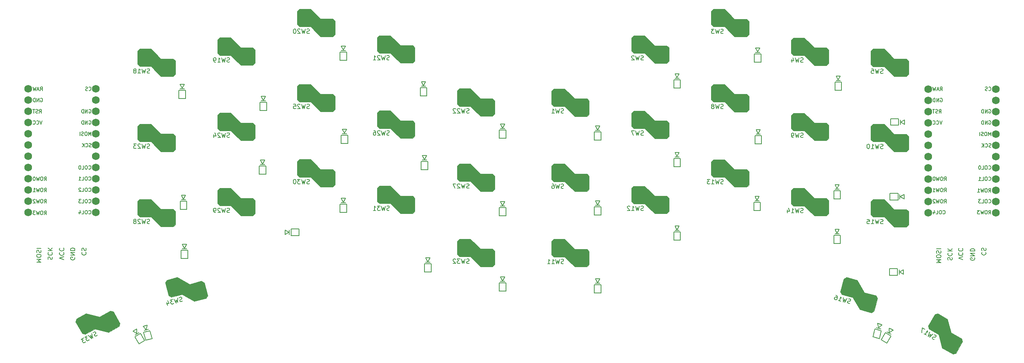
<source format=gbr>
%TF.GenerationSoftware,KiCad,Pcbnew,7.0.6*%
%TF.CreationDate,2024-11-05T18:23:53-06:00*%
%TF.ProjectId,main,6d61696e-2e6b-4696-9361-645f70636258,rev?*%
%TF.SameCoordinates,Original*%
%TF.FileFunction,Legend,Bot*%
%TF.FilePolarity,Positive*%
%FSLAX46Y46*%
G04 Gerber Fmt 4.6, Leading zero omitted, Abs format (unit mm)*
G04 Created by KiCad (PCBNEW 7.0.6) date 2024-11-05 18:23:53*
%MOMM*%
%LPD*%
G01*
G04 APERTURE LIST*
%ADD10C,0.150000*%
%ADD11C,0.120000*%
%ADD12C,1.752600*%
G04 APERTURE END LIST*
D10*
X230034180Y-74005066D02*
X229034180Y-73671733D01*
X229034180Y-73671733D02*
X230034180Y-73338400D01*
X229129419Y-72433638D02*
X229081800Y-72481257D01*
X229081800Y-72481257D02*
X229034180Y-72624114D01*
X229034180Y-72624114D02*
X229034180Y-72719352D01*
X229034180Y-72719352D02*
X229081800Y-72862209D01*
X229081800Y-72862209D02*
X229177038Y-72957447D01*
X229177038Y-72957447D02*
X229272276Y-73005066D01*
X229272276Y-73005066D02*
X229462752Y-73052685D01*
X229462752Y-73052685D02*
X229605609Y-73052685D01*
X229605609Y-73052685D02*
X229796085Y-73005066D01*
X229796085Y-73005066D02*
X229891323Y-72957447D01*
X229891323Y-72957447D02*
X229986561Y-72862209D01*
X229986561Y-72862209D02*
X230034180Y-72719352D01*
X230034180Y-72719352D02*
X230034180Y-72624114D01*
X230034180Y-72624114D02*
X229986561Y-72481257D01*
X229986561Y-72481257D02*
X229938942Y-72433638D01*
X229129419Y-71433638D02*
X229081800Y-71481257D01*
X229081800Y-71481257D02*
X229034180Y-71624114D01*
X229034180Y-71624114D02*
X229034180Y-71719352D01*
X229034180Y-71719352D02*
X229081800Y-71862209D01*
X229081800Y-71862209D02*
X229177038Y-71957447D01*
X229177038Y-71957447D02*
X229272276Y-72005066D01*
X229272276Y-72005066D02*
X229462752Y-72052685D01*
X229462752Y-72052685D02*
X229605609Y-72052685D01*
X229605609Y-72052685D02*
X229796085Y-72005066D01*
X229796085Y-72005066D02*
X229891323Y-71957447D01*
X229891323Y-71957447D02*
X229986561Y-71862209D01*
X229986561Y-71862209D02*
X230034180Y-71719352D01*
X230034180Y-71719352D02*
X230034180Y-71624114D01*
X230034180Y-71624114D02*
X229986561Y-71481257D01*
X229986561Y-71481257D02*
X229938942Y-71433638D01*
X235830449Y-63678084D02*
X236097116Y-63297131D01*
X236287592Y-63678084D02*
X236287592Y-62878084D01*
X236287592Y-62878084D02*
X235982830Y-62878084D01*
X235982830Y-62878084D02*
X235906640Y-62916179D01*
X235906640Y-62916179D02*
X235868545Y-62954274D01*
X235868545Y-62954274D02*
X235830449Y-63030465D01*
X235830449Y-63030465D02*
X235830449Y-63144750D01*
X235830449Y-63144750D02*
X235868545Y-63220941D01*
X235868545Y-63220941D02*
X235906640Y-63259036D01*
X235906640Y-63259036D02*
X235982830Y-63297131D01*
X235982830Y-63297131D02*
X236287592Y-63297131D01*
X235335211Y-62878084D02*
X235182830Y-62878084D01*
X235182830Y-62878084D02*
X235106640Y-62916179D01*
X235106640Y-62916179D02*
X235030449Y-62992369D01*
X235030449Y-62992369D02*
X234992354Y-63144750D01*
X234992354Y-63144750D02*
X234992354Y-63411417D01*
X234992354Y-63411417D02*
X235030449Y-63563798D01*
X235030449Y-63563798D02*
X235106640Y-63639989D01*
X235106640Y-63639989D02*
X235182830Y-63678084D01*
X235182830Y-63678084D02*
X235335211Y-63678084D01*
X235335211Y-63678084D02*
X235411402Y-63639989D01*
X235411402Y-63639989D02*
X235487592Y-63563798D01*
X235487592Y-63563798D02*
X235525688Y-63411417D01*
X235525688Y-63411417D02*
X235525688Y-63144750D01*
X235525688Y-63144750D02*
X235487592Y-62992369D01*
X235487592Y-62992369D02*
X235411402Y-62916179D01*
X235411402Y-62916179D02*
X235335211Y-62878084D01*
X234725688Y-62878084D02*
X234535212Y-63678084D01*
X234535212Y-63678084D02*
X234382831Y-63106655D01*
X234382831Y-63106655D02*
X234230450Y-63678084D01*
X234230450Y-63678084D02*
X234039974Y-62878084D01*
X233811402Y-62878084D02*
X233316164Y-62878084D01*
X233316164Y-62878084D02*
X233582830Y-63182846D01*
X233582830Y-63182846D02*
X233468545Y-63182846D01*
X233468545Y-63182846D02*
X233392354Y-63220941D01*
X233392354Y-63220941D02*
X233354259Y-63259036D01*
X233354259Y-63259036D02*
X233316164Y-63335227D01*
X233316164Y-63335227D02*
X233316164Y-63525703D01*
X233316164Y-63525703D02*
X233354259Y-63601893D01*
X233354259Y-63601893D02*
X233392354Y-63639989D01*
X233392354Y-63639989D02*
X233468545Y-63678084D01*
X233468545Y-63678084D02*
X233697116Y-63678084D01*
X233697116Y-63678084D02*
X233773307Y-63639989D01*
X233773307Y-63639989D02*
X233811402Y-63601893D01*
X21262180Y-74546548D02*
X22262180Y-74546548D01*
X22262180Y-74546548D02*
X21547895Y-74213215D01*
X21547895Y-74213215D02*
X22262180Y-73879882D01*
X22262180Y-73879882D02*
X21262180Y-73879882D01*
X22262180Y-73213215D02*
X22262180Y-73022739D01*
X22262180Y-73022739D02*
X22214561Y-72927501D01*
X22214561Y-72927501D02*
X22119323Y-72832263D01*
X22119323Y-72832263D02*
X21928847Y-72784644D01*
X21928847Y-72784644D02*
X21595514Y-72784644D01*
X21595514Y-72784644D02*
X21405038Y-72832263D01*
X21405038Y-72832263D02*
X21309800Y-72927501D01*
X21309800Y-72927501D02*
X21262180Y-73022739D01*
X21262180Y-73022739D02*
X21262180Y-73213215D01*
X21262180Y-73213215D02*
X21309800Y-73308453D01*
X21309800Y-73308453D02*
X21405038Y-73403691D01*
X21405038Y-73403691D02*
X21595514Y-73451310D01*
X21595514Y-73451310D02*
X21928847Y-73451310D01*
X21928847Y-73451310D02*
X22119323Y-73403691D01*
X22119323Y-73403691D02*
X22214561Y-73308453D01*
X22214561Y-73308453D02*
X22262180Y-73213215D01*
X21309800Y-72403691D02*
X21262180Y-72260834D01*
X21262180Y-72260834D02*
X21262180Y-72022739D01*
X21262180Y-72022739D02*
X21309800Y-71927501D01*
X21309800Y-71927501D02*
X21357419Y-71879882D01*
X21357419Y-71879882D02*
X21452657Y-71832263D01*
X21452657Y-71832263D02*
X21547895Y-71832263D01*
X21547895Y-71832263D02*
X21643133Y-71879882D01*
X21643133Y-71879882D02*
X21690752Y-71927501D01*
X21690752Y-71927501D02*
X21738371Y-72022739D01*
X21738371Y-72022739D02*
X21785990Y-72213215D01*
X21785990Y-72213215D02*
X21833609Y-72308453D01*
X21833609Y-72308453D02*
X21881228Y-72356072D01*
X21881228Y-72356072D02*
X21976466Y-72403691D01*
X21976466Y-72403691D02*
X22071704Y-72403691D01*
X22071704Y-72403691D02*
X22166942Y-72356072D01*
X22166942Y-72356072D02*
X22214561Y-72308453D01*
X22214561Y-72308453D02*
X22262180Y-72213215D01*
X22262180Y-72213215D02*
X22262180Y-71975120D01*
X22262180Y-71975120D02*
X22214561Y-71832263D01*
X21262180Y-71403691D02*
X22262180Y-71403691D01*
X27412676Y-73962251D02*
X26412676Y-73628918D01*
X26412676Y-73628918D02*
X27412676Y-73295585D01*
X26507915Y-72390823D02*
X26460296Y-72438442D01*
X26460296Y-72438442D02*
X26412676Y-72581299D01*
X26412676Y-72581299D02*
X26412676Y-72676537D01*
X26412676Y-72676537D02*
X26460296Y-72819394D01*
X26460296Y-72819394D02*
X26555534Y-72914632D01*
X26555534Y-72914632D02*
X26650772Y-72962251D01*
X26650772Y-72962251D02*
X26841248Y-73009870D01*
X26841248Y-73009870D02*
X26984105Y-73009870D01*
X26984105Y-73009870D02*
X27174581Y-72962251D01*
X27174581Y-72962251D02*
X27269819Y-72914632D01*
X27269819Y-72914632D02*
X27365057Y-72819394D01*
X27365057Y-72819394D02*
X27412676Y-72676537D01*
X27412676Y-72676537D02*
X27412676Y-72581299D01*
X27412676Y-72581299D02*
X27365057Y-72438442D01*
X27365057Y-72438442D02*
X27317438Y-72390823D01*
X26507915Y-71390823D02*
X26460296Y-71438442D01*
X26460296Y-71438442D02*
X26412676Y-71581299D01*
X26412676Y-71581299D02*
X26412676Y-71676537D01*
X26412676Y-71676537D02*
X26460296Y-71819394D01*
X26460296Y-71819394D02*
X26555534Y-71914632D01*
X26555534Y-71914632D02*
X26650772Y-71962251D01*
X26650772Y-71962251D02*
X26841248Y-72009870D01*
X26841248Y-72009870D02*
X26984105Y-72009870D01*
X26984105Y-72009870D02*
X27174581Y-71962251D01*
X27174581Y-71962251D02*
X27269819Y-71914632D01*
X27269819Y-71914632D02*
X27365057Y-71819394D01*
X27365057Y-71819394D02*
X27412676Y-71676537D01*
X27412676Y-71676537D02*
X27412676Y-71581299D01*
X27412676Y-71581299D02*
X27365057Y-71438442D01*
X27365057Y-71438442D02*
X27317438Y-71390823D01*
X225539189Y-63606017D02*
X225577285Y-63644113D01*
X225577285Y-63644113D02*
X225691570Y-63682208D01*
X225691570Y-63682208D02*
X225767761Y-63682208D01*
X225767761Y-63682208D02*
X225882047Y-63644113D01*
X225882047Y-63644113D02*
X225958237Y-63567922D01*
X225958237Y-63567922D02*
X225996332Y-63491732D01*
X225996332Y-63491732D02*
X226034428Y-63339351D01*
X226034428Y-63339351D02*
X226034428Y-63225065D01*
X226034428Y-63225065D02*
X225996332Y-63072684D01*
X225996332Y-63072684D02*
X225958237Y-62996493D01*
X225958237Y-62996493D02*
X225882047Y-62920303D01*
X225882047Y-62920303D02*
X225767761Y-62882208D01*
X225767761Y-62882208D02*
X225691570Y-62882208D01*
X225691570Y-62882208D02*
X225577285Y-62920303D01*
X225577285Y-62920303D02*
X225539189Y-62958398D01*
X225043951Y-62882208D02*
X224891570Y-62882208D01*
X224891570Y-62882208D02*
X224815380Y-62920303D01*
X224815380Y-62920303D02*
X224739189Y-62996493D01*
X224739189Y-62996493D02*
X224701094Y-63148874D01*
X224701094Y-63148874D02*
X224701094Y-63415541D01*
X224701094Y-63415541D02*
X224739189Y-63567922D01*
X224739189Y-63567922D02*
X224815380Y-63644113D01*
X224815380Y-63644113D02*
X224891570Y-63682208D01*
X224891570Y-63682208D02*
X225043951Y-63682208D01*
X225043951Y-63682208D02*
X225120142Y-63644113D01*
X225120142Y-63644113D02*
X225196332Y-63567922D01*
X225196332Y-63567922D02*
X225234428Y-63415541D01*
X225234428Y-63415541D02*
X225234428Y-63148874D01*
X225234428Y-63148874D02*
X225196332Y-62996493D01*
X225196332Y-62996493D02*
X225120142Y-62920303D01*
X225120142Y-62920303D02*
X225043951Y-62882208D01*
X223977285Y-63682208D02*
X224358237Y-63682208D01*
X224358237Y-63682208D02*
X224358237Y-62882208D01*
X223367761Y-63148874D02*
X223367761Y-63682208D01*
X223558237Y-62844113D02*
X223748714Y-63415541D01*
X223748714Y-63415541D02*
X223253475Y-63415541D01*
X33007189Y-58526017D02*
X33045285Y-58564113D01*
X33045285Y-58564113D02*
X33159570Y-58602208D01*
X33159570Y-58602208D02*
X33235761Y-58602208D01*
X33235761Y-58602208D02*
X33350047Y-58564113D01*
X33350047Y-58564113D02*
X33426237Y-58487922D01*
X33426237Y-58487922D02*
X33464332Y-58411732D01*
X33464332Y-58411732D02*
X33502428Y-58259351D01*
X33502428Y-58259351D02*
X33502428Y-58145065D01*
X33502428Y-58145065D02*
X33464332Y-57992684D01*
X33464332Y-57992684D02*
X33426237Y-57916493D01*
X33426237Y-57916493D02*
X33350047Y-57840303D01*
X33350047Y-57840303D02*
X33235761Y-57802208D01*
X33235761Y-57802208D02*
X33159570Y-57802208D01*
X33159570Y-57802208D02*
X33045285Y-57840303D01*
X33045285Y-57840303D02*
X33007189Y-57878398D01*
X32511951Y-57802208D02*
X32359570Y-57802208D01*
X32359570Y-57802208D02*
X32283380Y-57840303D01*
X32283380Y-57840303D02*
X32207189Y-57916493D01*
X32207189Y-57916493D02*
X32169094Y-58068874D01*
X32169094Y-58068874D02*
X32169094Y-58335541D01*
X32169094Y-58335541D02*
X32207189Y-58487922D01*
X32207189Y-58487922D02*
X32283380Y-58564113D01*
X32283380Y-58564113D02*
X32359570Y-58602208D01*
X32359570Y-58602208D02*
X32511951Y-58602208D01*
X32511951Y-58602208D02*
X32588142Y-58564113D01*
X32588142Y-58564113D02*
X32664332Y-58487922D01*
X32664332Y-58487922D02*
X32702428Y-58335541D01*
X32702428Y-58335541D02*
X32702428Y-58068874D01*
X32702428Y-58068874D02*
X32664332Y-57916493D01*
X32664332Y-57916493D02*
X32588142Y-57840303D01*
X32588142Y-57840303D02*
X32511951Y-57802208D01*
X31445285Y-58602208D02*
X31826237Y-58602208D01*
X31826237Y-58602208D02*
X31826237Y-57802208D01*
X31216714Y-57878398D02*
X31178618Y-57840303D01*
X31178618Y-57840303D02*
X31102428Y-57802208D01*
X31102428Y-57802208D02*
X30911952Y-57802208D01*
X30911952Y-57802208D02*
X30835761Y-57840303D01*
X30835761Y-57840303D02*
X30797666Y-57878398D01*
X30797666Y-57878398D02*
X30759571Y-57954589D01*
X30759571Y-57954589D02*
X30759571Y-58030779D01*
X30759571Y-58030779D02*
X30797666Y-58145065D01*
X30797666Y-58145065D02*
X31254809Y-58602208D01*
X31254809Y-58602208D02*
X30759571Y-58602208D01*
X31517419Y-72308454D02*
X31469800Y-72356073D01*
X31469800Y-72356073D02*
X31422180Y-72498930D01*
X31422180Y-72498930D02*
X31422180Y-72594168D01*
X31422180Y-72594168D02*
X31469800Y-72737025D01*
X31469800Y-72737025D02*
X31565038Y-72832263D01*
X31565038Y-72832263D02*
X31660276Y-72879882D01*
X31660276Y-72879882D02*
X31850752Y-72927501D01*
X31850752Y-72927501D02*
X31993609Y-72927501D01*
X31993609Y-72927501D02*
X32184085Y-72879882D01*
X32184085Y-72879882D02*
X32279323Y-72832263D01*
X32279323Y-72832263D02*
X32374561Y-72737025D01*
X32374561Y-72737025D02*
X32422180Y-72594168D01*
X32422180Y-72594168D02*
X32422180Y-72498930D01*
X32422180Y-72498930D02*
X32374561Y-72356073D01*
X32374561Y-72356073D02*
X32326942Y-72308454D01*
X31469800Y-71927501D02*
X31422180Y-71784644D01*
X31422180Y-71784644D02*
X31422180Y-71546549D01*
X31422180Y-71546549D02*
X31469800Y-71451311D01*
X31469800Y-71451311D02*
X31517419Y-71403692D01*
X31517419Y-71403692D02*
X31612657Y-71356073D01*
X31612657Y-71356073D02*
X31707895Y-71356073D01*
X31707895Y-71356073D02*
X31803133Y-71403692D01*
X31803133Y-71403692D02*
X31850752Y-71451311D01*
X31850752Y-71451311D02*
X31898371Y-71546549D01*
X31898371Y-71546549D02*
X31945990Y-71737025D01*
X31945990Y-71737025D02*
X31993609Y-71832263D01*
X31993609Y-71832263D02*
X32041228Y-71879882D01*
X32041228Y-71879882D02*
X32136466Y-71927501D01*
X32136466Y-71927501D02*
X32231704Y-71927501D01*
X32231704Y-71927501D02*
X32326942Y-71879882D01*
X32326942Y-71879882D02*
X32374561Y-71832263D01*
X32374561Y-71832263D02*
X32422180Y-71737025D01*
X32422180Y-71737025D02*
X32422180Y-71498930D01*
X32422180Y-71498930D02*
X32374561Y-71356073D01*
X232653561Y-73578311D02*
X232701180Y-73673549D01*
X232701180Y-73673549D02*
X232701180Y-73816406D01*
X232701180Y-73816406D02*
X232653561Y-73959263D01*
X232653561Y-73959263D02*
X232558323Y-74054501D01*
X232558323Y-74054501D02*
X232463085Y-74102120D01*
X232463085Y-74102120D02*
X232272609Y-74149739D01*
X232272609Y-74149739D02*
X232129752Y-74149739D01*
X232129752Y-74149739D02*
X231939276Y-74102120D01*
X231939276Y-74102120D02*
X231844038Y-74054501D01*
X231844038Y-74054501D02*
X231748800Y-73959263D01*
X231748800Y-73959263D02*
X231701180Y-73816406D01*
X231701180Y-73816406D02*
X231701180Y-73721168D01*
X231701180Y-73721168D02*
X231748800Y-73578311D01*
X231748800Y-73578311D02*
X231796419Y-73530692D01*
X231796419Y-73530692D02*
X232129752Y-73530692D01*
X232129752Y-73530692D02*
X232129752Y-73721168D01*
X231701180Y-73102120D02*
X232701180Y-73102120D01*
X232701180Y-73102120D02*
X231701180Y-72530692D01*
X231701180Y-72530692D02*
X232701180Y-72530692D01*
X231701180Y-72054501D02*
X232701180Y-72054501D01*
X232701180Y-72054501D02*
X232701180Y-71816406D01*
X232701180Y-71816406D02*
X232653561Y-71673549D01*
X232653561Y-71673549D02*
X232558323Y-71578311D01*
X232558323Y-71578311D02*
X232463085Y-71530692D01*
X232463085Y-71530692D02*
X232272609Y-71483073D01*
X232272609Y-71483073D02*
X232129752Y-71483073D01*
X232129752Y-71483073D02*
X231939276Y-71530692D01*
X231939276Y-71530692D02*
X231844038Y-71578311D01*
X231844038Y-71578311D02*
X231748800Y-71673549D01*
X231748800Y-71673549D02*
X231701180Y-71816406D01*
X231701180Y-71816406D02*
X231701180Y-72054501D01*
X226668800Y-74054501D02*
X226621180Y-73911644D01*
X226621180Y-73911644D02*
X226621180Y-73673549D01*
X226621180Y-73673549D02*
X226668800Y-73578311D01*
X226668800Y-73578311D02*
X226716419Y-73530692D01*
X226716419Y-73530692D02*
X226811657Y-73483073D01*
X226811657Y-73483073D02*
X226906895Y-73483073D01*
X226906895Y-73483073D02*
X227002133Y-73530692D01*
X227002133Y-73530692D02*
X227049752Y-73578311D01*
X227049752Y-73578311D02*
X227097371Y-73673549D01*
X227097371Y-73673549D02*
X227144990Y-73864025D01*
X227144990Y-73864025D02*
X227192609Y-73959263D01*
X227192609Y-73959263D02*
X227240228Y-74006882D01*
X227240228Y-74006882D02*
X227335466Y-74054501D01*
X227335466Y-74054501D02*
X227430704Y-74054501D01*
X227430704Y-74054501D02*
X227525942Y-74006882D01*
X227525942Y-74006882D02*
X227573561Y-73959263D01*
X227573561Y-73959263D02*
X227621180Y-73864025D01*
X227621180Y-73864025D02*
X227621180Y-73625930D01*
X227621180Y-73625930D02*
X227573561Y-73483073D01*
X226716419Y-72483073D02*
X226668800Y-72530692D01*
X226668800Y-72530692D02*
X226621180Y-72673549D01*
X226621180Y-72673549D02*
X226621180Y-72768787D01*
X226621180Y-72768787D02*
X226668800Y-72911644D01*
X226668800Y-72911644D02*
X226764038Y-73006882D01*
X226764038Y-73006882D02*
X226859276Y-73054501D01*
X226859276Y-73054501D02*
X227049752Y-73102120D01*
X227049752Y-73102120D02*
X227192609Y-73102120D01*
X227192609Y-73102120D02*
X227383085Y-73054501D01*
X227383085Y-73054501D02*
X227478323Y-73006882D01*
X227478323Y-73006882D02*
X227573561Y-72911644D01*
X227573561Y-72911644D02*
X227621180Y-72768787D01*
X227621180Y-72768787D02*
X227621180Y-72673549D01*
X227621180Y-72673549D02*
X227573561Y-72530692D01*
X227573561Y-72530692D02*
X227525942Y-72483073D01*
X226621180Y-72054501D02*
X227621180Y-72054501D01*
X226621180Y-71483073D02*
X227192609Y-71911644D01*
X227621180Y-71483073D02*
X227049752Y-72054501D01*
X29834561Y-73451311D02*
X29882180Y-73546549D01*
X29882180Y-73546549D02*
X29882180Y-73689406D01*
X29882180Y-73689406D02*
X29834561Y-73832263D01*
X29834561Y-73832263D02*
X29739323Y-73927501D01*
X29739323Y-73927501D02*
X29644085Y-73975120D01*
X29644085Y-73975120D02*
X29453609Y-74022739D01*
X29453609Y-74022739D02*
X29310752Y-74022739D01*
X29310752Y-74022739D02*
X29120276Y-73975120D01*
X29120276Y-73975120D02*
X29025038Y-73927501D01*
X29025038Y-73927501D02*
X28929800Y-73832263D01*
X28929800Y-73832263D02*
X28882180Y-73689406D01*
X28882180Y-73689406D02*
X28882180Y-73594168D01*
X28882180Y-73594168D02*
X28929800Y-73451311D01*
X28929800Y-73451311D02*
X28977419Y-73403692D01*
X28977419Y-73403692D02*
X29310752Y-73403692D01*
X29310752Y-73403692D02*
X29310752Y-73594168D01*
X28882180Y-72975120D02*
X29882180Y-72975120D01*
X29882180Y-72975120D02*
X28882180Y-72403692D01*
X28882180Y-72403692D02*
X29882180Y-72403692D01*
X28882180Y-71927501D02*
X29882180Y-71927501D01*
X29882180Y-71927501D02*
X29882180Y-71689406D01*
X29882180Y-71689406D02*
X29834561Y-71546549D01*
X29834561Y-71546549D02*
X29739323Y-71451311D01*
X29739323Y-71451311D02*
X29644085Y-71403692D01*
X29644085Y-71403692D02*
X29453609Y-71356073D01*
X29453609Y-71356073D02*
X29310752Y-71356073D01*
X29310752Y-71356073D02*
X29120276Y-71403692D01*
X29120276Y-71403692D02*
X29025038Y-71451311D01*
X29025038Y-71451311D02*
X28929800Y-71546549D01*
X28929800Y-71546549D02*
X28882180Y-71689406D01*
X28882180Y-71689406D02*
X28882180Y-71927501D01*
X224081180Y-74673548D02*
X225081180Y-74673548D01*
X225081180Y-74673548D02*
X224366895Y-74340215D01*
X224366895Y-74340215D02*
X225081180Y-74006882D01*
X225081180Y-74006882D02*
X224081180Y-74006882D01*
X225081180Y-73340215D02*
X225081180Y-73149739D01*
X225081180Y-73149739D02*
X225033561Y-73054501D01*
X225033561Y-73054501D02*
X224938323Y-72959263D01*
X224938323Y-72959263D02*
X224747847Y-72911644D01*
X224747847Y-72911644D02*
X224414514Y-72911644D01*
X224414514Y-72911644D02*
X224224038Y-72959263D01*
X224224038Y-72959263D02*
X224128800Y-73054501D01*
X224128800Y-73054501D02*
X224081180Y-73149739D01*
X224081180Y-73149739D02*
X224081180Y-73340215D01*
X224081180Y-73340215D02*
X224128800Y-73435453D01*
X224128800Y-73435453D02*
X224224038Y-73530691D01*
X224224038Y-73530691D02*
X224414514Y-73578310D01*
X224414514Y-73578310D02*
X224747847Y-73578310D01*
X224747847Y-73578310D02*
X224938323Y-73530691D01*
X224938323Y-73530691D02*
X225033561Y-73435453D01*
X225033561Y-73435453D02*
X225081180Y-73340215D01*
X224128800Y-72530691D02*
X224081180Y-72387834D01*
X224081180Y-72387834D02*
X224081180Y-72149739D01*
X224081180Y-72149739D02*
X224128800Y-72054501D01*
X224128800Y-72054501D02*
X224176419Y-72006882D01*
X224176419Y-72006882D02*
X224271657Y-71959263D01*
X224271657Y-71959263D02*
X224366895Y-71959263D01*
X224366895Y-71959263D02*
X224462133Y-72006882D01*
X224462133Y-72006882D02*
X224509752Y-72054501D01*
X224509752Y-72054501D02*
X224557371Y-72149739D01*
X224557371Y-72149739D02*
X224604990Y-72340215D01*
X224604990Y-72340215D02*
X224652609Y-72435453D01*
X224652609Y-72435453D02*
X224700228Y-72483072D01*
X224700228Y-72483072D02*
X224795466Y-72530691D01*
X224795466Y-72530691D02*
X224890704Y-72530691D01*
X224890704Y-72530691D02*
X224985942Y-72483072D01*
X224985942Y-72483072D02*
X225033561Y-72435453D01*
X225033561Y-72435453D02*
X225081180Y-72340215D01*
X225081180Y-72340215D02*
X225081180Y-72102120D01*
X225081180Y-72102120D02*
X225033561Y-71959263D01*
X224081180Y-71530691D02*
X225081180Y-71530691D01*
X234336419Y-72308454D02*
X234288800Y-72356073D01*
X234288800Y-72356073D02*
X234241180Y-72498930D01*
X234241180Y-72498930D02*
X234241180Y-72594168D01*
X234241180Y-72594168D02*
X234288800Y-72737025D01*
X234288800Y-72737025D02*
X234384038Y-72832263D01*
X234384038Y-72832263D02*
X234479276Y-72879882D01*
X234479276Y-72879882D02*
X234669752Y-72927501D01*
X234669752Y-72927501D02*
X234812609Y-72927501D01*
X234812609Y-72927501D02*
X235003085Y-72879882D01*
X235003085Y-72879882D02*
X235098323Y-72832263D01*
X235098323Y-72832263D02*
X235193561Y-72737025D01*
X235193561Y-72737025D02*
X235241180Y-72594168D01*
X235241180Y-72594168D02*
X235241180Y-72498930D01*
X235241180Y-72498930D02*
X235193561Y-72356073D01*
X235193561Y-72356073D02*
X235145942Y-72308454D01*
X234288800Y-71927501D02*
X234241180Y-71784644D01*
X234241180Y-71784644D02*
X234241180Y-71546549D01*
X234241180Y-71546549D02*
X234288800Y-71451311D01*
X234288800Y-71451311D02*
X234336419Y-71403692D01*
X234336419Y-71403692D02*
X234431657Y-71356073D01*
X234431657Y-71356073D02*
X234526895Y-71356073D01*
X234526895Y-71356073D02*
X234622133Y-71403692D01*
X234622133Y-71403692D02*
X234669752Y-71451311D01*
X234669752Y-71451311D02*
X234717371Y-71546549D01*
X234717371Y-71546549D02*
X234764990Y-71737025D01*
X234764990Y-71737025D02*
X234812609Y-71832263D01*
X234812609Y-71832263D02*
X234860228Y-71879882D01*
X234860228Y-71879882D02*
X234955466Y-71927501D01*
X234955466Y-71927501D02*
X235050704Y-71927501D01*
X235050704Y-71927501D02*
X235145942Y-71879882D01*
X235145942Y-71879882D02*
X235193561Y-71832263D01*
X235193561Y-71832263D02*
X235241180Y-71737025D01*
X235241180Y-71737025D02*
X235241180Y-71498930D01*
X235241180Y-71498930D02*
X235193561Y-71356073D01*
X23849800Y-73927501D02*
X23802180Y-73784644D01*
X23802180Y-73784644D02*
X23802180Y-73546549D01*
X23802180Y-73546549D02*
X23849800Y-73451311D01*
X23849800Y-73451311D02*
X23897419Y-73403692D01*
X23897419Y-73403692D02*
X23992657Y-73356073D01*
X23992657Y-73356073D02*
X24087895Y-73356073D01*
X24087895Y-73356073D02*
X24183133Y-73403692D01*
X24183133Y-73403692D02*
X24230752Y-73451311D01*
X24230752Y-73451311D02*
X24278371Y-73546549D01*
X24278371Y-73546549D02*
X24325990Y-73737025D01*
X24325990Y-73737025D02*
X24373609Y-73832263D01*
X24373609Y-73832263D02*
X24421228Y-73879882D01*
X24421228Y-73879882D02*
X24516466Y-73927501D01*
X24516466Y-73927501D02*
X24611704Y-73927501D01*
X24611704Y-73927501D02*
X24706942Y-73879882D01*
X24706942Y-73879882D02*
X24754561Y-73832263D01*
X24754561Y-73832263D02*
X24802180Y-73737025D01*
X24802180Y-73737025D02*
X24802180Y-73498930D01*
X24802180Y-73498930D02*
X24754561Y-73356073D01*
X23897419Y-72356073D02*
X23849800Y-72403692D01*
X23849800Y-72403692D02*
X23802180Y-72546549D01*
X23802180Y-72546549D02*
X23802180Y-72641787D01*
X23802180Y-72641787D02*
X23849800Y-72784644D01*
X23849800Y-72784644D02*
X23945038Y-72879882D01*
X23945038Y-72879882D02*
X24040276Y-72927501D01*
X24040276Y-72927501D02*
X24230752Y-72975120D01*
X24230752Y-72975120D02*
X24373609Y-72975120D01*
X24373609Y-72975120D02*
X24564085Y-72927501D01*
X24564085Y-72927501D02*
X24659323Y-72879882D01*
X24659323Y-72879882D02*
X24754561Y-72784644D01*
X24754561Y-72784644D02*
X24802180Y-72641787D01*
X24802180Y-72641787D02*
X24802180Y-72546549D01*
X24802180Y-72546549D02*
X24754561Y-72403692D01*
X24754561Y-72403692D02*
X24706942Y-72356073D01*
X23802180Y-71927501D02*
X24802180Y-71927501D01*
X23802180Y-71356073D02*
X24373609Y-71784644D01*
X24802180Y-71356073D02*
X24230752Y-71927501D01*
X235832523Y-58729208D02*
X236099190Y-58348255D01*
X236289666Y-58729208D02*
X236289666Y-57929208D01*
X236289666Y-57929208D02*
X235984904Y-57929208D01*
X235984904Y-57929208D02*
X235908714Y-57967303D01*
X235908714Y-57967303D02*
X235870619Y-58005398D01*
X235870619Y-58005398D02*
X235832523Y-58081589D01*
X235832523Y-58081589D02*
X235832523Y-58195874D01*
X235832523Y-58195874D02*
X235870619Y-58272065D01*
X235870619Y-58272065D02*
X235908714Y-58310160D01*
X235908714Y-58310160D02*
X235984904Y-58348255D01*
X235984904Y-58348255D02*
X236289666Y-58348255D01*
X235337285Y-57929208D02*
X235184904Y-57929208D01*
X235184904Y-57929208D02*
X235108714Y-57967303D01*
X235108714Y-57967303D02*
X235032523Y-58043493D01*
X235032523Y-58043493D02*
X234994428Y-58195874D01*
X234994428Y-58195874D02*
X234994428Y-58462541D01*
X234994428Y-58462541D02*
X235032523Y-58614922D01*
X235032523Y-58614922D02*
X235108714Y-58691113D01*
X235108714Y-58691113D02*
X235184904Y-58729208D01*
X235184904Y-58729208D02*
X235337285Y-58729208D01*
X235337285Y-58729208D02*
X235413476Y-58691113D01*
X235413476Y-58691113D02*
X235489666Y-58614922D01*
X235489666Y-58614922D02*
X235527762Y-58462541D01*
X235527762Y-58462541D02*
X235527762Y-58195874D01*
X235527762Y-58195874D02*
X235489666Y-58043493D01*
X235489666Y-58043493D02*
X235413476Y-57967303D01*
X235413476Y-57967303D02*
X235337285Y-57929208D01*
X234727762Y-57929208D02*
X234537286Y-58729208D01*
X234537286Y-58729208D02*
X234384905Y-58157779D01*
X234384905Y-58157779D02*
X234232524Y-58729208D01*
X234232524Y-58729208D02*
X234042048Y-57929208D01*
X233318238Y-58729208D02*
X233775381Y-58729208D01*
X233546809Y-58729208D02*
X233546809Y-57929208D01*
X233546809Y-57929208D02*
X233623000Y-58043493D01*
X233623000Y-58043493D02*
X233699190Y-58119684D01*
X233699190Y-58119684D02*
X233775381Y-58157779D01*
X22980523Y-63809208D02*
X23247190Y-63428255D01*
X23437666Y-63809208D02*
X23437666Y-63009208D01*
X23437666Y-63009208D02*
X23132904Y-63009208D01*
X23132904Y-63009208D02*
X23056714Y-63047303D01*
X23056714Y-63047303D02*
X23018619Y-63085398D01*
X23018619Y-63085398D02*
X22980523Y-63161589D01*
X22980523Y-63161589D02*
X22980523Y-63275874D01*
X22980523Y-63275874D02*
X23018619Y-63352065D01*
X23018619Y-63352065D02*
X23056714Y-63390160D01*
X23056714Y-63390160D02*
X23132904Y-63428255D01*
X23132904Y-63428255D02*
X23437666Y-63428255D01*
X22485285Y-63009208D02*
X22332904Y-63009208D01*
X22332904Y-63009208D02*
X22256714Y-63047303D01*
X22256714Y-63047303D02*
X22180523Y-63123493D01*
X22180523Y-63123493D02*
X22142428Y-63275874D01*
X22142428Y-63275874D02*
X22142428Y-63542541D01*
X22142428Y-63542541D02*
X22180523Y-63694922D01*
X22180523Y-63694922D02*
X22256714Y-63771113D01*
X22256714Y-63771113D02*
X22332904Y-63809208D01*
X22332904Y-63809208D02*
X22485285Y-63809208D01*
X22485285Y-63809208D02*
X22561476Y-63771113D01*
X22561476Y-63771113D02*
X22637666Y-63694922D01*
X22637666Y-63694922D02*
X22675762Y-63542541D01*
X22675762Y-63542541D02*
X22675762Y-63275874D01*
X22675762Y-63275874D02*
X22637666Y-63123493D01*
X22637666Y-63123493D02*
X22561476Y-63047303D01*
X22561476Y-63047303D02*
X22485285Y-63009208D01*
X21875762Y-63009208D02*
X21685286Y-63809208D01*
X21685286Y-63809208D02*
X21532905Y-63237779D01*
X21532905Y-63237779D02*
X21380524Y-63809208D01*
X21380524Y-63809208D02*
X21190048Y-63009208D01*
X20961476Y-63009208D02*
X20466238Y-63009208D01*
X20466238Y-63009208D02*
X20732904Y-63313970D01*
X20732904Y-63313970D02*
X20618619Y-63313970D01*
X20618619Y-63313970D02*
X20542428Y-63352065D01*
X20542428Y-63352065D02*
X20504333Y-63390160D01*
X20504333Y-63390160D02*
X20466238Y-63466351D01*
X20466238Y-63466351D02*
X20466238Y-63656827D01*
X20466238Y-63656827D02*
X20504333Y-63733017D01*
X20504333Y-63733017D02*
X20542428Y-63771113D01*
X20542428Y-63771113D02*
X20618619Y-63809208D01*
X20618619Y-63809208D02*
X20847190Y-63809208D01*
X20847190Y-63809208D02*
X20923381Y-63771113D01*
X20923381Y-63771113D02*
X20961476Y-63733017D01*
X33007189Y-63606017D02*
X33045285Y-63644113D01*
X33045285Y-63644113D02*
X33159570Y-63682208D01*
X33159570Y-63682208D02*
X33235761Y-63682208D01*
X33235761Y-63682208D02*
X33350047Y-63644113D01*
X33350047Y-63644113D02*
X33426237Y-63567922D01*
X33426237Y-63567922D02*
X33464332Y-63491732D01*
X33464332Y-63491732D02*
X33502428Y-63339351D01*
X33502428Y-63339351D02*
X33502428Y-63225065D01*
X33502428Y-63225065D02*
X33464332Y-63072684D01*
X33464332Y-63072684D02*
X33426237Y-62996493D01*
X33426237Y-62996493D02*
X33350047Y-62920303D01*
X33350047Y-62920303D02*
X33235761Y-62882208D01*
X33235761Y-62882208D02*
X33159570Y-62882208D01*
X33159570Y-62882208D02*
X33045285Y-62920303D01*
X33045285Y-62920303D02*
X33007189Y-62958398D01*
X32511951Y-62882208D02*
X32359570Y-62882208D01*
X32359570Y-62882208D02*
X32283380Y-62920303D01*
X32283380Y-62920303D02*
X32207189Y-62996493D01*
X32207189Y-62996493D02*
X32169094Y-63148874D01*
X32169094Y-63148874D02*
X32169094Y-63415541D01*
X32169094Y-63415541D02*
X32207189Y-63567922D01*
X32207189Y-63567922D02*
X32283380Y-63644113D01*
X32283380Y-63644113D02*
X32359570Y-63682208D01*
X32359570Y-63682208D02*
X32511951Y-63682208D01*
X32511951Y-63682208D02*
X32588142Y-63644113D01*
X32588142Y-63644113D02*
X32664332Y-63567922D01*
X32664332Y-63567922D02*
X32702428Y-63415541D01*
X32702428Y-63415541D02*
X32702428Y-63148874D01*
X32702428Y-63148874D02*
X32664332Y-62996493D01*
X32664332Y-62996493D02*
X32588142Y-62920303D01*
X32588142Y-62920303D02*
X32511951Y-62882208D01*
X31445285Y-63682208D02*
X31826237Y-63682208D01*
X31826237Y-63682208D02*
X31826237Y-62882208D01*
X30835761Y-63148874D02*
X30835761Y-63682208D01*
X31026237Y-62844113D02*
X31216714Y-63415541D01*
X31216714Y-63415541D02*
X30721475Y-63415541D01*
X140022800Y-57832264D02*
X139879943Y-57879883D01*
X139879943Y-57879883D02*
X139641848Y-57879883D01*
X139641848Y-57879883D02*
X139546610Y-57832264D01*
X139546610Y-57832264D02*
X139498991Y-57784644D01*
X139498991Y-57784644D02*
X139451372Y-57689406D01*
X139451372Y-57689406D02*
X139451372Y-57594168D01*
X139451372Y-57594168D02*
X139498991Y-57498930D01*
X139498991Y-57498930D02*
X139546610Y-57451311D01*
X139546610Y-57451311D02*
X139641848Y-57403692D01*
X139641848Y-57403692D02*
X139832324Y-57356073D01*
X139832324Y-57356073D02*
X139927562Y-57308454D01*
X139927562Y-57308454D02*
X139975181Y-57260835D01*
X139975181Y-57260835D02*
X140022800Y-57165597D01*
X140022800Y-57165597D02*
X140022800Y-57070359D01*
X140022800Y-57070359D02*
X139975181Y-56975121D01*
X139975181Y-56975121D02*
X139927562Y-56927502D01*
X139927562Y-56927502D02*
X139832324Y-56879883D01*
X139832324Y-56879883D02*
X139594229Y-56879883D01*
X139594229Y-56879883D02*
X139451372Y-56927502D01*
X139118038Y-56879883D02*
X138879943Y-57879883D01*
X138879943Y-57879883D02*
X138689467Y-57165597D01*
X138689467Y-57165597D02*
X138498991Y-57879883D01*
X138498991Y-57879883D02*
X138260896Y-56879883D01*
X137451372Y-56879883D02*
X137641848Y-56879883D01*
X137641848Y-56879883D02*
X137737086Y-56927502D01*
X137737086Y-56927502D02*
X137784705Y-56975121D01*
X137784705Y-56975121D02*
X137879943Y-57117978D01*
X137879943Y-57117978D02*
X137927562Y-57308454D01*
X137927562Y-57308454D02*
X137927562Y-57689406D01*
X137927562Y-57689406D02*
X137879943Y-57784644D01*
X137879943Y-57784644D02*
X137832324Y-57832264D01*
X137832324Y-57832264D02*
X137737086Y-57879883D01*
X137737086Y-57879883D02*
X137546610Y-57879883D01*
X137546610Y-57879883D02*
X137451372Y-57832264D01*
X137451372Y-57832264D02*
X137403753Y-57784644D01*
X137403753Y-57784644D02*
X137356134Y-57689406D01*
X137356134Y-57689406D02*
X137356134Y-57451311D01*
X137356134Y-57451311D02*
X137403753Y-57356073D01*
X137403753Y-57356073D02*
X137451372Y-57308454D01*
X137451372Y-57308454D02*
X137546610Y-57260835D01*
X137546610Y-57260835D02*
X137737086Y-57260835D01*
X137737086Y-57260835D02*
X137832324Y-57308454D01*
X137832324Y-57308454D02*
X137879943Y-57356073D01*
X137879943Y-57356073D02*
X137927562Y-57451311D01*
X64738088Y-29299924D02*
X64595231Y-29347543D01*
X64595231Y-29347543D02*
X64357136Y-29347543D01*
X64357136Y-29347543D02*
X64261898Y-29299924D01*
X64261898Y-29299924D02*
X64214279Y-29252304D01*
X64214279Y-29252304D02*
X64166660Y-29157066D01*
X64166660Y-29157066D02*
X64166660Y-29061828D01*
X64166660Y-29061828D02*
X64214279Y-28966590D01*
X64214279Y-28966590D02*
X64261898Y-28918971D01*
X64261898Y-28918971D02*
X64357136Y-28871352D01*
X64357136Y-28871352D02*
X64547612Y-28823733D01*
X64547612Y-28823733D02*
X64642850Y-28776114D01*
X64642850Y-28776114D02*
X64690469Y-28728495D01*
X64690469Y-28728495D02*
X64738088Y-28633257D01*
X64738088Y-28633257D02*
X64738088Y-28538019D01*
X64738088Y-28538019D02*
X64690469Y-28442781D01*
X64690469Y-28442781D02*
X64642850Y-28395162D01*
X64642850Y-28395162D02*
X64547612Y-28347543D01*
X64547612Y-28347543D02*
X64309517Y-28347543D01*
X64309517Y-28347543D02*
X64166660Y-28395162D01*
X63833326Y-28347543D02*
X63595231Y-29347543D01*
X63595231Y-29347543D02*
X63404755Y-28633257D01*
X63404755Y-28633257D02*
X63214279Y-29347543D01*
X63214279Y-29347543D02*
X62976184Y-28347543D01*
X62071422Y-29347543D02*
X62642850Y-29347543D01*
X62357136Y-29347543D02*
X62357136Y-28347543D01*
X62357136Y-28347543D02*
X62452374Y-28490400D01*
X62452374Y-28490400D02*
X62547612Y-28585638D01*
X62547612Y-28585638D02*
X62642850Y-28633257D01*
X61595231Y-29347543D02*
X61404755Y-29347543D01*
X61404755Y-29347543D02*
X61309517Y-29299924D01*
X61309517Y-29299924D02*
X61261898Y-29252304D01*
X61261898Y-29252304D02*
X61166660Y-29109447D01*
X61166660Y-29109447D02*
X61119041Y-28918971D01*
X61119041Y-28918971D02*
X61119041Y-28538019D01*
X61119041Y-28538019D02*
X61166660Y-28442781D01*
X61166660Y-28442781D02*
X61214279Y-28395162D01*
X61214279Y-28395162D02*
X61309517Y-28347543D01*
X61309517Y-28347543D02*
X61499993Y-28347543D01*
X61499993Y-28347543D02*
X61595231Y-28395162D01*
X61595231Y-28395162D02*
X61642850Y-28442781D01*
X61642850Y-28442781D02*
X61690469Y-28538019D01*
X61690469Y-28538019D02*
X61690469Y-28776114D01*
X61690469Y-28776114D02*
X61642850Y-28871352D01*
X61642850Y-28871352D02*
X61595231Y-28918971D01*
X61595231Y-28918971D02*
X61499993Y-28966590D01*
X61499993Y-28966590D02*
X61309517Y-28966590D01*
X61309517Y-28966590D02*
X61214279Y-28918971D01*
X61214279Y-28918971D02*
X61166660Y-28871352D01*
X61166660Y-28871352D02*
X61119041Y-28776114D01*
X158022803Y-62832269D02*
X157879946Y-62879888D01*
X157879946Y-62879888D02*
X157641851Y-62879888D01*
X157641851Y-62879888D02*
X157546613Y-62832269D01*
X157546613Y-62832269D02*
X157498994Y-62784649D01*
X157498994Y-62784649D02*
X157451375Y-62689411D01*
X157451375Y-62689411D02*
X157451375Y-62594173D01*
X157451375Y-62594173D02*
X157498994Y-62498935D01*
X157498994Y-62498935D02*
X157546613Y-62451316D01*
X157546613Y-62451316D02*
X157641851Y-62403697D01*
X157641851Y-62403697D02*
X157832327Y-62356078D01*
X157832327Y-62356078D02*
X157927565Y-62308459D01*
X157927565Y-62308459D02*
X157975184Y-62260840D01*
X157975184Y-62260840D02*
X158022803Y-62165602D01*
X158022803Y-62165602D02*
X158022803Y-62070364D01*
X158022803Y-62070364D02*
X157975184Y-61975126D01*
X157975184Y-61975126D02*
X157927565Y-61927507D01*
X157927565Y-61927507D02*
X157832327Y-61879888D01*
X157832327Y-61879888D02*
X157594232Y-61879888D01*
X157594232Y-61879888D02*
X157451375Y-61927507D01*
X157118041Y-61879888D02*
X156879946Y-62879888D01*
X156879946Y-62879888D02*
X156689470Y-62165602D01*
X156689470Y-62165602D02*
X156498994Y-62879888D01*
X156498994Y-62879888D02*
X156260899Y-61879888D01*
X155356137Y-62879888D02*
X155927565Y-62879888D01*
X155641851Y-62879888D02*
X155641851Y-61879888D01*
X155641851Y-61879888D02*
X155737089Y-62022745D01*
X155737089Y-62022745D02*
X155832327Y-62117983D01*
X155832327Y-62117983D02*
X155927565Y-62165602D01*
X154975184Y-61975126D02*
X154927565Y-61927507D01*
X154927565Y-61927507D02*
X154832327Y-61879888D01*
X154832327Y-61879888D02*
X154594232Y-61879888D01*
X154594232Y-61879888D02*
X154498994Y-61927507D01*
X154498994Y-61927507D02*
X154451375Y-61975126D01*
X154451375Y-61975126D02*
X154403756Y-62070364D01*
X154403756Y-62070364D02*
X154403756Y-62165602D01*
X154403756Y-62165602D02*
X154451375Y-62308459D01*
X154451375Y-62308459D02*
X155022803Y-62879888D01*
X155022803Y-62879888D02*
X154403756Y-62879888D01*
X118737091Y-57800418D02*
X118594234Y-57848037D01*
X118594234Y-57848037D02*
X118356139Y-57848037D01*
X118356139Y-57848037D02*
X118260901Y-57800418D01*
X118260901Y-57800418D02*
X118213282Y-57752798D01*
X118213282Y-57752798D02*
X118165663Y-57657560D01*
X118165663Y-57657560D02*
X118165663Y-57562322D01*
X118165663Y-57562322D02*
X118213282Y-57467084D01*
X118213282Y-57467084D02*
X118260901Y-57419465D01*
X118260901Y-57419465D02*
X118356139Y-57371846D01*
X118356139Y-57371846D02*
X118546615Y-57324227D01*
X118546615Y-57324227D02*
X118641853Y-57276608D01*
X118641853Y-57276608D02*
X118689472Y-57228989D01*
X118689472Y-57228989D02*
X118737091Y-57133751D01*
X118737091Y-57133751D02*
X118737091Y-57038513D01*
X118737091Y-57038513D02*
X118689472Y-56943275D01*
X118689472Y-56943275D02*
X118641853Y-56895656D01*
X118641853Y-56895656D02*
X118546615Y-56848037D01*
X118546615Y-56848037D02*
X118308520Y-56848037D01*
X118308520Y-56848037D02*
X118165663Y-56895656D01*
X117832329Y-56848037D02*
X117594234Y-57848037D01*
X117594234Y-57848037D02*
X117403758Y-57133751D01*
X117403758Y-57133751D02*
X117213282Y-57848037D01*
X117213282Y-57848037D02*
X116975187Y-56848037D01*
X116641853Y-56943275D02*
X116594234Y-56895656D01*
X116594234Y-56895656D02*
X116498996Y-56848037D01*
X116498996Y-56848037D02*
X116260901Y-56848037D01*
X116260901Y-56848037D02*
X116165663Y-56895656D01*
X116165663Y-56895656D02*
X116118044Y-56943275D01*
X116118044Y-56943275D02*
X116070425Y-57038513D01*
X116070425Y-57038513D02*
X116070425Y-57133751D01*
X116070425Y-57133751D02*
X116118044Y-57276608D01*
X116118044Y-57276608D02*
X116689472Y-57848037D01*
X116689472Y-57848037D02*
X116070425Y-57848037D01*
X115737091Y-56848037D02*
X115070425Y-56848037D01*
X115070425Y-56848037D02*
X115498996Y-57848037D01*
X82737089Y-39799919D02*
X82594232Y-39847538D01*
X82594232Y-39847538D02*
X82356137Y-39847538D01*
X82356137Y-39847538D02*
X82260899Y-39799919D01*
X82260899Y-39799919D02*
X82213280Y-39752299D01*
X82213280Y-39752299D02*
X82165661Y-39657061D01*
X82165661Y-39657061D02*
X82165661Y-39561823D01*
X82165661Y-39561823D02*
X82213280Y-39466585D01*
X82213280Y-39466585D02*
X82260899Y-39418966D01*
X82260899Y-39418966D02*
X82356137Y-39371347D01*
X82356137Y-39371347D02*
X82546613Y-39323728D01*
X82546613Y-39323728D02*
X82641851Y-39276109D01*
X82641851Y-39276109D02*
X82689470Y-39228490D01*
X82689470Y-39228490D02*
X82737089Y-39133252D01*
X82737089Y-39133252D02*
X82737089Y-39038014D01*
X82737089Y-39038014D02*
X82689470Y-38942776D01*
X82689470Y-38942776D02*
X82641851Y-38895157D01*
X82641851Y-38895157D02*
X82546613Y-38847538D01*
X82546613Y-38847538D02*
X82308518Y-38847538D01*
X82308518Y-38847538D02*
X82165661Y-38895157D01*
X81832327Y-38847538D02*
X81594232Y-39847538D01*
X81594232Y-39847538D02*
X81403756Y-39133252D01*
X81403756Y-39133252D02*
X81213280Y-39847538D01*
X81213280Y-39847538D02*
X80975185Y-38847538D01*
X80641851Y-38942776D02*
X80594232Y-38895157D01*
X80594232Y-38895157D02*
X80498994Y-38847538D01*
X80498994Y-38847538D02*
X80260899Y-38847538D01*
X80260899Y-38847538D02*
X80165661Y-38895157D01*
X80165661Y-38895157D02*
X80118042Y-38942776D01*
X80118042Y-38942776D02*
X80070423Y-39038014D01*
X80070423Y-39038014D02*
X80070423Y-39133252D01*
X80070423Y-39133252D02*
X80118042Y-39276109D01*
X80118042Y-39276109D02*
X80689470Y-39847538D01*
X80689470Y-39847538D02*
X80070423Y-39847538D01*
X79165661Y-38847538D02*
X79641851Y-38847538D01*
X79641851Y-38847538D02*
X79689470Y-39323728D01*
X79689470Y-39323728D02*
X79641851Y-39276109D01*
X79641851Y-39276109D02*
X79546613Y-39228490D01*
X79546613Y-39228490D02*
X79308518Y-39228490D01*
X79308518Y-39228490D02*
X79213280Y-39276109D01*
X79213280Y-39276109D02*
X79165661Y-39323728D01*
X79165661Y-39323728D02*
X79118042Y-39418966D01*
X79118042Y-39418966D02*
X79118042Y-39657061D01*
X79118042Y-39657061D02*
X79165661Y-39752299D01*
X79165661Y-39752299D02*
X79213280Y-39799919D01*
X79213280Y-39799919D02*
X79308518Y-39847538D01*
X79308518Y-39847538D02*
X79546613Y-39847538D01*
X79546613Y-39847538D02*
X79641851Y-39799919D01*
X79641851Y-39799919D02*
X79689470Y-39752299D01*
X100737088Y-45800417D02*
X100594231Y-45848036D01*
X100594231Y-45848036D02*
X100356136Y-45848036D01*
X100356136Y-45848036D02*
X100260898Y-45800417D01*
X100260898Y-45800417D02*
X100213279Y-45752797D01*
X100213279Y-45752797D02*
X100165660Y-45657559D01*
X100165660Y-45657559D02*
X100165660Y-45562321D01*
X100165660Y-45562321D02*
X100213279Y-45467083D01*
X100213279Y-45467083D02*
X100260898Y-45419464D01*
X100260898Y-45419464D02*
X100356136Y-45371845D01*
X100356136Y-45371845D02*
X100546612Y-45324226D01*
X100546612Y-45324226D02*
X100641850Y-45276607D01*
X100641850Y-45276607D02*
X100689469Y-45228988D01*
X100689469Y-45228988D02*
X100737088Y-45133750D01*
X100737088Y-45133750D02*
X100737088Y-45038512D01*
X100737088Y-45038512D02*
X100689469Y-44943274D01*
X100689469Y-44943274D02*
X100641850Y-44895655D01*
X100641850Y-44895655D02*
X100546612Y-44848036D01*
X100546612Y-44848036D02*
X100308517Y-44848036D01*
X100308517Y-44848036D02*
X100165660Y-44895655D01*
X99832326Y-44848036D02*
X99594231Y-45848036D01*
X99594231Y-45848036D02*
X99403755Y-45133750D01*
X99403755Y-45133750D02*
X99213279Y-45848036D01*
X99213279Y-45848036D02*
X98975184Y-44848036D01*
X98641850Y-44943274D02*
X98594231Y-44895655D01*
X98594231Y-44895655D02*
X98498993Y-44848036D01*
X98498993Y-44848036D02*
X98260898Y-44848036D01*
X98260898Y-44848036D02*
X98165660Y-44895655D01*
X98165660Y-44895655D02*
X98118041Y-44943274D01*
X98118041Y-44943274D02*
X98070422Y-45038512D01*
X98070422Y-45038512D02*
X98070422Y-45133750D01*
X98070422Y-45133750D02*
X98118041Y-45276607D01*
X98118041Y-45276607D02*
X98689469Y-45848036D01*
X98689469Y-45848036D02*
X98070422Y-45848036D01*
X97213279Y-44848036D02*
X97403755Y-44848036D01*
X97403755Y-44848036D02*
X97498993Y-44895655D01*
X97498993Y-44895655D02*
X97546612Y-44943274D01*
X97546612Y-44943274D02*
X97641850Y-45086131D01*
X97641850Y-45086131D02*
X97689469Y-45276607D01*
X97689469Y-45276607D02*
X97689469Y-45657559D01*
X97689469Y-45657559D02*
X97641850Y-45752797D01*
X97641850Y-45752797D02*
X97594231Y-45800417D01*
X97594231Y-45800417D02*
X97498993Y-45848036D01*
X97498993Y-45848036D02*
X97308517Y-45848036D01*
X97308517Y-45848036D02*
X97213279Y-45800417D01*
X97213279Y-45800417D02*
X97165660Y-45752797D01*
X97165660Y-45752797D02*
X97118041Y-45657559D01*
X97118041Y-45657559D02*
X97118041Y-45419464D01*
X97118041Y-45419464D02*
X97165660Y-45324226D01*
X97165660Y-45324226D02*
X97213279Y-45276607D01*
X97213279Y-45276607D02*
X97308517Y-45228988D01*
X97308517Y-45228988D02*
X97498993Y-45228988D01*
X97498993Y-45228988D02*
X97594231Y-45276607D01*
X97594231Y-45276607D02*
X97641850Y-45324226D01*
X97641850Y-45324226D02*
X97689469Y-45419464D01*
X212022802Y-48831770D02*
X211879945Y-48879389D01*
X211879945Y-48879389D02*
X211641850Y-48879389D01*
X211641850Y-48879389D02*
X211546612Y-48831770D01*
X211546612Y-48831770D02*
X211498993Y-48784150D01*
X211498993Y-48784150D02*
X211451374Y-48688912D01*
X211451374Y-48688912D02*
X211451374Y-48593674D01*
X211451374Y-48593674D02*
X211498993Y-48498436D01*
X211498993Y-48498436D02*
X211546612Y-48450817D01*
X211546612Y-48450817D02*
X211641850Y-48403198D01*
X211641850Y-48403198D02*
X211832326Y-48355579D01*
X211832326Y-48355579D02*
X211927564Y-48307960D01*
X211927564Y-48307960D02*
X211975183Y-48260341D01*
X211975183Y-48260341D02*
X212022802Y-48165103D01*
X212022802Y-48165103D02*
X212022802Y-48069865D01*
X212022802Y-48069865D02*
X211975183Y-47974627D01*
X211975183Y-47974627D02*
X211927564Y-47927008D01*
X211927564Y-47927008D02*
X211832326Y-47879389D01*
X211832326Y-47879389D02*
X211594231Y-47879389D01*
X211594231Y-47879389D02*
X211451374Y-47927008D01*
X211118040Y-47879389D02*
X210879945Y-48879389D01*
X210879945Y-48879389D02*
X210689469Y-48165103D01*
X210689469Y-48165103D02*
X210498993Y-48879389D01*
X210498993Y-48879389D02*
X210260898Y-47879389D01*
X209356136Y-48879389D02*
X209927564Y-48879389D01*
X209641850Y-48879389D02*
X209641850Y-47879389D01*
X209641850Y-47879389D02*
X209737088Y-48022246D01*
X209737088Y-48022246D02*
X209832326Y-48117484D01*
X209832326Y-48117484D02*
X209927564Y-48165103D01*
X208737088Y-47879389D02*
X208641850Y-47879389D01*
X208641850Y-47879389D02*
X208546612Y-47927008D01*
X208546612Y-47927008D02*
X208498993Y-47974627D01*
X208498993Y-47974627D02*
X208451374Y-48069865D01*
X208451374Y-48069865D02*
X208403755Y-48260341D01*
X208403755Y-48260341D02*
X208403755Y-48498436D01*
X208403755Y-48498436D02*
X208451374Y-48688912D01*
X208451374Y-48688912D02*
X208498993Y-48784150D01*
X208498993Y-48784150D02*
X208546612Y-48831770D01*
X208546612Y-48831770D02*
X208641850Y-48879389D01*
X208641850Y-48879389D02*
X208737088Y-48879389D01*
X208737088Y-48879389D02*
X208832326Y-48831770D01*
X208832326Y-48831770D02*
X208879945Y-48784150D01*
X208879945Y-48784150D02*
X208927564Y-48688912D01*
X208927564Y-48688912D02*
X208975183Y-48498436D01*
X208975183Y-48498436D02*
X208975183Y-48260341D01*
X208975183Y-48260341D02*
X208927564Y-48069865D01*
X208927564Y-48069865D02*
X208879945Y-47974627D01*
X208879945Y-47974627D02*
X208832326Y-47927008D01*
X208832326Y-47927008D02*
X208737088Y-47879389D01*
X194021800Y-63331766D02*
X193878943Y-63379385D01*
X193878943Y-63379385D02*
X193640848Y-63379385D01*
X193640848Y-63379385D02*
X193545610Y-63331766D01*
X193545610Y-63331766D02*
X193497991Y-63284146D01*
X193497991Y-63284146D02*
X193450372Y-63188908D01*
X193450372Y-63188908D02*
X193450372Y-63093670D01*
X193450372Y-63093670D02*
X193497991Y-62998432D01*
X193497991Y-62998432D02*
X193545610Y-62950813D01*
X193545610Y-62950813D02*
X193640848Y-62903194D01*
X193640848Y-62903194D02*
X193831324Y-62855575D01*
X193831324Y-62855575D02*
X193926562Y-62807956D01*
X193926562Y-62807956D02*
X193974181Y-62760337D01*
X193974181Y-62760337D02*
X194021800Y-62665099D01*
X194021800Y-62665099D02*
X194021800Y-62569861D01*
X194021800Y-62569861D02*
X193974181Y-62474623D01*
X193974181Y-62474623D02*
X193926562Y-62427004D01*
X193926562Y-62427004D02*
X193831324Y-62379385D01*
X193831324Y-62379385D02*
X193593229Y-62379385D01*
X193593229Y-62379385D02*
X193450372Y-62427004D01*
X193117038Y-62379385D02*
X192878943Y-63379385D01*
X192878943Y-63379385D02*
X192688467Y-62665099D01*
X192688467Y-62665099D02*
X192497991Y-63379385D01*
X192497991Y-63379385D02*
X192259896Y-62379385D01*
X191355134Y-63379385D02*
X191926562Y-63379385D01*
X191640848Y-63379385D02*
X191640848Y-62379385D01*
X191640848Y-62379385D02*
X191736086Y-62522242D01*
X191736086Y-62522242D02*
X191831324Y-62617480D01*
X191831324Y-62617480D02*
X191926562Y-62665099D01*
X190497991Y-62712718D02*
X190497991Y-63379385D01*
X190736086Y-62331766D02*
X190974181Y-63046051D01*
X190974181Y-63046051D02*
X190355134Y-63046051D01*
X118737093Y-40800421D02*
X118594236Y-40848040D01*
X118594236Y-40848040D02*
X118356141Y-40848040D01*
X118356141Y-40848040D02*
X118260903Y-40800421D01*
X118260903Y-40800421D02*
X118213284Y-40752801D01*
X118213284Y-40752801D02*
X118165665Y-40657563D01*
X118165665Y-40657563D02*
X118165665Y-40562325D01*
X118165665Y-40562325D02*
X118213284Y-40467087D01*
X118213284Y-40467087D02*
X118260903Y-40419468D01*
X118260903Y-40419468D02*
X118356141Y-40371849D01*
X118356141Y-40371849D02*
X118546617Y-40324230D01*
X118546617Y-40324230D02*
X118641855Y-40276611D01*
X118641855Y-40276611D02*
X118689474Y-40228992D01*
X118689474Y-40228992D02*
X118737093Y-40133754D01*
X118737093Y-40133754D02*
X118737093Y-40038516D01*
X118737093Y-40038516D02*
X118689474Y-39943278D01*
X118689474Y-39943278D02*
X118641855Y-39895659D01*
X118641855Y-39895659D02*
X118546617Y-39848040D01*
X118546617Y-39848040D02*
X118308522Y-39848040D01*
X118308522Y-39848040D02*
X118165665Y-39895659D01*
X117832331Y-39848040D02*
X117594236Y-40848040D01*
X117594236Y-40848040D02*
X117403760Y-40133754D01*
X117403760Y-40133754D02*
X117213284Y-40848040D01*
X117213284Y-40848040D02*
X116975189Y-39848040D01*
X116641855Y-39943278D02*
X116594236Y-39895659D01*
X116594236Y-39895659D02*
X116498998Y-39848040D01*
X116498998Y-39848040D02*
X116260903Y-39848040D01*
X116260903Y-39848040D02*
X116165665Y-39895659D01*
X116165665Y-39895659D02*
X116118046Y-39943278D01*
X116118046Y-39943278D02*
X116070427Y-40038516D01*
X116070427Y-40038516D02*
X116070427Y-40133754D01*
X116070427Y-40133754D02*
X116118046Y-40276611D01*
X116118046Y-40276611D02*
X116689474Y-40848040D01*
X116689474Y-40848040D02*
X116070427Y-40848040D01*
X115689474Y-39943278D02*
X115641855Y-39895659D01*
X115641855Y-39895659D02*
X115546617Y-39848040D01*
X115546617Y-39848040D02*
X115308522Y-39848040D01*
X115308522Y-39848040D02*
X115213284Y-39895659D01*
X115213284Y-39895659D02*
X115165665Y-39943278D01*
X115165665Y-39943278D02*
X115118046Y-40038516D01*
X115118046Y-40038516D02*
X115118046Y-40133754D01*
X115118046Y-40133754D02*
X115165665Y-40276611D01*
X115165665Y-40276611D02*
X115737093Y-40848040D01*
X115737093Y-40848040D02*
X115118046Y-40848040D01*
X100737088Y-62800423D02*
X100594231Y-62848042D01*
X100594231Y-62848042D02*
X100356136Y-62848042D01*
X100356136Y-62848042D02*
X100260898Y-62800423D01*
X100260898Y-62800423D02*
X100213279Y-62752803D01*
X100213279Y-62752803D02*
X100165660Y-62657565D01*
X100165660Y-62657565D02*
X100165660Y-62562327D01*
X100165660Y-62562327D02*
X100213279Y-62467089D01*
X100213279Y-62467089D02*
X100260898Y-62419470D01*
X100260898Y-62419470D02*
X100356136Y-62371851D01*
X100356136Y-62371851D02*
X100546612Y-62324232D01*
X100546612Y-62324232D02*
X100641850Y-62276613D01*
X100641850Y-62276613D02*
X100689469Y-62228994D01*
X100689469Y-62228994D02*
X100737088Y-62133756D01*
X100737088Y-62133756D02*
X100737088Y-62038518D01*
X100737088Y-62038518D02*
X100689469Y-61943280D01*
X100689469Y-61943280D02*
X100641850Y-61895661D01*
X100641850Y-61895661D02*
X100546612Y-61848042D01*
X100546612Y-61848042D02*
X100308517Y-61848042D01*
X100308517Y-61848042D02*
X100165660Y-61895661D01*
X99832326Y-61848042D02*
X99594231Y-62848042D01*
X99594231Y-62848042D02*
X99403755Y-62133756D01*
X99403755Y-62133756D02*
X99213279Y-62848042D01*
X99213279Y-62848042D02*
X98975184Y-61848042D01*
X98689469Y-61848042D02*
X98070422Y-61848042D01*
X98070422Y-61848042D02*
X98403755Y-62228994D01*
X98403755Y-62228994D02*
X98260898Y-62228994D01*
X98260898Y-62228994D02*
X98165660Y-62276613D01*
X98165660Y-62276613D02*
X98118041Y-62324232D01*
X98118041Y-62324232D02*
X98070422Y-62419470D01*
X98070422Y-62419470D02*
X98070422Y-62657565D01*
X98070422Y-62657565D02*
X98118041Y-62752803D01*
X98118041Y-62752803D02*
X98165660Y-62800423D01*
X98165660Y-62800423D02*
X98260898Y-62848042D01*
X98260898Y-62848042D02*
X98546612Y-62848042D01*
X98546612Y-62848042D02*
X98641850Y-62800423D01*
X98641850Y-62800423D02*
X98689469Y-62752803D01*
X97118041Y-62848042D02*
X97689469Y-62848042D01*
X97403755Y-62848042D02*
X97403755Y-61848042D01*
X97403755Y-61848042D02*
X97498993Y-61990899D01*
X97498993Y-61990899D02*
X97594231Y-62086137D01*
X97594231Y-62086137D02*
X97689469Y-62133756D01*
X118737089Y-74800421D02*
X118594232Y-74848040D01*
X118594232Y-74848040D02*
X118356137Y-74848040D01*
X118356137Y-74848040D02*
X118260899Y-74800421D01*
X118260899Y-74800421D02*
X118213280Y-74752801D01*
X118213280Y-74752801D02*
X118165661Y-74657563D01*
X118165661Y-74657563D02*
X118165661Y-74562325D01*
X118165661Y-74562325D02*
X118213280Y-74467087D01*
X118213280Y-74467087D02*
X118260899Y-74419468D01*
X118260899Y-74419468D02*
X118356137Y-74371849D01*
X118356137Y-74371849D02*
X118546613Y-74324230D01*
X118546613Y-74324230D02*
X118641851Y-74276611D01*
X118641851Y-74276611D02*
X118689470Y-74228992D01*
X118689470Y-74228992D02*
X118737089Y-74133754D01*
X118737089Y-74133754D02*
X118737089Y-74038516D01*
X118737089Y-74038516D02*
X118689470Y-73943278D01*
X118689470Y-73943278D02*
X118641851Y-73895659D01*
X118641851Y-73895659D02*
X118546613Y-73848040D01*
X118546613Y-73848040D02*
X118308518Y-73848040D01*
X118308518Y-73848040D02*
X118165661Y-73895659D01*
X117832327Y-73848040D02*
X117594232Y-74848040D01*
X117594232Y-74848040D02*
X117403756Y-74133754D01*
X117403756Y-74133754D02*
X117213280Y-74848040D01*
X117213280Y-74848040D02*
X116975185Y-73848040D01*
X116689470Y-73848040D02*
X116070423Y-73848040D01*
X116070423Y-73848040D02*
X116403756Y-74228992D01*
X116403756Y-74228992D02*
X116260899Y-74228992D01*
X116260899Y-74228992D02*
X116165661Y-74276611D01*
X116165661Y-74276611D02*
X116118042Y-74324230D01*
X116118042Y-74324230D02*
X116070423Y-74419468D01*
X116070423Y-74419468D02*
X116070423Y-74657563D01*
X116070423Y-74657563D02*
X116118042Y-74752801D01*
X116118042Y-74752801D02*
X116165661Y-74800421D01*
X116165661Y-74800421D02*
X116260899Y-74848040D01*
X116260899Y-74848040D02*
X116546613Y-74848040D01*
X116546613Y-74848040D02*
X116641851Y-74800421D01*
X116641851Y-74800421D02*
X116689470Y-74752801D01*
X115689470Y-73943278D02*
X115641851Y-73895659D01*
X115641851Y-73895659D02*
X115546613Y-73848040D01*
X115546613Y-73848040D02*
X115308518Y-73848040D01*
X115308518Y-73848040D02*
X115213280Y-73895659D01*
X115213280Y-73895659D02*
X115165661Y-73943278D01*
X115165661Y-73943278D02*
X115118042Y-74038516D01*
X115118042Y-74038516D02*
X115118042Y-74133754D01*
X115118042Y-74133754D02*
X115165661Y-74276611D01*
X115165661Y-74276611D02*
X115737089Y-74848040D01*
X115737089Y-74848040D02*
X115118042Y-74848040D01*
X82737092Y-22799922D02*
X82594235Y-22847541D01*
X82594235Y-22847541D02*
X82356140Y-22847541D01*
X82356140Y-22847541D02*
X82260902Y-22799922D01*
X82260902Y-22799922D02*
X82213283Y-22752302D01*
X82213283Y-22752302D02*
X82165664Y-22657064D01*
X82165664Y-22657064D02*
X82165664Y-22561826D01*
X82165664Y-22561826D02*
X82213283Y-22466588D01*
X82213283Y-22466588D02*
X82260902Y-22418969D01*
X82260902Y-22418969D02*
X82356140Y-22371350D01*
X82356140Y-22371350D02*
X82546616Y-22323731D01*
X82546616Y-22323731D02*
X82641854Y-22276112D01*
X82641854Y-22276112D02*
X82689473Y-22228493D01*
X82689473Y-22228493D02*
X82737092Y-22133255D01*
X82737092Y-22133255D02*
X82737092Y-22038017D01*
X82737092Y-22038017D02*
X82689473Y-21942779D01*
X82689473Y-21942779D02*
X82641854Y-21895160D01*
X82641854Y-21895160D02*
X82546616Y-21847541D01*
X82546616Y-21847541D02*
X82308521Y-21847541D01*
X82308521Y-21847541D02*
X82165664Y-21895160D01*
X81832330Y-21847541D02*
X81594235Y-22847541D01*
X81594235Y-22847541D02*
X81403759Y-22133255D01*
X81403759Y-22133255D02*
X81213283Y-22847541D01*
X81213283Y-22847541D02*
X80975188Y-21847541D01*
X80641854Y-21942779D02*
X80594235Y-21895160D01*
X80594235Y-21895160D02*
X80498997Y-21847541D01*
X80498997Y-21847541D02*
X80260902Y-21847541D01*
X80260902Y-21847541D02*
X80165664Y-21895160D01*
X80165664Y-21895160D02*
X80118045Y-21942779D01*
X80118045Y-21942779D02*
X80070426Y-22038017D01*
X80070426Y-22038017D02*
X80070426Y-22133255D01*
X80070426Y-22133255D02*
X80118045Y-22276112D01*
X80118045Y-22276112D02*
X80689473Y-22847541D01*
X80689473Y-22847541D02*
X80070426Y-22847541D01*
X79451378Y-21847541D02*
X79356140Y-21847541D01*
X79356140Y-21847541D02*
X79260902Y-21895160D01*
X79260902Y-21895160D02*
X79213283Y-21942779D01*
X79213283Y-21942779D02*
X79165664Y-22038017D01*
X79165664Y-22038017D02*
X79118045Y-22228493D01*
X79118045Y-22228493D02*
X79118045Y-22466588D01*
X79118045Y-22466588D02*
X79165664Y-22657064D01*
X79165664Y-22657064D02*
X79213283Y-22752302D01*
X79213283Y-22752302D02*
X79260902Y-22799922D01*
X79260902Y-22799922D02*
X79356140Y-22847541D01*
X79356140Y-22847541D02*
X79451378Y-22847541D01*
X79451378Y-22847541D02*
X79546616Y-22799922D01*
X79546616Y-22799922D02*
X79594235Y-22752302D01*
X79594235Y-22752302D02*
X79641854Y-22657064D01*
X79641854Y-22657064D02*
X79689473Y-22466588D01*
X79689473Y-22466588D02*
X79689473Y-22228493D01*
X79689473Y-22228493D02*
X79641854Y-22038017D01*
X79641854Y-22038017D02*
X79594235Y-21942779D01*
X79594235Y-21942779D02*
X79546616Y-21895160D01*
X79546616Y-21895160D02*
X79451378Y-21847541D01*
X46737089Y-48799924D02*
X46594232Y-48847543D01*
X46594232Y-48847543D02*
X46356137Y-48847543D01*
X46356137Y-48847543D02*
X46260899Y-48799924D01*
X46260899Y-48799924D02*
X46213280Y-48752304D01*
X46213280Y-48752304D02*
X46165661Y-48657066D01*
X46165661Y-48657066D02*
X46165661Y-48561828D01*
X46165661Y-48561828D02*
X46213280Y-48466590D01*
X46213280Y-48466590D02*
X46260899Y-48418971D01*
X46260899Y-48418971D02*
X46356137Y-48371352D01*
X46356137Y-48371352D02*
X46546613Y-48323733D01*
X46546613Y-48323733D02*
X46641851Y-48276114D01*
X46641851Y-48276114D02*
X46689470Y-48228495D01*
X46689470Y-48228495D02*
X46737089Y-48133257D01*
X46737089Y-48133257D02*
X46737089Y-48038019D01*
X46737089Y-48038019D02*
X46689470Y-47942781D01*
X46689470Y-47942781D02*
X46641851Y-47895162D01*
X46641851Y-47895162D02*
X46546613Y-47847543D01*
X46546613Y-47847543D02*
X46308518Y-47847543D01*
X46308518Y-47847543D02*
X46165661Y-47895162D01*
X45832327Y-47847543D02*
X45594232Y-48847543D01*
X45594232Y-48847543D02*
X45403756Y-48133257D01*
X45403756Y-48133257D02*
X45213280Y-48847543D01*
X45213280Y-48847543D02*
X44975185Y-47847543D01*
X44641851Y-47942781D02*
X44594232Y-47895162D01*
X44594232Y-47895162D02*
X44498994Y-47847543D01*
X44498994Y-47847543D02*
X44260899Y-47847543D01*
X44260899Y-47847543D02*
X44165661Y-47895162D01*
X44165661Y-47895162D02*
X44118042Y-47942781D01*
X44118042Y-47942781D02*
X44070423Y-48038019D01*
X44070423Y-48038019D02*
X44070423Y-48133257D01*
X44070423Y-48133257D02*
X44118042Y-48276114D01*
X44118042Y-48276114D02*
X44689470Y-48847543D01*
X44689470Y-48847543D02*
X44070423Y-48847543D01*
X43737089Y-47847543D02*
X43118042Y-47847543D01*
X43118042Y-47847543D02*
X43451375Y-48228495D01*
X43451375Y-48228495D02*
X43308518Y-48228495D01*
X43308518Y-48228495D02*
X43213280Y-48276114D01*
X43213280Y-48276114D02*
X43165661Y-48323733D01*
X43165661Y-48323733D02*
X43118042Y-48418971D01*
X43118042Y-48418971D02*
X43118042Y-48657066D01*
X43118042Y-48657066D02*
X43165661Y-48752304D01*
X43165661Y-48752304D02*
X43213280Y-48799924D01*
X43213280Y-48799924D02*
X43308518Y-48847543D01*
X43308518Y-48847543D02*
X43594232Y-48847543D01*
X43594232Y-48847543D02*
X43689470Y-48799924D01*
X43689470Y-48799924D02*
X43737089Y-48752304D01*
X158022803Y-45832263D02*
X157879946Y-45879882D01*
X157879946Y-45879882D02*
X157641851Y-45879882D01*
X157641851Y-45879882D02*
X157546613Y-45832263D01*
X157546613Y-45832263D02*
X157498994Y-45784643D01*
X157498994Y-45784643D02*
X157451375Y-45689405D01*
X157451375Y-45689405D02*
X157451375Y-45594167D01*
X157451375Y-45594167D02*
X157498994Y-45498929D01*
X157498994Y-45498929D02*
X157546613Y-45451310D01*
X157546613Y-45451310D02*
X157641851Y-45403691D01*
X157641851Y-45403691D02*
X157832327Y-45356072D01*
X157832327Y-45356072D02*
X157927565Y-45308453D01*
X157927565Y-45308453D02*
X157975184Y-45260834D01*
X157975184Y-45260834D02*
X158022803Y-45165596D01*
X158022803Y-45165596D02*
X158022803Y-45070358D01*
X158022803Y-45070358D02*
X157975184Y-44975120D01*
X157975184Y-44975120D02*
X157927565Y-44927501D01*
X157927565Y-44927501D02*
X157832327Y-44879882D01*
X157832327Y-44879882D02*
X157594232Y-44879882D01*
X157594232Y-44879882D02*
X157451375Y-44927501D01*
X157118041Y-44879882D02*
X156879946Y-45879882D01*
X156879946Y-45879882D02*
X156689470Y-45165596D01*
X156689470Y-45165596D02*
X156498994Y-45879882D01*
X156498994Y-45879882D02*
X156260899Y-44879882D01*
X155975184Y-44879882D02*
X155308518Y-44879882D01*
X155308518Y-44879882D02*
X155737089Y-45879882D01*
X223585258Y-92037592D02*
X223437731Y-92007403D01*
X223437731Y-92007403D02*
X223231534Y-91888355D01*
X223231534Y-91888355D02*
X223172865Y-91799497D01*
X223172865Y-91799497D02*
X223155436Y-91734448D01*
X223155436Y-91734448D02*
X223161815Y-91628160D01*
X223161815Y-91628160D02*
X223209434Y-91545681D01*
X223209434Y-91545681D02*
X223298293Y-91487012D01*
X223298293Y-91487012D02*
X223363342Y-91469582D01*
X223363342Y-91469582D02*
X223469630Y-91475962D01*
X223469630Y-91475962D02*
X223658396Y-91529961D01*
X223658396Y-91529961D02*
X223764685Y-91536341D01*
X223764685Y-91536341D02*
X223829733Y-91518911D01*
X223829733Y-91518911D02*
X223918592Y-91460242D01*
X223918592Y-91460242D02*
X223966211Y-91377763D01*
X223966211Y-91377763D02*
X223972591Y-91271475D01*
X223972591Y-91271475D02*
X223955161Y-91206426D01*
X223955161Y-91206426D02*
X223896492Y-91117568D01*
X223896492Y-91117568D02*
X223690295Y-90998520D01*
X223690295Y-90998520D02*
X223542768Y-90968331D01*
X223277902Y-90760425D02*
X222571706Y-91507403D01*
X222571706Y-91507403D02*
X222763891Y-90793575D01*
X222763891Y-90793575D02*
X222241791Y-91316926D01*
X222241791Y-91316926D02*
X222535595Y-90331853D01*
X221252048Y-90745498D02*
X221746920Y-91031212D01*
X221499484Y-90888355D02*
X221999484Y-90022330D01*
X221999484Y-90022330D02*
X222010534Y-90193667D01*
X222010534Y-90193667D02*
X222045393Y-90323764D01*
X222045393Y-90323764D02*
X222104062Y-90412623D01*
X221463373Y-89712806D02*
X220886022Y-89379473D01*
X220886022Y-89379473D02*
X220757176Y-90459784D01*
X54154007Y-83331416D02*
X54028343Y-83414386D01*
X54028343Y-83414386D02*
X53798360Y-83476010D01*
X53798360Y-83476010D02*
X53694043Y-83454663D01*
X53694043Y-83454663D02*
X53635721Y-83420991D01*
X53635721Y-83420991D02*
X53565076Y-83341323D01*
X53565076Y-83341323D02*
X53540426Y-83249330D01*
X53540426Y-83249330D02*
X53561773Y-83145012D01*
X53561773Y-83145012D02*
X53595445Y-83086691D01*
X53595445Y-83086691D02*
X53675113Y-83016045D01*
X53675113Y-83016045D02*
X53846774Y-82920750D01*
X53846774Y-82920750D02*
X53926443Y-82850104D01*
X53926443Y-82850104D02*
X53960114Y-82791783D01*
X53960114Y-82791783D02*
X53981461Y-82687465D01*
X53981461Y-82687465D02*
X53956812Y-82595472D01*
X53956812Y-82595472D02*
X53886166Y-82515804D01*
X53886166Y-82515804D02*
X53827845Y-82482132D01*
X53827845Y-82482132D02*
X53723527Y-82460785D01*
X53723527Y-82460785D02*
X53493545Y-82522409D01*
X53493545Y-82522409D02*
X53367880Y-82605379D01*
X53033580Y-82645656D02*
X53062417Y-83673205D01*
X53062417Y-83673205D02*
X52693560Y-83032557D01*
X52693560Y-83032557D02*
X52694445Y-83771803D01*
X52694445Y-83771803D02*
X52205644Y-82867501D01*
X51929665Y-82941449D02*
X51331711Y-83101670D01*
X51331711Y-83101670D02*
X51752284Y-83383369D01*
X51752284Y-83383369D02*
X51614294Y-83420343D01*
X51614294Y-83420343D02*
X51534626Y-83490989D01*
X51534626Y-83490989D02*
X51500955Y-83549310D01*
X51500955Y-83549310D02*
X51479607Y-83653628D01*
X51479607Y-83653628D02*
X51541231Y-83883610D01*
X51541231Y-83883610D02*
X51611877Y-83963279D01*
X51611877Y-83963279D02*
X51670198Y-83996950D01*
X51670198Y-83996950D02*
X51774516Y-84018297D01*
X51774516Y-84018297D02*
X52050495Y-83944349D01*
X52050495Y-83944349D02*
X52130163Y-83873703D01*
X52130163Y-83873703D02*
X52163835Y-83815382D01*
X50590047Y-83645491D02*
X50762593Y-84289441D01*
X50721432Y-83215895D02*
X51136285Y-83844219D01*
X51136285Y-83844219D02*
X50538331Y-84004440D01*
X176022802Y-39831765D02*
X175879945Y-39879384D01*
X175879945Y-39879384D02*
X175641850Y-39879384D01*
X175641850Y-39879384D02*
X175546612Y-39831765D01*
X175546612Y-39831765D02*
X175498993Y-39784145D01*
X175498993Y-39784145D02*
X175451374Y-39688907D01*
X175451374Y-39688907D02*
X175451374Y-39593669D01*
X175451374Y-39593669D02*
X175498993Y-39498431D01*
X175498993Y-39498431D02*
X175546612Y-39450812D01*
X175546612Y-39450812D02*
X175641850Y-39403193D01*
X175641850Y-39403193D02*
X175832326Y-39355574D01*
X175832326Y-39355574D02*
X175927564Y-39307955D01*
X175927564Y-39307955D02*
X175975183Y-39260336D01*
X175975183Y-39260336D02*
X176022802Y-39165098D01*
X176022802Y-39165098D02*
X176022802Y-39069860D01*
X176022802Y-39069860D02*
X175975183Y-38974622D01*
X175975183Y-38974622D02*
X175927564Y-38927003D01*
X175927564Y-38927003D02*
X175832326Y-38879384D01*
X175832326Y-38879384D02*
X175594231Y-38879384D01*
X175594231Y-38879384D02*
X175451374Y-38927003D01*
X175118040Y-38879384D02*
X174879945Y-39879384D01*
X174879945Y-39879384D02*
X174689469Y-39165098D01*
X174689469Y-39165098D02*
X174498993Y-39879384D01*
X174498993Y-39879384D02*
X174260898Y-38879384D01*
X173737088Y-39307955D02*
X173832326Y-39260336D01*
X173832326Y-39260336D02*
X173879945Y-39212717D01*
X173879945Y-39212717D02*
X173927564Y-39117479D01*
X173927564Y-39117479D02*
X173927564Y-39069860D01*
X173927564Y-39069860D02*
X173879945Y-38974622D01*
X173879945Y-38974622D02*
X173832326Y-38927003D01*
X173832326Y-38927003D02*
X173737088Y-38879384D01*
X173737088Y-38879384D02*
X173546612Y-38879384D01*
X173546612Y-38879384D02*
X173451374Y-38927003D01*
X173451374Y-38927003D02*
X173403755Y-38974622D01*
X173403755Y-38974622D02*
X173356136Y-39069860D01*
X173356136Y-39069860D02*
X173356136Y-39117479D01*
X173356136Y-39117479D02*
X173403755Y-39212717D01*
X173403755Y-39212717D02*
X173451374Y-39260336D01*
X173451374Y-39260336D02*
X173546612Y-39307955D01*
X173546612Y-39307955D02*
X173737088Y-39307955D01*
X173737088Y-39307955D02*
X173832326Y-39355574D01*
X173832326Y-39355574D02*
X173879945Y-39403193D01*
X173879945Y-39403193D02*
X173927564Y-39498431D01*
X173927564Y-39498431D02*
X173927564Y-39688907D01*
X173927564Y-39688907D02*
X173879945Y-39784145D01*
X173879945Y-39784145D02*
X173832326Y-39831765D01*
X173832326Y-39831765D02*
X173737088Y-39879384D01*
X173737088Y-39879384D02*
X173546612Y-39879384D01*
X173546612Y-39879384D02*
X173451374Y-39831765D01*
X173451374Y-39831765D02*
X173403755Y-39784145D01*
X173403755Y-39784145D02*
X173356136Y-39688907D01*
X173356136Y-39688907D02*
X173356136Y-39498431D01*
X173356136Y-39498431D02*
X173403755Y-39403193D01*
X173403755Y-39403193D02*
X173451374Y-39355574D01*
X173451374Y-39355574D02*
X173546612Y-39307955D01*
X46737089Y-31799921D02*
X46594232Y-31847540D01*
X46594232Y-31847540D02*
X46356137Y-31847540D01*
X46356137Y-31847540D02*
X46260899Y-31799921D01*
X46260899Y-31799921D02*
X46213280Y-31752301D01*
X46213280Y-31752301D02*
X46165661Y-31657063D01*
X46165661Y-31657063D02*
X46165661Y-31561825D01*
X46165661Y-31561825D02*
X46213280Y-31466587D01*
X46213280Y-31466587D02*
X46260899Y-31418968D01*
X46260899Y-31418968D02*
X46356137Y-31371349D01*
X46356137Y-31371349D02*
X46546613Y-31323730D01*
X46546613Y-31323730D02*
X46641851Y-31276111D01*
X46641851Y-31276111D02*
X46689470Y-31228492D01*
X46689470Y-31228492D02*
X46737089Y-31133254D01*
X46737089Y-31133254D02*
X46737089Y-31038016D01*
X46737089Y-31038016D02*
X46689470Y-30942778D01*
X46689470Y-30942778D02*
X46641851Y-30895159D01*
X46641851Y-30895159D02*
X46546613Y-30847540D01*
X46546613Y-30847540D02*
X46308518Y-30847540D01*
X46308518Y-30847540D02*
X46165661Y-30895159D01*
X45832327Y-30847540D02*
X45594232Y-31847540D01*
X45594232Y-31847540D02*
X45403756Y-31133254D01*
X45403756Y-31133254D02*
X45213280Y-31847540D01*
X45213280Y-31847540D02*
X44975185Y-30847540D01*
X44070423Y-31847540D02*
X44641851Y-31847540D01*
X44356137Y-31847540D02*
X44356137Y-30847540D01*
X44356137Y-30847540D02*
X44451375Y-30990397D01*
X44451375Y-30990397D02*
X44546613Y-31085635D01*
X44546613Y-31085635D02*
X44641851Y-31133254D01*
X43498994Y-31276111D02*
X43594232Y-31228492D01*
X43594232Y-31228492D02*
X43641851Y-31180873D01*
X43641851Y-31180873D02*
X43689470Y-31085635D01*
X43689470Y-31085635D02*
X43689470Y-31038016D01*
X43689470Y-31038016D02*
X43641851Y-30942778D01*
X43641851Y-30942778D02*
X43594232Y-30895159D01*
X43594232Y-30895159D02*
X43498994Y-30847540D01*
X43498994Y-30847540D02*
X43308518Y-30847540D01*
X43308518Y-30847540D02*
X43213280Y-30895159D01*
X43213280Y-30895159D02*
X43165661Y-30942778D01*
X43165661Y-30942778D02*
X43118042Y-31038016D01*
X43118042Y-31038016D02*
X43118042Y-31085635D01*
X43118042Y-31085635D02*
X43165661Y-31180873D01*
X43165661Y-31180873D02*
X43213280Y-31228492D01*
X43213280Y-31228492D02*
X43308518Y-31276111D01*
X43308518Y-31276111D02*
X43498994Y-31276111D01*
X43498994Y-31276111D02*
X43594232Y-31323730D01*
X43594232Y-31323730D02*
X43641851Y-31371349D01*
X43641851Y-31371349D02*
X43689470Y-31466587D01*
X43689470Y-31466587D02*
X43689470Y-31657063D01*
X43689470Y-31657063D02*
X43641851Y-31752301D01*
X43641851Y-31752301D02*
X43594232Y-31799921D01*
X43594232Y-31799921D02*
X43498994Y-31847540D01*
X43498994Y-31847540D02*
X43308518Y-31847540D01*
X43308518Y-31847540D02*
X43213280Y-31799921D01*
X43213280Y-31799921D02*
X43165661Y-31752301D01*
X43165661Y-31752301D02*
X43118042Y-31657063D01*
X43118042Y-31657063D02*
X43118042Y-31466587D01*
X43118042Y-31466587D02*
X43165661Y-31371349D01*
X43165661Y-31371349D02*
X43213280Y-31323730D01*
X43213280Y-31323730D02*
X43308518Y-31276111D01*
X176022802Y-56831766D02*
X175879945Y-56879385D01*
X175879945Y-56879385D02*
X175641850Y-56879385D01*
X175641850Y-56879385D02*
X175546612Y-56831766D01*
X175546612Y-56831766D02*
X175498993Y-56784146D01*
X175498993Y-56784146D02*
X175451374Y-56688908D01*
X175451374Y-56688908D02*
X175451374Y-56593670D01*
X175451374Y-56593670D02*
X175498993Y-56498432D01*
X175498993Y-56498432D02*
X175546612Y-56450813D01*
X175546612Y-56450813D02*
X175641850Y-56403194D01*
X175641850Y-56403194D02*
X175832326Y-56355575D01*
X175832326Y-56355575D02*
X175927564Y-56307956D01*
X175927564Y-56307956D02*
X175975183Y-56260337D01*
X175975183Y-56260337D02*
X176022802Y-56165099D01*
X176022802Y-56165099D02*
X176022802Y-56069861D01*
X176022802Y-56069861D02*
X175975183Y-55974623D01*
X175975183Y-55974623D02*
X175927564Y-55927004D01*
X175927564Y-55927004D02*
X175832326Y-55879385D01*
X175832326Y-55879385D02*
X175594231Y-55879385D01*
X175594231Y-55879385D02*
X175451374Y-55927004D01*
X175118040Y-55879385D02*
X174879945Y-56879385D01*
X174879945Y-56879385D02*
X174689469Y-56165099D01*
X174689469Y-56165099D02*
X174498993Y-56879385D01*
X174498993Y-56879385D02*
X174260898Y-55879385D01*
X173356136Y-56879385D02*
X173927564Y-56879385D01*
X173641850Y-56879385D02*
X173641850Y-55879385D01*
X173641850Y-55879385D02*
X173737088Y-56022242D01*
X173737088Y-56022242D02*
X173832326Y-56117480D01*
X173832326Y-56117480D02*
X173927564Y-56165099D01*
X173022802Y-55879385D02*
X172403755Y-55879385D01*
X172403755Y-55879385D02*
X172737088Y-56260337D01*
X172737088Y-56260337D02*
X172594231Y-56260337D01*
X172594231Y-56260337D02*
X172498993Y-56307956D01*
X172498993Y-56307956D02*
X172451374Y-56355575D01*
X172451374Y-56355575D02*
X172403755Y-56450813D01*
X172403755Y-56450813D02*
X172403755Y-56688908D01*
X172403755Y-56688908D02*
X172451374Y-56784146D01*
X172451374Y-56784146D02*
X172498993Y-56831766D01*
X172498993Y-56831766D02*
X172594231Y-56879385D01*
X172594231Y-56879385D02*
X172879945Y-56879385D01*
X172879945Y-56879385D02*
X172975183Y-56831766D01*
X172975183Y-56831766D02*
X173022802Y-56784146D01*
X212022805Y-65831764D02*
X211879948Y-65879383D01*
X211879948Y-65879383D02*
X211641853Y-65879383D01*
X211641853Y-65879383D02*
X211546615Y-65831764D01*
X211546615Y-65831764D02*
X211498996Y-65784144D01*
X211498996Y-65784144D02*
X211451377Y-65688906D01*
X211451377Y-65688906D02*
X211451377Y-65593668D01*
X211451377Y-65593668D02*
X211498996Y-65498430D01*
X211498996Y-65498430D02*
X211546615Y-65450811D01*
X211546615Y-65450811D02*
X211641853Y-65403192D01*
X211641853Y-65403192D02*
X211832329Y-65355573D01*
X211832329Y-65355573D02*
X211927567Y-65307954D01*
X211927567Y-65307954D02*
X211975186Y-65260335D01*
X211975186Y-65260335D02*
X212022805Y-65165097D01*
X212022805Y-65165097D02*
X212022805Y-65069859D01*
X212022805Y-65069859D02*
X211975186Y-64974621D01*
X211975186Y-64974621D02*
X211927567Y-64927002D01*
X211927567Y-64927002D02*
X211832329Y-64879383D01*
X211832329Y-64879383D02*
X211594234Y-64879383D01*
X211594234Y-64879383D02*
X211451377Y-64927002D01*
X211118043Y-64879383D02*
X210879948Y-65879383D01*
X210879948Y-65879383D02*
X210689472Y-65165097D01*
X210689472Y-65165097D02*
X210498996Y-65879383D01*
X210498996Y-65879383D02*
X210260901Y-64879383D01*
X209356139Y-65879383D02*
X209927567Y-65879383D01*
X209641853Y-65879383D02*
X209641853Y-64879383D01*
X209641853Y-64879383D02*
X209737091Y-65022240D01*
X209737091Y-65022240D02*
X209832329Y-65117478D01*
X209832329Y-65117478D02*
X209927567Y-65165097D01*
X208451377Y-64879383D02*
X208927567Y-64879383D01*
X208927567Y-64879383D02*
X208975186Y-65355573D01*
X208975186Y-65355573D02*
X208927567Y-65307954D01*
X208927567Y-65307954D02*
X208832329Y-65260335D01*
X208832329Y-65260335D02*
X208594234Y-65260335D01*
X208594234Y-65260335D02*
X208498996Y-65307954D01*
X208498996Y-65307954D02*
X208451377Y-65355573D01*
X208451377Y-65355573D02*
X208403758Y-65450811D01*
X208403758Y-65450811D02*
X208403758Y-65688906D01*
X208403758Y-65688906D02*
X208451377Y-65784144D01*
X208451377Y-65784144D02*
X208498996Y-65831764D01*
X208498996Y-65831764D02*
X208594234Y-65879383D01*
X208594234Y-65879383D02*
X208832329Y-65879383D01*
X208832329Y-65879383D02*
X208927567Y-65831764D01*
X208927567Y-65831764D02*
X208975186Y-65784144D01*
X64738091Y-63299920D02*
X64595234Y-63347539D01*
X64595234Y-63347539D02*
X64357139Y-63347539D01*
X64357139Y-63347539D02*
X64261901Y-63299920D01*
X64261901Y-63299920D02*
X64214282Y-63252300D01*
X64214282Y-63252300D02*
X64166663Y-63157062D01*
X64166663Y-63157062D02*
X64166663Y-63061824D01*
X64166663Y-63061824D02*
X64214282Y-62966586D01*
X64214282Y-62966586D02*
X64261901Y-62918967D01*
X64261901Y-62918967D02*
X64357139Y-62871348D01*
X64357139Y-62871348D02*
X64547615Y-62823729D01*
X64547615Y-62823729D02*
X64642853Y-62776110D01*
X64642853Y-62776110D02*
X64690472Y-62728491D01*
X64690472Y-62728491D02*
X64738091Y-62633253D01*
X64738091Y-62633253D02*
X64738091Y-62538015D01*
X64738091Y-62538015D02*
X64690472Y-62442777D01*
X64690472Y-62442777D02*
X64642853Y-62395158D01*
X64642853Y-62395158D02*
X64547615Y-62347539D01*
X64547615Y-62347539D02*
X64309520Y-62347539D01*
X64309520Y-62347539D02*
X64166663Y-62395158D01*
X63833329Y-62347539D02*
X63595234Y-63347539D01*
X63595234Y-63347539D02*
X63404758Y-62633253D01*
X63404758Y-62633253D02*
X63214282Y-63347539D01*
X63214282Y-63347539D02*
X62976187Y-62347539D01*
X62642853Y-62442777D02*
X62595234Y-62395158D01*
X62595234Y-62395158D02*
X62499996Y-62347539D01*
X62499996Y-62347539D02*
X62261901Y-62347539D01*
X62261901Y-62347539D02*
X62166663Y-62395158D01*
X62166663Y-62395158D02*
X62119044Y-62442777D01*
X62119044Y-62442777D02*
X62071425Y-62538015D01*
X62071425Y-62538015D02*
X62071425Y-62633253D01*
X62071425Y-62633253D02*
X62119044Y-62776110D01*
X62119044Y-62776110D02*
X62690472Y-63347539D01*
X62690472Y-63347539D02*
X62071425Y-63347539D01*
X61595234Y-63347539D02*
X61404758Y-63347539D01*
X61404758Y-63347539D02*
X61309520Y-63299920D01*
X61309520Y-63299920D02*
X61261901Y-63252300D01*
X61261901Y-63252300D02*
X61166663Y-63109443D01*
X61166663Y-63109443D02*
X61119044Y-62918967D01*
X61119044Y-62918967D02*
X61119044Y-62538015D01*
X61119044Y-62538015D02*
X61166663Y-62442777D01*
X61166663Y-62442777D02*
X61214282Y-62395158D01*
X61214282Y-62395158D02*
X61309520Y-62347539D01*
X61309520Y-62347539D02*
X61499996Y-62347539D01*
X61499996Y-62347539D02*
X61595234Y-62395158D01*
X61595234Y-62395158D02*
X61642853Y-62442777D01*
X61642853Y-62442777D02*
X61690472Y-62538015D01*
X61690472Y-62538015D02*
X61690472Y-62776110D01*
X61690472Y-62776110D02*
X61642853Y-62871348D01*
X61642853Y-62871348D02*
X61595234Y-62918967D01*
X61595234Y-62918967D02*
X61499996Y-62966586D01*
X61499996Y-62966586D02*
X61309520Y-62966586D01*
X61309520Y-62966586D02*
X61214282Y-62918967D01*
X61214282Y-62918967D02*
X61166663Y-62871348D01*
X61166663Y-62871348D02*
X61119044Y-62776110D01*
X194021800Y-46331765D02*
X193878943Y-46379384D01*
X193878943Y-46379384D02*
X193640848Y-46379384D01*
X193640848Y-46379384D02*
X193545610Y-46331765D01*
X193545610Y-46331765D02*
X193497991Y-46284145D01*
X193497991Y-46284145D02*
X193450372Y-46188907D01*
X193450372Y-46188907D02*
X193450372Y-46093669D01*
X193450372Y-46093669D02*
X193497991Y-45998431D01*
X193497991Y-45998431D02*
X193545610Y-45950812D01*
X193545610Y-45950812D02*
X193640848Y-45903193D01*
X193640848Y-45903193D02*
X193831324Y-45855574D01*
X193831324Y-45855574D02*
X193926562Y-45807955D01*
X193926562Y-45807955D02*
X193974181Y-45760336D01*
X193974181Y-45760336D02*
X194021800Y-45665098D01*
X194021800Y-45665098D02*
X194021800Y-45569860D01*
X194021800Y-45569860D02*
X193974181Y-45474622D01*
X193974181Y-45474622D02*
X193926562Y-45427003D01*
X193926562Y-45427003D02*
X193831324Y-45379384D01*
X193831324Y-45379384D02*
X193593229Y-45379384D01*
X193593229Y-45379384D02*
X193450372Y-45427003D01*
X193117038Y-45379384D02*
X192878943Y-46379384D01*
X192878943Y-46379384D02*
X192688467Y-45665098D01*
X192688467Y-45665098D02*
X192497991Y-46379384D01*
X192497991Y-46379384D02*
X192259896Y-45379384D01*
X191831324Y-46379384D02*
X191640848Y-46379384D01*
X191640848Y-46379384D02*
X191545610Y-46331765D01*
X191545610Y-46331765D02*
X191497991Y-46284145D01*
X191497991Y-46284145D02*
X191402753Y-46141288D01*
X191402753Y-46141288D02*
X191355134Y-45950812D01*
X191355134Y-45950812D02*
X191355134Y-45569860D01*
X191355134Y-45569860D02*
X191402753Y-45474622D01*
X191402753Y-45474622D02*
X191450372Y-45427003D01*
X191450372Y-45427003D02*
X191545610Y-45379384D01*
X191545610Y-45379384D02*
X191736086Y-45379384D01*
X191736086Y-45379384D02*
X191831324Y-45427003D01*
X191831324Y-45427003D02*
X191878943Y-45474622D01*
X191878943Y-45474622D02*
X191926562Y-45569860D01*
X191926562Y-45569860D02*
X191926562Y-45807955D01*
X191926562Y-45807955D02*
X191878943Y-45903193D01*
X191878943Y-45903193D02*
X191831324Y-45950812D01*
X191831324Y-45950812D02*
X191736086Y-45998431D01*
X191736086Y-45998431D02*
X191545610Y-45998431D01*
X191545610Y-45998431D02*
X191450372Y-45950812D01*
X191450372Y-45950812D02*
X191402753Y-45903193D01*
X191402753Y-45903193D02*
X191355134Y-45807955D01*
X212022802Y-31831767D02*
X211879945Y-31879386D01*
X211879945Y-31879386D02*
X211641850Y-31879386D01*
X211641850Y-31879386D02*
X211546612Y-31831767D01*
X211546612Y-31831767D02*
X211498993Y-31784147D01*
X211498993Y-31784147D02*
X211451374Y-31688909D01*
X211451374Y-31688909D02*
X211451374Y-31593671D01*
X211451374Y-31593671D02*
X211498993Y-31498433D01*
X211498993Y-31498433D02*
X211546612Y-31450814D01*
X211546612Y-31450814D02*
X211641850Y-31403195D01*
X211641850Y-31403195D02*
X211832326Y-31355576D01*
X211832326Y-31355576D02*
X211927564Y-31307957D01*
X211927564Y-31307957D02*
X211975183Y-31260338D01*
X211975183Y-31260338D02*
X212022802Y-31165100D01*
X212022802Y-31165100D02*
X212022802Y-31069862D01*
X212022802Y-31069862D02*
X211975183Y-30974624D01*
X211975183Y-30974624D02*
X211927564Y-30927005D01*
X211927564Y-30927005D02*
X211832326Y-30879386D01*
X211832326Y-30879386D02*
X211594231Y-30879386D01*
X211594231Y-30879386D02*
X211451374Y-30927005D01*
X211118040Y-30879386D02*
X210879945Y-31879386D01*
X210879945Y-31879386D02*
X210689469Y-31165100D01*
X210689469Y-31165100D02*
X210498993Y-31879386D01*
X210498993Y-31879386D02*
X210260898Y-30879386D01*
X209403755Y-30879386D02*
X209879945Y-30879386D01*
X209879945Y-30879386D02*
X209927564Y-31355576D01*
X209927564Y-31355576D02*
X209879945Y-31307957D01*
X209879945Y-31307957D02*
X209784707Y-31260338D01*
X209784707Y-31260338D02*
X209546612Y-31260338D01*
X209546612Y-31260338D02*
X209451374Y-31307957D01*
X209451374Y-31307957D02*
X209403755Y-31355576D01*
X209403755Y-31355576D02*
X209356136Y-31450814D01*
X209356136Y-31450814D02*
X209356136Y-31688909D01*
X209356136Y-31688909D02*
X209403755Y-31784147D01*
X209403755Y-31784147D02*
X209451374Y-31831767D01*
X209451374Y-31831767D02*
X209546612Y-31879386D01*
X209546612Y-31879386D02*
X209784707Y-31879386D01*
X209784707Y-31879386D02*
X209879945Y-31831767D01*
X209879945Y-31831767D02*
X209927564Y-31784147D01*
X140022802Y-74832267D02*
X139879945Y-74879886D01*
X139879945Y-74879886D02*
X139641850Y-74879886D01*
X139641850Y-74879886D02*
X139546612Y-74832267D01*
X139546612Y-74832267D02*
X139498993Y-74784647D01*
X139498993Y-74784647D02*
X139451374Y-74689409D01*
X139451374Y-74689409D02*
X139451374Y-74594171D01*
X139451374Y-74594171D02*
X139498993Y-74498933D01*
X139498993Y-74498933D02*
X139546612Y-74451314D01*
X139546612Y-74451314D02*
X139641850Y-74403695D01*
X139641850Y-74403695D02*
X139832326Y-74356076D01*
X139832326Y-74356076D02*
X139927564Y-74308457D01*
X139927564Y-74308457D02*
X139975183Y-74260838D01*
X139975183Y-74260838D02*
X140022802Y-74165600D01*
X140022802Y-74165600D02*
X140022802Y-74070362D01*
X140022802Y-74070362D02*
X139975183Y-73975124D01*
X139975183Y-73975124D02*
X139927564Y-73927505D01*
X139927564Y-73927505D02*
X139832326Y-73879886D01*
X139832326Y-73879886D02*
X139594231Y-73879886D01*
X139594231Y-73879886D02*
X139451374Y-73927505D01*
X139118040Y-73879886D02*
X138879945Y-74879886D01*
X138879945Y-74879886D02*
X138689469Y-74165600D01*
X138689469Y-74165600D02*
X138498993Y-74879886D01*
X138498993Y-74879886D02*
X138260898Y-73879886D01*
X137356136Y-74879886D02*
X137927564Y-74879886D01*
X137641850Y-74879886D02*
X137641850Y-73879886D01*
X137641850Y-73879886D02*
X137737088Y-74022743D01*
X137737088Y-74022743D02*
X137832326Y-74117981D01*
X137832326Y-74117981D02*
X137927564Y-74165600D01*
X136403755Y-74879886D02*
X136975183Y-74879886D01*
X136689469Y-74879886D02*
X136689469Y-73879886D01*
X136689469Y-73879886D02*
X136784707Y-74022743D01*
X136784707Y-74022743D02*
X136879945Y-74117981D01*
X136879945Y-74117981D02*
X136975183Y-74165600D01*
X100737090Y-28800422D02*
X100594233Y-28848041D01*
X100594233Y-28848041D02*
X100356138Y-28848041D01*
X100356138Y-28848041D02*
X100260900Y-28800422D01*
X100260900Y-28800422D02*
X100213281Y-28752802D01*
X100213281Y-28752802D02*
X100165662Y-28657564D01*
X100165662Y-28657564D02*
X100165662Y-28562326D01*
X100165662Y-28562326D02*
X100213281Y-28467088D01*
X100213281Y-28467088D02*
X100260900Y-28419469D01*
X100260900Y-28419469D02*
X100356138Y-28371850D01*
X100356138Y-28371850D02*
X100546614Y-28324231D01*
X100546614Y-28324231D02*
X100641852Y-28276612D01*
X100641852Y-28276612D02*
X100689471Y-28228993D01*
X100689471Y-28228993D02*
X100737090Y-28133755D01*
X100737090Y-28133755D02*
X100737090Y-28038517D01*
X100737090Y-28038517D02*
X100689471Y-27943279D01*
X100689471Y-27943279D02*
X100641852Y-27895660D01*
X100641852Y-27895660D02*
X100546614Y-27848041D01*
X100546614Y-27848041D02*
X100308519Y-27848041D01*
X100308519Y-27848041D02*
X100165662Y-27895660D01*
X99832328Y-27848041D02*
X99594233Y-28848041D01*
X99594233Y-28848041D02*
X99403757Y-28133755D01*
X99403757Y-28133755D02*
X99213281Y-28848041D01*
X99213281Y-28848041D02*
X98975186Y-27848041D01*
X98641852Y-27943279D02*
X98594233Y-27895660D01*
X98594233Y-27895660D02*
X98498995Y-27848041D01*
X98498995Y-27848041D02*
X98260900Y-27848041D01*
X98260900Y-27848041D02*
X98165662Y-27895660D01*
X98165662Y-27895660D02*
X98118043Y-27943279D01*
X98118043Y-27943279D02*
X98070424Y-28038517D01*
X98070424Y-28038517D02*
X98070424Y-28133755D01*
X98070424Y-28133755D02*
X98118043Y-28276612D01*
X98118043Y-28276612D02*
X98689471Y-28848041D01*
X98689471Y-28848041D02*
X98070424Y-28848041D01*
X97118043Y-28848041D02*
X97689471Y-28848041D01*
X97403757Y-28848041D02*
X97403757Y-27848041D01*
X97403757Y-27848041D02*
X97498995Y-27990898D01*
X97498995Y-27990898D02*
X97594233Y-28086136D01*
X97594233Y-28086136D02*
X97689471Y-28133755D01*
X34911817Y-91024906D02*
X34811909Y-91137574D01*
X34811909Y-91137574D02*
X34605713Y-91256622D01*
X34605713Y-91256622D02*
X34499424Y-91263001D01*
X34499424Y-91263001D02*
X34434376Y-91245572D01*
X34434376Y-91245572D02*
X34345517Y-91186903D01*
X34345517Y-91186903D02*
X34297898Y-91104424D01*
X34297898Y-91104424D02*
X34291518Y-90998136D01*
X34291518Y-90998136D02*
X34308948Y-90933087D01*
X34308948Y-90933087D02*
X34367617Y-90844229D01*
X34367617Y-90844229D02*
X34508765Y-90707751D01*
X34508765Y-90707751D02*
X34567434Y-90618893D01*
X34567434Y-90618893D02*
X34584864Y-90553844D01*
X34584864Y-90553844D02*
X34578484Y-90447556D01*
X34578484Y-90447556D02*
X34530865Y-90365077D01*
X34530865Y-90365077D02*
X34442007Y-90306408D01*
X34442007Y-90306408D02*
X34376958Y-90288978D01*
X34376958Y-90288978D02*
X34270670Y-90295358D01*
X34270670Y-90295358D02*
X34064473Y-90414406D01*
X34064473Y-90414406D02*
X33964565Y-90527074D01*
X33652080Y-90652501D02*
X33945884Y-91637574D01*
X33945884Y-91637574D02*
X33423784Y-91114223D01*
X33423784Y-91114223D02*
X33615969Y-91828050D01*
X33615969Y-91828050D02*
X32909773Y-91081072D01*
X32662337Y-91223930D02*
X32126226Y-91533453D01*
X32126226Y-91533453D02*
X32605377Y-91696701D01*
X32605377Y-91696701D02*
X32481659Y-91768130D01*
X32481659Y-91768130D02*
X32422990Y-91856988D01*
X32422990Y-91856988D02*
X32405561Y-91922037D01*
X32405561Y-91922037D02*
X32411940Y-92028325D01*
X32411940Y-92028325D02*
X32530988Y-92234522D01*
X32530988Y-92234522D02*
X32619846Y-92293191D01*
X32619846Y-92293191D02*
X32684895Y-92310620D01*
X32684895Y-92310620D02*
X32791183Y-92304241D01*
X32791183Y-92304241D02*
X33038619Y-92161383D01*
X33038619Y-92161383D02*
X33097288Y-92072525D01*
X33097288Y-92072525D02*
X33114718Y-92007476D01*
X31837551Y-91700120D02*
X31301440Y-92009644D01*
X31301440Y-92009644D02*
X31780591Y-92172892D01*
X31780591Y-92172892D02*
X31656873Y-92244320D01*
X31656873Y-92244320D02*
X31598204Y-92333179D01*
X31598204Y-92333179D02*
X31580774Y-92398227D01*
X31580774Y-92398227D02*
X31587154Y-92504515D01*
X31587154Y-92504515D02*
X31706202Y-92710712D01*
X31706202Y-92710712D02*
X31795060Y-92769381D01*
X31795060Y-92769381D02*
X31860109Y-92786811D01*
X31860109Y-92786811D02*
X31966397Y-92780431D01*
X31966397Y-92780431D02*
X32213833Y-92637574D01*
X32213833Y-92637574D02*
X32272502Y-92548716D01*
X32272502Y-92548716D02*
X32289932Y-92483667D01*
X64738091Y-46299919D02*
X64595234Y-46347538D01*
X64595234Y-46347538D02*
X64357139Y-46347538D01*
X64357139Y-46347538D02*
X64261901Y-46299919D01*
X64261901Y-46299919D02*
X64214282Y-46252299D01*
X64214282Y-46252299D02*
X64166663Y-46157061D01*
X64166663Y-46157061D02*
X64166663Y-46061823D01*
X64166663Y-46061823D02*
X64214282Y-45966585D01*
X64214282Y-45966585D02*
X64261901Y-45918966D01*
X64261901Y-45918966D02*
X64357139Y-45871347D01*
X64357139Y-45871347D02*
X64547615Y-45823728D01*
X64547615Y-45823728D02*
X64642853Y-45776109D01*
X64642853Y-45776109D02*
X64690472Y-45728490D01*
X64690472Y-45728490D02*
X64738091Y-45633252D01*
X64738091Y-45633252D02*
X64738091Y-45538014D01*
X64738091Y-45538014D02*
X64690472Y-45442776D01*
X64690472Y-45442776D02*
X64642853Y-45395157D01*
X64642853Y-45395157D02*
X64547615Y-45347538D01*
X64547615Y-45347538D02*
X64309520Y-45347538D01*
X64309520Y-45347538D02*
X64166663Y-45395157D01*
X63833329Y-45347538D02*
X63595234Y-46347538D01*
X63595234Y-46347538D02*
X63404758Y-45633252D01*
X63404758Y-45633252D02*
X63214282Y-46347538D01*
X63214282Y-46347538D02*
X62976187Y-45347538D01*
X62642853Y-45442776D02*
X62595234Y-45395157D01*
X62595234Y-45395157D02*
X62499996Y-45347538D01*
X62499996Y-45347538D02*
X62261901Y-45347538D01*
X62261901Y-45347538D02*
X62166663Y-45395157D01*
X62166663Y-45395157D02*
X62119044Y-45442776D01*
X62119044Y-45442776D02*
X62071425Y-45538014D01*
X62071425Y-45538014D02*
X62071425Y-45633252D01*
X62071425Y-45633252D02*
X62119044Y-45776109D01*
X62119044Y-45776109D02*
X62690472Y-46347538D01*
X62690472Y-46347538D02*
X62071425Y-46347538D01*
X61214282Y-45680871D02*
X61214282Y-46347538D01*
X61452377Y-45299919D02*
X61690472Y-46014204D01*
X61690472Y-46014204D02*
X61071425Y-46014204D01*
X194021803Y-29331770D02*
X193878946Y-29379389D01*
X193878946Y-29379389D02*
X193640851Y-29379389D01*
X193640851Y-29379389D02*
X193545613Y-29331770D01*
X193545613Y-29331770D02*
X193497994Y-29284150D01*
X193497994Y-29284150D02*
X193450375Y-29188912D01*
X193450375Y-29188912D02*
X193450375Y-29093674D01*
X193450375Y-29093674D02*
X193497994Y-28998436D01*
X193497994Y-28998436D02*
X193545613Y-28950817D01*
X193545613Y-28950817D02*
X193640851Y-28903198D01*
X193640851Y-28903198D02*
X193831327Y-28855579D01*
X193831327Y-28855579D02*
X193926565Y-28807960D01*
X193926565Y-28807960D02*
X193974184Y-28760341D01*
X193974184Y-28760341D02*
X194021803Y-28665103D01*
X194021803Y-28665103D02*
X194021803Y-28569865D01*
X194021803Y-28569865D02*
X193974184Y-28474627D01*
X193974184Y-28474627D02*
X193926565Y-28427008D01*
X193926565Y-28427008D02*
X193831327Y-28379389D01*
X193831327Y-28379389D02*
X193593232Y-28379389D01*
X193593232Y-28379389D02*
X193450375Y-28427008D01*
X193117041Y-28379389D02*
X192878946Y-29379389D01*
X192878946Y-29379389D02*
X192688470Y-28665103D01*
X192688470Y-28665103D02*
X192497994Y-29379389D01*
X192497994Y-29379389D02*
X192259899Y-28379389D01*
X191450375Y-28712722D02*
X191450375Y-29379389D01*
X191688470Y-28331770D02*
X191926565Y-29046055D01*
X191926565Y-29046055D02*
X191307518Y-29046055D01*
X158022801Y-28832268D02*
X157879944Y-28879887D01*
X157879944Y-28879887D02*
X157641849Y-28879887D01*
X157641849Y-28879887D02*
X157546611Y-28832268D01*
X157546611Y-28832268D02*
X157498992Y-28784648D01*
X157498992Y-28784648D02*
X157451373Y-28689410D01*
X157451373Y-28689410D02*
X157451373Y-28594172D01*
X157451373Y-28594172D02*
X157498992Y-28498934D01*
X157498992Y-28498934D02*
X157546611Y-28451315D01*
X157546611Y-28451315D02*
X157641849Y-28403696D01*
X157641849Y-28403696D02*
X157832325Y-28356077D01*
X157832325Y-28356077D02*
X157927563Y-28308458D01*
X157927563Y-28308458D02*
X157975182Y-28260839D01*
X157975182Y-28260839D02*
X158022801Y-28165601D01*
X158022801Y-28165601D02*
X158022801Y-28070363D01*
X158022801Y-28070363D02*
X157975182Y-27975125D01*
X157975182Y-27975125D02*
X157927563Y-27927506D01*
X157927563Y-27927506D02*
X157832325Y-27879887D01*
X157832325Y-27879887D02*
X157594230Y-27879887D01*
X157594230Y-27879887D02*
X157451373Y-27927506D01*
X157118039Y-27879887D02*
X156879944Y-28879887D01*
X156879944Y-28879887D02*
X156689468Y-28165601D01*
X156689468Y-28165601D02*
X156498992Y-28879887D01*
X156498992Y-28879887D02*
X156260897Y-27879887D01*
X155927563Y-27975125D02*
X155879944Y-27927506D01*
X155879944Y-27927506D02*
X155784706Y-27879887D01*
X155784706Y-27879887D02*
X155546611Y-27879887D01*
X155546611Y-27879887D02*
X155451373Y-27927506D01*
X155451373Y-27927506D02*
X155403754Y-27975125D01*
X155403754Y-27975125D02*
X155356135Y-28070363D01*
X155356135Y-28070363D02*
X155356135Y-28165601D01*
X155356135Y-28165601D02*
X155403754Y-28308458D01*
X155403754Y-28308458D02*
X155975182Y-28879887D01*
X155975182Y-28879887D02*
X155356135Y-28879887D01*
X82737089Y-56799920D02*
X82594232Y-56847539D01*
X82594232Y-56847539D02*
X82356137Y-56847539D01*
X82356137Y-56847539D02*
X82260899Y-56799920D01*
X82260899Y-56799920D02*
X82213280Y-56752300D01*
X82213280Y-56752300D02*
X82165661Y-56657062D01*
X82165661Y-56657062D02*
X82165661Y-56561824D01*
X82165661Y-56561824D02*
X82213280Y-56466586D01*
X82213280Y-56466586D02*
X82260899Y-56418967D01*
X82260899Y-56418967D02*
X82356137Y-56371348D01*
X82356137Y-56371348D02*
X82546613Y-56323729D01*
X82546613Y-56323729D02*
X82641851Y-56276110D01*
X82641851Y-56276110D02*
X82689470Y-56228491D01*
X82689470Y-56228491D02*
X82737089Y-56133253D01*
X82737089Y-56133253D02*
X82737089Y-56038015D01*
X82737089Y-56038015D02*
X82689470Y-55942777D01*
X82689470Y-55942777D02*
X82641851Y-55895158D01*
X82641851Y-55895158D02*
X82546613Y-55847539D01*
X82546613Y-55847539D02*
X82308518Y-55847539D01*
X82308518Y-55847539D02*
X82165661Y-55895158D01*
X81832327Y-55847539D02*
X81594232Y-56847539D01*
X81594232Y-56847539D02*
X81403756Y-56133253D01*
X81403756Y-56133253D02*
X81213280Y-56847539D01*
X81213280Y-56847539D02*
X80975185Y-55847539D01*
X80689470Y-55847539D02*
X80070423Y-55847539D01*
X80070423Y-55847539D02*
X80403756Y-56228491D01*
X80403756Y-56228491D02*
X80260899Y-56228491D01*
X80260899Y-56228491D02*
X80165661Y-56276110D01*
X80165661Y-56276110D02*
X80118042Y-56323729D01*
X80118042Y-56323729D02*
X80070423Y-56418967D01*
X80070423Y-56418967D02*
X80070423Y-56657062D01*
X80070423Y-56657062D02*
X80118042Y-56752300D01*
X80118042Y-56752300D02*
X80165661Y-56799920D01*
X80165661Y-56799920D02*
X80260899Y-56847539D01*
X80260899Y-56847539D02*
X80546613Y-56847539D01*
X80546613Y-56847539D02*
X80641851Y-56799920D01*
X80641851Y-56799920D02*
X80689470Y-56752300D01*
X79451375Y-55847539D02*
X79356137Y-55847539D01*
X79356137Y-55847539D02*
X79260899Y-55895158D01*
X79260899Y-55895158D02*
X79213280Y-55942777D01*
X79213280Y-55942777D02*
X79165661Y-56038015D01*
X79165661Y-56038015D02*
X79118042Y-56228491D01*
X79118042Y-56228491D02*
X79118042Y-56466586D01*
X79118042Y-56466586D02*
X79165661Y-56657062D01*
X79165661Y-56657062D02*
X79213280Y-56752300D01*
X79213280Y-56752300D02*
X79260899Y-56799920D01*
X79260899Y-56799920D02*
X79356137Y-56847539D01*
X79356137Y-56847539D02*
X79451375Y-56847539D01*
X79451375Y-56847539D02*
X79546613Y-56799920D01*
X79546613Y-56799920D02*
X79594232Y-56752300D01*
X79594232Y-56752300D02*
X79641851Y-56657062D01*
X79641851Y-56657062D02*
X79689470Y-56466586D01*
X79689470Y-56466586D02*
X79689470Y-56228491D01*
X79689470Y-56228491D02*
X79641851Y-56038015D01*
X79641851Y-56038015D02*
X79594232Y-55942777D01*
X79594232Y-55942777D02*
X79546613Y-55895158D01*
X79546613Y-55895158D02*
X79451375Y-55847539D01*
X204539041Y-83870982D02*
X204388727Y-83880005D01*
X204388727Y-83880005D02*
X204158745Y-83818381D01*
X204158745Y-83818381D02*
X204079076Y-83747735D01*
X204079076Y-83747735D02*
X204045405Y-83689414D01*
X204045405Y-83689414D02*
X204024058Y-83585096D01*
X204024058Y-83585096D02*
X204048707Y-83493103D01*
X204048707Y-83493103D02*
X204119353Y-83413435D01*
X204119353Y-83413435D02*
X204177674Y-83379763D01*
X204177674Y-83379763D02*
X204281992Y-83358416D01*
X204281992Y-83358416D02*
X204478302Y-83361719D01*
X204478302Y-83361719D02*
X204582620Y-83340372D01*
X204582620Y-83340372D02*
X204640941Y-83306700D01*
X204640941Y-83306700D02*
X204711587Y-83227032D01*
X204711587Y-83227032D02*
X204736237Y-83135039D01*
X204736237Y-83135039D02*
X204714890Y-83030721D01*
X204714890Y-83030721D02*
X204681218Y-82972400D01*
X204681218Y-82972400D02*
X204601550Y-82901754D01*
X204601550Y-82901754D02*
X204371567Y-82840131D01*
X204371567Y-82840131D02*
X204221253Y-82849153D01*
X203911602Y-82716883D02*
X203422801Y-83621186D01*
X203422801Y-83621186D02*
X203423686Y-82881940D01*
X203423686Y-82881940D02*
X203054829Y-83522588D01*
X203054829Y-83522588D02*
X203083666Y-82495038D01*
X201950914Y-83226795D02*
X202502872Y-83374691D01*
X202226893Y-83300743D02*
X202485712Y-82334817D01*
X202485712Y-82334817D02*
X202540731Y-82497456D01*
X202540731Y-82497456D02*
X202608074Y-82614098D01*
X202608074Y-82614098D02*
X202687743Y-82684744D01*
X201381797Y-82039024D02*
X201565783Y-82088323D01*
X201565783Y-82088323D02*
X201645451Y-82158969D01*
X201645451Y-82158969D02*
X201679123Y-82217290D01*
X201679123Y-82217290D02*
X201734141Y-82379929D01*
X201734141Y-82379929D02*
X201730839Y-82576239D01*
X201730839Y-82576239D02*
X201632241Y-82944211D01*
X201632241Y-82944211D02*
X201561595Y-83023879D01*
X201561595Y-83023879D02*
X201503274Y-83057551D01*
X201503274Y-83057551D02*
X201398957Y-83078898D01*
X201398957Y-83078898D02*
X201214971Y-83029599D01*
X201214971Y-83029599D02*
X201135303Y-82958953D01*
X201135303Y-82958953D02*
X201101631Y-82900632D01*
X201101631Y-82900632D02*
X201080284Y-82796314D01*
X201080284Y-82796314D02*
X201141907Y-82566332D01*
X201141907Y-82566332D02*
X201212553Y-82486664D01*
X201212553Y-82486664D02*
X201270874Y-82452992D01*
X201270874Y-82452992D02*
X201375192Y-82431645D01*
X201375192Y-82431645D02*
X201559178Y-82480944D01*
X201559178Y-82480944D02*
X201638846Y-82551590D01*
X201638846Y-82551590D02*
X201672518Y-82609911D01*
X201672518Y-82609911D02*
X201693865Y-82714229D01*
X176022799Y-22831768D02*
X175879942Y-22879387D01*
X175879942Y-22879387D02*
X175641847Y-22879387D01*
X175641847Y-22879387D02*
X175546609Y-22831768D01*
X175546609Y-22831768D02*
X175498990Y-22784148D01*
X175498990Y-22784148D02*
X175451371Y-22688910D01*
X175451371Y-22688910D02*
X175451371Y-22593672D01*
X175451371Y-22593672D02*
X175498990Y-22498434D01*
X175498990Y-22498434D02*
X175546609Y-22450815D01*
X175546609Y-22450815D02*
X175641847Y-22403196D01*
X175641847Y-22403196D02*
X175832323Y-22355577D01*
X175832323Y-22355577D02*
X175927561Y-22307958D01*
X175927561Y-22307958D02*
X175975180Y-22260339D01*
X175975180Y-22260339D02*
X176022799Y-22165101D01*
X176022799Y-22165101D02*
X176022799Y-22069863D01*
X176022799Y-22069863D02*
X175975180Y-21974625D01*
X175975180Y-21974625D02*
X175927561Y-21927006D01*
X175927561Y-21927006D02*
X175832323Y-21879387D01*
X175832323Y-21879387D02*
X175594228Y-21879387D01*
X175594228Y-21879387D02*
X175451371Y-21927006D01*
X175118037Y-21879387D02*
X174879942Y-22879387D01*
X174879942Y-22879387D02*
X174689466Y-22165101D01*
X174689466Y-22165101D02*
X174498990Y-22879387D01*
X174498990Y-22879387D02*
X174260895Y-21879387D01*
X173975180Y-21879387D02*
X173356133Y-21879387D01*
X173356133Y-21879387D02*
X173689466Y-22260339D01*
X173689466Y-22260339D02*
X173546609Y-22260339D01*
X173546609Y-22260339D02*
X173451371Y-22307958D01*
X173451371Y-22307958D02*
X173403752Y-22355577D01*
X173403752Y-22355577D02*
X173356133Y-22450815D01*
X173356133Y-22450815D02*
X173356133Y-22688910D01*
X173356133Y-22688910D02*
X173403752Y-22784148D01*
X173403752Y-22784148D02*
X173451371Y-22831768D01*
X173451371Y-22831768D02*
X173546609Y-22879387D01*
X173546609Y-22879387D02*
X173832323Y-22879387D01*
X173832323Y-22879387D02*
X173927561Y-22831768D01*
X173927561Y-22831768D02*
X173975180Y-22784148D01*
X46737086Y-65799918D02*
X46594229Y-65847537D01*
X46594229Y-65847537D02*
X46356134Y-65847537D01*
X46356134Y-65847537D02*
X46260896Y-65799918D01*
X46260896Y-65799918D02*
X46213277Y-65752298D01*
X46213277Y-65752298D02*
X46165658Y-65657060D01*
X46165658Y-65657060D02*
X46165658Y-65561822D01*
X46165658Y-65561822D02*
X46213277Y-65466584D01*
X46213277Y-65466584D02*
X46260896Y-65418965D01*
X46260896Y-65418965D02*
X46356134Y-65371346D01*
X46356134Y-65371346D02*
X46546610Y-65323727D01*
X46546610Y-65323727D02*
X46641848Y-65276108D01*
X46641848Y-65276108D02*
X46689467Y-65228489D01*
X46689467Y-65228489D02*
X46737086Y-65133251D01*
X46737086Y-65133251D02*
X46737086Y-65038013D01*
X46737086Y-65038013D02*
X46689467Y-64942775D01*
X46689467Y-64942775D02*
X46641848Y-64895156D01*
X46641848Y-64895156D02*
X46546610Y-64847537D01*
X46546610Y-64847537D02*
X46308515Y-64847537D01*
X46308515Y-64847537D02*
X46165658Y-64895156D01*
X45832324Y-64847537D02*
X45594229Y-65847537D01*
X45594229Y-65847537D02*
X45403753Y-65133251D01*
X45403753Y-65133251D02*
X45213277Y-65847537D01*
X45213277Y-65847537D02*
X44975182Y-64847537D01*
X44641848Y-64942775D02*
X44594229Y-64895156D01*
X44594229Y-64895156D02*
X44498991Y-64847537D01*
X44498991Y-64847537D02*
X44260896Y-64847537D01*
X44260896Y-64847537D02*
X44165658Y-64895156D01*
X44165658Y-64895156D02*
X44118039Y-64942775D01*
X44118039Y-64942775D02*
X44070420Y-65038013D01*
X44070420Y-65038013D02*
X44070420Y-65133251D01*
X44070420Y-65133251D02*
X44118039Y-65276108D01*
X44118039Y-65276108D02*
X44689467Y-65847537D01*
X44689467Y-65847537D02*
X44070420Y-65847537D01*
X43498991Y-65276108D02*
X43594229Y-65228489D01*
X43594229Y-65228489D02*
X43641848Y-65180870D01*
X43641848Y-65180870D02*
X43689467Y-65085632D01*
X43689467Y-65085632D02*
X43689467Y-65038013D01*
X43689467Y-65038013D02*
X43641848Y-64942775D01*
X43641848Y-64942775D02*
X43594229Y-64895156D01*
X43594229Y-64895156D02*
X43498991Y-64847537D01*
X43498991Y-64847537D02*
X43308515Y-64847537D01*
X43308515Y-64847537D02*
X43213277Y-64895156D01*
X43213277Y-64895156D02*
X43165658Y-64942775D01*
X43165658Y-64942775D02*
X43118039Y-65038013D01*
X43118039Y-65038013D02*
X43118039Y-65085632D01*
X43118039Y-65085632D02*
X43165658Y-65180870D01*
X43165658Y-65180870D02*
X43213277Y-65228489D01*
X43213277Y-65228489D02*
X43308515Y-65276108D01*
X43308515Y-65276108D02*
X43498991Y-65276108D01*
X43498991Y-65276108D02*
X43594229Y-65323727D01*
X43594229Y-65323727D02*
X43641848Y-65371346D01*
X43641848Y-65371346D02*
X43689467Y-65466584D01*
X43689467Y-65466584D02*
X43689467Y-65657060D01*
X43689467Y-65657060D02*
X43641848Y-65752298D01*
X43641848Y-65752298D02*
X43594229Y-65799918D01*
X43594229Y-65799918D02*
X43498991Y-65847537D01*
X43498991Y-65847537D02*
X43308515Y-65847537D01*
X43308515Y-65847537D02*
X43213277Y-65799918D01*
X43213277Y-65799918D02*
X43165658Y-65752298D01*
X43165658Y-65752298D02*
X43118039Y-65657060D01*
X43118039Y-65657060D02*
X43118039Y-65466584D01*
X43118039Y-65466584D02*
X43165658Y-65371346D01*
X43165658Y-65371346D02*
X43213277Y-65323727D01*
X43213277Y-65323727D02*
X43308515Y-65276108D01*
X140022798Y-40832267D02*
X139879941Y-40879886D01*
X139879941Y-40879886D02*
X139641846Y-40879886D01*
X139641846Y-40879886D02*
X139546608Y-40832267D01*
X139546608Y-40832267D02*
X139498989Y-40784647D01*
X139498989Y-40784647D02*
X139451370Y-40689409D01*
X139451370Y-40689409D02*
X139451370Y-40594171D01*
X139451370Y-40594171D02*
X139498989Y-40498933D01*
X139498989Y-40498933D02*
X139546608Y-40451314D01*
X139546608Y-40451314D02*
X139641846Y-40403695D01*
X139641846Y-40403695D02*
X139832322Y-40356076D01*
X139832322Y-40356076D02*
X139927560Y-40308457D01*
X139927560Y-40308457D02*
X139975179Y-40260838D01*
X139975179Y-40260838D02*
X140022798Y-40165600D01*
X140022798Y-40165600D02*
X140022798Y-40070362D01*
X140022798Y-40070362D02*
X139975179Y-39975124D01*
X139975179Y-39975124D02*
X139927560Y-39927505D01*
X139927560Y-39927505D02*
X139832322Y-39879886D01*
X139832322Y-39879886D02*
X139594227Y-39879886D01*
X139594227Y-39879886D02*
X139451370Y-39927505D01*
X139118036Y-39879886D02*
X138879941Y-40879886D01*
X138879941Y-40879886D02*
X138689465Y-40165600D01*
X138689465Y-40165600D02*
X138498989Y-40879886D01*
X138498989Y-40879886D02*
X138260894Y-39879886D01*
X137356132Y-40879886D02*
X137927560Y-40879886D01*
X137641846Y-40879886D02*
X137641846Y-39879886D01*
X137641846Y-39879886D02*
X137737084Y-40022743D01*
X137737084Y-40022743D02*
X137832322Y-40117981D01*
X137832322Y-40117981D02*
X137927560Y-40165600D01*
X22980523Y-61157594D02*
X23247190Y-60776641D01*
X23437666Y-61157594D02*
X23437666Y-60357594D01*
X23437666Y-60357594D02*
X23132904Y-60357594D01*
X23132904Y-60357594D02*
X23056714Y-60395689D01*
X23056714Y-60395689D02*
X23018619Y-60433784D01*
X23018619Y-60433784D02*
X22980523Y-60509975D01*
X22980523Y-60509975D02*
X22980523Y-60624260D01*
X22980523Y-60624260D02*
X23018619Y-60700451D01*
X23018619Y-60700451D02*
X23056714Y-60738546D01*
X23056714Y-60738546D02*
X23132904Y-60776641D01*
X23132904Y-60776641D02*
X23437666Y-60776641D01*
X22485285Y-60357594D02*
X22332904Y-60357594D01*
X22332904Y-60357594D02*
X22256714Y-60395689D01*
X22256714Y-60395689D02*
X22180523Y-60471879D01*
X22180523Y-60471879D02*
X22142428Y-60624260D01*
X22142428Y-60624260D02*
X22142428Y-60890927D01*
X22142428Y-60890927D02*
X22180523Y-61043308D01*
X22180523Y-61043308D02*
X22256714Y-61119499D01*
X22256714Y-61119499D02*
X22332904Y-61157594D01*
X22332904Y-61157594D02*
X22485285Y-61157594D01*
X22485285Y-61157594D02*
X22561476Y-61119499D01*
X22561476Y-61119499D02*
X22637666Y-61043308D01*
X22637666Y-61043308D02*
X22675762Y-60890927D01*
X22675762Y-60890927D02*
X22675762Y-60624260D01*
X22675762Y-60624260D02*
X22637666Y-60471879D01*
X22637666Y-60471879D02*
X22561476Y-60395689D01*
X22561476Y-60395689D02*
X22485285Y-60357594D01*
X21875762Y-60357594D02*
X21685286Y-61157594D01*
X21685286Y-61157594D02*
X21532905Y-60586165D01*
X21532905Y-60586165D02*
X21380524Y-61157594D01*
X21380524Y-61157594D02*
X21190048Y-60357594D01*
X20923381Y-60433784D02*
X20885285Y-60395689D01*
X20885285Y-60395689D02*
X20809095Y-60357594D01*
X20809095Y-60357594D02*
X20618619Y-60357594D01*
X20618619Y-60357594D02*
X20542428Y-60395689D01*
X20542428Y-60395689D02*
X20504333Y-60433784D01*
X20504333Y-60433784D02*
X20466238Y-60509975D01*
X20466238Y-60509975D02*
X20466238Y-60586165D01*
X20466238Y-60586165D02*
X20504333Y-60700451D01*
X20504333Y-60700451D02*
X20961476Y-61157594D01*
X20961476Y-61157594D02*
X20466238Y-61157594D01*
X21841316Y-40837594D02*
X22107983Y-40456641D01*
X22298459Y-40837594D02*
X22298459Y-40037594D01*
X22298459Y-40037594D02*
X21993697Y-40037594D01*
X21993697Y-40037594D02*
X21917507Y-40075689D01*
X21917507Y-40075689D02*
X21879412Y-40113784D01*
X21879412Y-40113784D02*
X21841316Y-40189975D01*
X21841316Y-40189975D02*
X21841316Y-40304260D01*
X21841316Y-40304260D02*
X21879412Y-40380451D01*
X21879412Y-40380451D02*
X21917507Y-40418546D01*
X21917507Y-40418546D02*
X21993697Y-40456641D01*
X21993697Y-40456641D02*
X22298459Y-40456641D01*
X21536555Y-40799499D02*
X21422269Y-40837594D01*
X21422269Y-40837594D02*
X21231793Y-40837594D01*
X21231793Y-40837594D02*
X21155602Y-40799499D01*
X21155602Y-40799499D02*
X21117507Y-40761403D01*
X21117507Y-40761403D02*
X21079412Y-40685213D01*
X21079412Y-40685213D02*
X21079412Y-40609022D01*
X21079412Y-40609022D02*
X21117507Y-40532832D01*
X21117507Y-40532832D02*
X21155602Y-40494737D01*
X21155602Y-40494737D02*
X21231793Y-40456641D01*
X21231793Y-40456641D02*
X21384174Y-40418546D01*
X21384174Y-40418546D02*
X21460364Y-40380451D01*
X21460364Y-40380451D02*
X21498459Y-40342356D01*
X21498459Y-40342356D02*
X21536555Y-40266165D01*
X21536555Y-40266165D02*
X21536555Y-40189975D01*
X21536555Y-40189975D02*
X21498459Y-40113784D01*
X21498459Y-40113784D02*
X21460364Y-40075689D01*
X21460364Y-40075689D02*
X21384174Y-40037594D01*
X21384174Y-40037594D02*
X21193697Y-40037594D01*
X21193697Y-40037594D02*
X21079412Y-40075689D01*
X20850840Y-40037594D02*
X20393697Y-40037594D01*
X20622269Y-40837594D02*
X20622269Y-40037594D01*
X33061745Y-40075689D02*
X33137935Y-40037594D01*
X33137935Y-40037594D02*
X33252221Y-40037594D01*
X33252221Y-40037594D02*
X33366507Y-40075689D01*
X33366507Y-40075689D02*
X33442697Y-40151879D01*
X33442697Y-40151879D02*
X33480792Y-40228070D01*
X33480792Y-40228070D02*
X33518888Y-40380451D01*
X33518888Y-40380451D02*
X33518888Y-40494737D01*
X33518888Y-40494737D02*
X33480792Y-40647118D01*
X33480792Y-40647118D02*
X33442697Y-40723308D01*
X33442697Y-40723308D02*
X33366507Y-40799499D01*
X33366507Y-40799499D02*
X33252221Y-40837594D01*
X33252221Y-40837594D02*
X33176030Y-40837594D01*
X33176030Y-40837594D02*
X33061745Y-40799499D01*
X33061745Y-40799499D02*
X33023649Y-40761403D01*
X33023649Y-40761403D02*
X33023649Y-40494737D01*
X33023649Y-40494737D02*
X33176030Y-40494737D01*
X32680792Y-40837594D02*
X32680792Y-40037594D01*
X32680792Y-40037594D02*
X32223649Y-40837594D01*
X32223649Y-40837594D02*
X32223649Y-40037594D01*
X31842697Y-40837594D02*
X31842697Y-40037594D01*
X31842697Y-40037594D02*
X31652221Y-40037594D01*
X31652221Y-40037594D02*
X31537935Y-40075689D01*
X31537935Y-40075689D02*
X31461745Y-40151879D01*
X31461745Y-40151879D02*
X31423650Y-40228070D01*
X31423650Y-40228070D02*
X31385554Y-40380451D01*
X31385554Y-40380451D02*
X31385554Y-40494737D01*
X31385554Y-40494737D02*
X31423650Y-40647118D01*
X31423650Y-40647118D02*
X31461745Y-40723308D01*
X31461745Y-40723308D02*
X31537935Y-40799499D01*
X31537935Y-40799499D02*
X31652221Y-40837594D01*
X31652221Y-40837594D02*
X31842697Y-40837594D01*
X33515142Y-45927594D02*
X33515142Y-45127594D01*
X33515142Y-45127594D02*
X33248476Y-45699022D01*
X33248476Y-45699022D02*
X32981809Y-45127594D01*
X32981809Y-45127594D02*
X32981809Y-45927594D01*
X32448475Y-45127594D02*
X32296094Y-45127594D01*
X32296094Y-45127594D02*
X32219904Y-45165689D01*
X32219904Y-45165689D02*
X32143713Y-45241879D01*
X32143713Y-45241879D02*
X32105618Y-45394260D01*
X32105618Y-45394260D02*
X32105618Y-45660927D01*
X32105618Y-45660927D02*
X32143713Y-45813308D01*
X32143713Y-45813308D02*
X32219904Y-45889499D01*
X32219904Y-45889499D02*
X32296094Y-45927594D01*
X32296094Y-45927594D02*
X32448475Y-45927594D01*
X32448475Y-45927594D02*
X32524666Y-45889499D01*
X32524666Y-45889499D02*
X32600856Y-45813308D01*
X32600856Y-45813308D02*
X32638952Y-45660927D01*
X32638952Y-45660927D02*
X32638952Y-45394260D01*
X32638952Y-45394260D02*
X32600856Y-45241879D01*
X32600856Y-45241879D02*
X32524666Y-45165689D01*
X32524666Y-45165689D02*
X32448475Y-45127594D01*
X31800857Y-45889499D02*
X31686571Y-45927594D01*
X31686571Y-45927594D02*
X31496095Y-45927594D01*
X31496095Y-45927594D02*
X31419904Y-45889499D01*
X31419904Y-45889499D02*
X31381809Y-45851403D01*
X31381809Y-45851403D02*
X31343714Y-45775213D01*
X31343714Y-45775213D02*
X31343714Y-45699022D01*
X31343714Y-45699022D02*
X31381809Y-45622832D01*
X31381809Y-45622832D02*
X31419904Y-45584737D01*
X31419904Y-45584737D02*
X31496095Y-45546641D01*
X31496095Y-45546641D02*
X31648476Y-45508546D01*
X31648476Y-45508546D02*
X31724666Y-45470451D01*
X31724666Y-45470451D02*
X31762761Y-45432356D01*
X31762761Y-45432356D02*
X31800857Y-45356165D01*
X31800857Y-45356165D02*
X31800857Y-45279975D01*
X31800857Y-45279975D02*
X31762761Y-45203784D01*
X31762761Y-45203784D02*
X31724666Y-45165689D01*
X31724666Y-45165689D02*
X31648476Y-45127594D01*
X31648476Y-45127594D02*
X31457999Y-45127594D01*
X31457999Y-45127594D02*
X31343714Y-45165689D01*
X31000856Y-45927594D02*
X31000856Y-45127594D01*
X33026332Y-35681403D02*
X33064428Y-35719499D01*
X33064428Y-35719499D02*
X33178713Y-35757594D01*
X33178713Y-35757594D02*
X33254904Y-35757594D01*
X33254904Y-35757594D02*
X33369190Y-35719499D01*
X33369190Y-35719499D02*
X33445380Y-35643308D01*
X33445380Y-35643308D02*
X33483475Y-35567118D01*
X33483475Y-35567118D02*
X33521571Y-35414737D01*
X33521571Y-35414737D02*
X33521571Y-35300451D01*
X33521571Y-35300451D02*
X33483475Y-35148070D01*
X33483475Y-35148070D02*
X33445380Y-35071879D01*
X33445380Y-35071879D02*
X33369190Y-34995689D01*
X33369190Y-34995689D02*
X33254904Y-34957594D01*
X33254904Y-34957594D02*
X33178713Y-34957594D01*
X33178713Y-34957594D02*
X33064428Y-34995689D01*
X33064428Y-34995689D02*
X33026332Y-35033784D01*
X32721571Y-35719499D02*
X32607285Y-35757594D01*
X32607285Y-35757594D02*
X32416809Y-35757594D01*
X32416809Y-35757594D02*
X32340618Y-35719499D01*
X32340618Y-35719499D02*
X32302523Y-35681403D01*
X32302523Y-35681403D02*
X32264428Y-35605213D01*
X32264428Y-35605213D02*
X32264428Y-35529022D01*
X32264428Y-35529022D02*
X32302523Y-35452832D01*
X32302523Y-35452832D02*
X32340618Y-35414737D01*
X32340618Y-35414737D02*
X32416809Y-35376641D01*
X32416809Y-35376641D02*
X32569190Y-35338546D01*
X32569190Y-35338546D02*
X32645380Y-35300451D01*
X32645380Y-35300451D02*
X32683475Y-35262356D01*
X32683475Y-35262356D02*
X32721571Y-35186165D01*
X32721571Y-35186165D02*
X32721571Y-35109975D01*
X32721571Y-35109975D02*
X32683475Y-35033784D01*
X32683475Y-35033784D02*
X32645380Y-34995689D01*
X32645380Y-34995689D02*
X32569190Y-34957594D01*
X32569190Y-34957594D02*
X32378713Y-34957594D01*
X32378713Y-34957594D02*
X32264428Y-34995689D01*
X33007189Y-53461403D02*
X33045285Y-53499499D01*
X33045285Y-53499499D02*
X33159570Y-53537594D01*
X33159570Y-53537594D02*
X33235761Y-53537594D01*
X33235761Y-53537594D02*
X33350047Y-53499499D01*
X33350047Y-53499499D02*
X33426237Y-53423308D01*
X33426237Y-53423308D02*
X33464332Y-53347118D01*
X33464332Y-53347118D02*
X33502428Y-53194737D01*
X33502428Y-53194737D02*
X33502428Y-53080451D01*
X33502428Y-53080451D02*
X33464332Y-52928070D01*
X33464332Y-52928070D02*
X33426237Y-52851879D01*
X33426237Y-52851879D02*
X33350047Y-52775689D01*
X33350047Y-52775689D02*
X33235761Y-52737594D01*
X33235761Y-52737594D02*
X33159570Y-52737594D01*
X33159570Y-52737594D02*
X33045285Y-52775689D01*
X33045285Y-52775689D02*
X33007189Y-52813784D01*
X32511951Y-52737594D02*
X32359570Y-52737594D01*
X32359570Y-52737594D02*
X32283380Y-52775689D01*
X32283380Y-52775689D02*
X32207189Y-52851879D01*
X32207189Y-52851879D02*
X32169094Y-53004260D01*
X32169094Y-53004260D02*
X32169094Y-53270927D01*
X32169094Y-53270927D02*
X32207189Y-53423308D01*
X32207189Y-53423308D02*
X32283380Y-53499499D01*
X32283380Y-53499499D02*
X32359570Y-53537594D01*
X32359570Y-53537594D02*
X32511951Y-53537594D01*
X32511951Y-53537594D02*
X32588142Y-53499499D01*
X32588142Y-53499499D02*
X32664332Y-53423308D01*
X32664332Y-53423308D02*
X32702428Y-53270927D01*
X32702428Y-53270927D02*
X32702428Y-53004260D01*
X32702428Y-53004260D02*
X32664332Y-52851879D01*
X32664332Y-52851879D02*
X32588142Y-52775689D01*
X32588142Y-52775689D02*
X32511951Y-52737594D01*
X31445285Y-53537594D02*
X31826237Y-53537594D01*
X31826237Y-53537594D02*
X31826237Y-52737594D01*
X31026237Y-52737594D02*
X30950047Y-52737594D01*
X30950047Y-52737594D02*
X30873856Y-52775689D01*
X30873856Y-52775689D02*
X30835761Y-52813784D01*
X30835761Y-52813784D02*
X30797666Y-52889975D01*
X30797666Y-52889975D02*
X30759571Y-53042356D01*
X30759571Y-53042356D02*
X30759571Y-53232832D01*
X30759571Y-53232832D02*
X30797666Y-53385213D01*
X30797666Y-53385213D02*
X30835761Y-53461403D01*
X30835761Y-53461403D02*
X30873856Y-53499499D01*
X30873856Y-53499499D02*
X30950047Y-53537594D01*
X30950047Y-53537594D02*
X31026237Y-53537594D01*
X31026237Y-53537594D02*
X31102428Y-53499499D01*
X31102428Y-53499499D02*
X31140523Y-53461403D01*
X31140523Y-53461403D02*
X31178618Y-53385213D01*
X31178618Y-53385213D02*
X31216714Y-53232832D01*
X31216714Y-53232832D02*
X31216714Y-53042356D01*
X31216714Y-53042356D02*
X31178618Y-52889975D01*
X31178618Y-52889975D02*
X31140523Y-52813784D01*
X31140523Y-52813784D02*
X31102428Y-52775689D01*
X31102428Y-52775689D02*
X31026237Y-52737594D01*
X22980523Y-58617594D02*
X23247190Y-58236641D01*
X23437666Y-58617594D02*
X23437666Y-57817594D01*
X23437666Y-57817594D02*
X23132904Y-57817594D01*
X23132904Y-57817594D02*
X23056714Y-57855689D01*
X23056714Y-57855689D02*
X23018619Y-57893784D01*
X23018619Y-57893784D02*
X22980523Y-57969975D01*
X22980523Y-57969975D02*
X22980523Y-58084260D01*
X22980523Y-58084260D02*
X23018619Y-58160451D01*
X23018619Y-58160451D02*
X23056714Y-58198546D01*
X23056714Y-58198546D02*
X23132904Y-58236641D01*
X23132904Y-58236641D02*
X23437666Y-58236641D01*
X22485285Y-57817594D02*
X22332904Y-57817594D01*
X22332904Y-57817594D02*
X22256714Y-57855689D01*
X22256714Y-57855689D02*
X22180523Y-57931879D01*
X22180523Y-57931879D02*
X22142428Y-58084260D01*
X22142428Y-58084260D02*
X22142428Y-58350927D01*
X22142428Y-58350927D02*
X22180523Y-58503308D01*
X22180523Y-58503308D02*
X22256714Y-58579499D01*
X22256714Y-58579499D02*
X22332904Y-58617594D01*
X22332904Y-58617594D02*
X22485285Y-58617594D01*
X22485285Y-58617594D02*
X22561476Y-58579499D01*
X22561476Y-58579499D02*
X22637666Y-58503308D01*
X22637666Y-58503308D02*
X22675762Y-58350927D01*
X22675762Y-58350927D02*
X22675762Y-58084260D01*
X22675762Y-58084260D02*
X22637666Y-57931879D01*
X22637666Y-57931879D02*
X22561476Y-57855689D01*
X22561476Y-57855689D02*
X22485285Y-57817594D01*
X21875762Y-57817594D02*
X21685286Y-58617594D01*
X21685286Y-58617594D02*
X21532905Y-58046165D01*
X21532905Y-58046165D02*
X21380524Y-58617594D01*
X21380524Y-58617594D02*
X21190048Y-57817594D01*
X20466238Y-58617594D02*
X20923381Y-58617594D01*
X20694809Y-58617594D02*
X20694809Y-57817594D01*
X20694809Y-57817594D02*
X20771000Y-57931879D01*
X20771000Y-57931879D02*
X20847190Y-58008070D01*
X20847190Y-58008070D02*
X20923381Y-58046165D01*
X33007189Y-55986017D02*
X33045285Y-56024113D01*
X33045285Y-56024113D02*
X33159570Y-56062208D01*
X33159570Y-56062208D02*
X33235761Y-56062208D01*
X33235761Y-56062208D02*
X33350047Y-56024113D01*
X33350047Y-56024113D02*
X33426237Y-55947922D01*
X33426237Y-55947922D02*
X33464332Y-55871732D01*
X33464332Y-55871732D02*
X33502428Y-55719351D01*
X33502428Y-55719351D02*
X33502428Y-55605065D01*
X33502428Y-55605065D02*
X33464332Y-55452684D01*
X33464332Y-55452684D02*
X33426237Y-55376493D01*
X33426237Y-55376493D02*
X33350047Y-55300303D01*
X33350047Y-55300303D02*
X33235761Y-55262208D01*
X33235761Y-55262208D02*
X33159570Y-55262208D01*
X33159570Y-55262208D02*
X33045285Y-55300303D01*
X33045285Y-55300303D02*
X33007189Y-55338398D01*
X32511951Y-55262208D02*
X32359570Y-55262208D01*
X32359570Y-55262208D02*
X32283380Y-55300303D01*
X32283380Y-55300303D02*
X32207189Y-55376493D01*
X32207189Y-55376493D02*
X32169094Y-55528874D01*
X32169094Y-55528874D02*
X32169094Y-55795541D01*
X32169094Y-55795541D02*
X32207189Y-55947922D01*
X32207189Y-55947922D02*
X32283380Y-56024113D01*
X32283380Y-56024113D02*
X32359570Y-56062208D01*
X32359570Y-56062208D02*
X32511951Y-56062208D01*
X32511951Y-56062208D02*
X32588142Y-56024113D01*
X32588142Y-56024113D02*
X32664332Y-55947922D01*
X32664332Y-55947922D02*
X32702428Y-55795541D01*
X32702428Y-55795541D02*
X32702428Y-55528874D01*
X32702428Y-55528874D02*
X32664332Y-55376493D01*
X32664332Y-55376493D02*
X32588142Y-55300303D01*
X32588142Y-55300303D02*
X32511951Y-55262208D01*
X31445285Y-56062208D02*
X31826237Y-56062208D01*
X31826237Y-56062208D02*
X31826237Y-55262208D01*
X30759571Y-56062208D02*
X31216714Y-56062208D01*
X30988142Y-56062208D02*
X30988142Y-55262208D01*
X30988142Y-55262208D02*
X31064333Y-55376493D01*
X31064333Y-55376493D02*
X31140523Y-55452684D01*
X31140523Y-55452684D02*
X31216714Y-55490779D01*
X33061745Y-42615689D02*
X33137935Y-42577594D01*
X33137935Y-42577594D02*
X33252221Y-42577594D01*
X33252221Y-42577594D02*
X33366507Y-42615689D01*
X33366507Y-42615689D02*
X33442697Y-42691879D01*
X33442697Y-42691879D02*
X33480792Y-42768070D01*
X33480792Y-42768070D02*
X33518888Y-42920451D01*
X33518888Y-42920451D02*
X33518888Y-43034737D01*
X33518888Y-43034737D02*
X33480792Y-43187118D01*
X33480792Y-43187118D02*
X33442697Y-43263308D01*
X33442697Y-43263308D02*
X33366507Y-43339499D01*
X33366507Y-43339499D02*
X33252221Y-43377594D01*
X33252221Y-43377594D02*
X33176030Y-43377594D01*
X33176030Y-43377594D02*
X33061745Y-43339499D01*
X33061745Y-43339499D02*
X33023649Y-43301403D01*
X33023649Y-43301403D02*
X33023649Y-43034737D01*
X33023649Y-43034737D02*
X33176030Y-43034737D01*
X32680792Y-43377594D02*
X32680792Y-42577594D01*
X32680792Y-42577594D02*
X32223649Y-43377594D01*
X32223649Y-43377594D02*
X32223649Y-42577594D01*
X31842697Y-43377594D02*
X31842697Y-42577594D01*
X31842697Y-42577594D02*
X31652221Y-42577594D01*
X31652221Y-42577594D02*
X31537935Y-42615689D01*
X31537935Y-42615689D02*
X31461745Y-42691879D01*
X31461745Y-42691879D02*
X31423650Y-42768070D01*
X31423650Y-42768070D02*
X31385554Y-42920451D01*
X31385554Y-42920451D02*
X31385554Y-43034737D01*
X31385554Y-43034737D02*
X31423650Y-43187118D01*
X31423650Y-43187118D02*
X31461745Y-43263308D01*
X31461745Y-43263308D02*
X31537935Y-43339499D01*
X31537935Y-43339499D02*
X31652221Y-43377594D01*
X31652221Y-43377594D02*
X31842697Y-43377594D01*
X33556983Y-48489499D02*
X33442697Y-48527594D01*
X33442697Y-48527594D02*
X33252221Y-48527594D01*
X33252221Y-48527594D02*
X33176030Y-48489499D01*
X33176030Y-48489499D02*
X33137935Y-48451403D01*
X33137935Y-48451403D02*
X33099840Y-48375213D01*
X33099840Y-48375213D02*
X33099840Y-48299022D01*
X33099840Y-48299022D02*
X33137935Y-48222832D01*
X33137935Y-48222832D02*
X33176030Y-48184737D01*
X33176030Y-48184737D02*
X33252221Y-48146641D01*
X33252221Y-48146641D02*
X33404602Y-48108546D01*
X33404602Y-48108546D02*
X33480792Y-48070451D01*
X33480792Y-48070451D02*
X33518887Y-48032356D01*
X33518887Y-48032356D02*
X33556983Y-47956165D01*
X33556983Y-47956165D02*
X33556983Y-47879975D01*
X33556983Y-47879975D02*
X33518887Y-47803784D01*
X33518887Y-47803784D02*
X33480792Y-47765689D01*
X33480792Y-47765689D02*
X33404602Y-47727594D01*
X33404602Y-47727594D02*
X33214125Y-47727594D01*
X33214125Y-47727594D02*
X33099840Y-47765689D01*
X32299839Y-48451403D02*
X32337935Y-48489499D01*
X32337935Y-48489499D02*
X32452220Y-48527594D01*
X32452220Y-48527594D02*
X32528411Y-48527594D01*
X32528411Y-48527594D02*
X32642697Y-48489499D01*
X32642697Y-48489499D02*
X32718887Y-48413308D01*
X32718887Y-48413308D02*
X32756982Y-48337118D01*
X32756982Y-48337118D02*
X32795078Y-48184737D01*
X32795078Y-48184737D02*
X32795078Y-48070451D01*
X32795078Y-48070451D02*
X32756982Y-47918070D01*
X32756982Y-47918070D02*
X32718887Y-47841879D01*
X32718887Y-47841879D02*
X32642697Y-47765689D01*
X32642697Y-47765689D02*
X32528411Y-47727594D01*
X32528411Y-47727594D02*
X32452220Y-47727594D01*
X32452220Y-47727594D02*
X32337935Y-47765689D01*
X32337935Y-47765689D02*
X32299839Y-47803784D01*
X31956982Y-48527594D02*
X31956982Y-47727594D01*
X31499839Y-48527594D02*
X31842697Y-48070451D01*
X31499839Y-47727594D02*
X31956982Y-48184737D01*
X22069887Y-35757594D02*
X22336554Y-35376641D01*
X22527030Y-35757594D02*
X22527030Y-34957594D01*
X22527030Y-34957594D02*
X22222268Y-34957594D01*
X22222268Y-34957594D02*
X22146078Y-34995689D01*
X22146078Y-34995689D02*
X22107983Y-35033784D01*
X22107983Y-35033784D02*
X22069887Y-35109975D01*
X22069887Y-35109975D02*
X22069887Y-35224260D01*
X22069887Y-35224260D02*
X22107983Y-35300451D01*
X22107983Y-35300451D02*
X22146078Y-35338546D01*
X22146078Y-35338546D02*
X22222268Y-35376641D01*
X22222268Y-35376641D02*
X22527030Y-35376641D01*
X21765126Y-35529022D02*
X21384173Y-35529022D01*
X21841316Y-35757594D02*
X21574649Y-34957594D01*
X21574649Y-34957594D02*
X21307983Y-35757594D01*
X21117507Y-34957594D02*
X20927031Y-35757594D01*
X20927031Y-35757594D02*
X20774650Y-35186165D01*
X20774650Y-35186165D02*
X20622269Y-35757594D01*
X20622269Y-35757594D02*
X20431793Y-34957594D01*
X22980523Y-56077594D02*
X23247190Y-55696641D01*
X23437666Y-56077594D02*
X23437666Y-55277594D01*
X23437666Y-55277594D02*
X23132904Y-55277594D01*
X23132904Y-55277594D02*
X23056714Y-55315689D01*
X23056714Y-55315689D02*
X23018619Y-55353784D01*
X23018619Y-55353784D02*
X22980523Y-55429975D01*
X22980523Y-55429975D02*
X22980523Y-55544260D01*
X22980523Y-55544260D02*
X23018619Y-55620451D01*
X23018619Y-55620451D02*
X23056714Y-55658546D01*
X23056714Y-55658546D02*
X23132904Y-55696641D01*
X23132904Y-55696641D02*
X23437666Y-55696641D01*
X22485285Y-55277594D02*
X22332904Y-55277594D01*
X22332904Y-55277594D02*
X22256714Y-55315689D01*
X22256714Y-55315689D02*
X22180523Y-55391879D01*
X22180523Y-55391879D02*
X22142428Y-55544260D01*
X22142428Y-55544260D02*
X22142428Y-55810927D01*
X22142428Y-55810927D02*
X22180523Y-55963308D01*
X22180523Y-55963308D02*
X22256714Y-56039499D01*
X22256714Y-56039499D02*
X22332904Y-56077594D01*
X22332904Y-56077594D02*
X22485285Y-56077594D01*
X22485285Y-56077594D02*
X22561476Y-56039499D01*
X22561476Y-56039499D02*
X22637666Y-55963308D01*
X22637666Y-55963308D02*
X22675762Y-55810927D01*
X22675762Y-55810927D02*
X22675762Y-55544260D01*
X22675762Y-55544260D02*
X22637666Y-55391879D01*
X22637666Y-55391879D02*
X22561476Y-55315689D01*
X22561476Y-55315689D02*
X22485285Y-55277594D01*
X21875762Y-55277594D02*
X21685286Y-56077594D01*
X21685286Y-56077594D02*
X21532905Y-55506165D01*
X21532905Y-55506165D02*
X21380524Y-56077594D01*
X21380524Y-56077594D02*
X21190048Y-55277594D01*
X20732904Y-55277594D02*
X20656714Y-55277594D01*
X20656714Y-55277594D02*
X20580523Y-55315689D01*
X20580523Y-55315689D02*
X20542428Y-55353784D01*
X20542428Y-55353784D02*
X20504333Y-55429975D01*
X20504333Y-55429975D02*
X20466238Y-55582356D01*
X20466238Y-55582356D02*
X20466238Y-55772832D01*
X20466238Y-55772832D02*
X20504333Y-55925213D01*
X20504333Y-55925213D02*
X20542428Y-56001403D01*
X20542428Y-56001403D02*
X20580523Y-56039499D01*
X20580523Y-56039499D02*
X20656714Y-56077594D01*
X20656714Y-56077594D02*
X20732904Y-56077594D01*
X20732904Y-56077594D02*
X20809095Y-56039499D01*
X20809095Y-56039499D02*
X20847190Y-56001403D01*
X20847190Y-56001403D02*
X20885285Y-55925213D01*
X20885285Y-55925213D02*
X20923381Y-55772832D01*
X20923381Y-55772832D02*
X20923381Y-55582356D01*
X20923381Y-55582356D02*
X20885285Y-55429975D01*
X20885285Y-55429975D02*
X20847190Y-55353784D01*
X20847190Y-55353784D02*
X20809095Y-55315689D01*
X20809095Y-55315689D02*
X20732904Y-55277594D01*
X33007189Y-61081403D02*
X33045285Y-61119499D01*
X33045285Y-61119499D02*
X33159570Y-61157594D01*
X33159570Y-61157594D02*
X33235761Y-61157594D01*
X33235761Y-61157594D02*
X33350047Y-61119499D01*
X33350047Y-61119499D02*
X33426237Y-61043308D01*
X33426237Y-61043308D02*
X33464332Y-60967118D01*
X33464332Y-60967118D02*
X33502428Y-60814737D01*
X33502428Y-60814737D02*
X33502428Y-60700451D01*
X33502428Y-60700451D02*
X33464332Y-60548070D01*
X33464332Y-60548070D02*
X33426237Y-60471879D01*
X33426237Y-60471879D02*
X33350047Y-60395689D01*
X33350047Y-60395689D02*
X33235761Y-60357594D01*
X33235761Y-60357594D02*
X33159570Y-60357594D01*
X33159570Y-60357594D02*
X33045285Y-60395689D01*
X33045285Y-60395689D02*
X33007189Y-60433784D01*
X32511951Y-60357594D02*
X32359570Y-60357594D01*
X32359570Y-60357594D02*
X32283380Y-60395689D01*
X32283380Y-60395689D02*
X32207189Y-60471879D01*
X32207189Y-60471879D02*
X32169094Y-60624260D01*
X32169094Y-60624260D02*
X32169094Y-60890927D01*
X32169094Y-60890927D02*
X32207189Y-61043308D01*
X32207189Y-61043308D02*
X32283380Y-61119499D01*
X32283380Y-61119499D02*
X32359570Y-61157594D01*
X32359570Y-61157594D02*
X32511951Y-61157594D01*
X32511951Y-61157594D02*
X32588142Y-61119499D01*
X32588142Y-61119499D02*
X32664332Y-61043308D01*
X32664332Y-61043308D02*
X32702428Y-60890927D01*
X32702428Y-60890927D02*
X32702428Y-60624260D01*
X32702428Y-60624260D02*
X32664332Y-60471879D01*
X32664332Y-60471879D02*
X32588142Y-60395689D01*
X32588142Y-60395689D02*
X32511951Y-60357594D01*
X31445285Y-61157594D02*
X31826237Y-61157594D01*
X31826237Y-61157594D02*
X31826237Y-60357594D01*
X31254809Y-60357594D02*
X30759571Y-60357594D01*
X30759571Y-60357594D02*
X31026237Y-60662356D01*
X31026237Y-60662356D02*
X30911952Y-60662356D01*
X30911952Y-60662356D02*
X30835761Y-60700451D01*
X30835761Y-60700451D02*
X30797666Y-60738546D01*
X30797666Y-60738546D02*
X30759571Y-60814737D01*
X30759571Y-60814737D02*
X30759571Y-61005213D01*
X30759571Y-61005213D02*
X30797666Y-61081403D01*
X30797666Y-61081403D02*
X30835761Y-61119499D01*
X30835761Y-61119499D02*
X30911952Y-61157594D01*
X30911952Y-61157594D02*
X31140523Y-61157594D01*
X31140523Y-61157594D02*
X31216714Y-61119499D01*
X31216714Y-61119499D02*
X31254809Y-61081403D01*
X22520697Y-42577594D02*
X22254030Y-43377594D01*
X22254030Y-43377594D02*
X21987364Y-42577594D01*
X21263554Y-43301403D02*
X21301650Y-43339499D01*
X21301650Y-43339499D02*
X21415935Y-43377594D01*
X21415935Y-43377594D02*
X21492126Y-43377594D01*
X21492126Y-43377594D02*
X21606412Y-43339499D01*
X21606412Y-43339499D02*
X21682602Y-43263308D01*
X21682602Y-43263308D02*
X21720697Y-43187118D01*
X21720697Y-43187118D02*
X21758793Y-43034737D01*
X21758793Y-43034737D02*
X21758793Y-42920451D01*
X21758793Y-42920451D02*
X21720697Y-42768070D01*
X21720697Y-42768070D02*
X21682602Y-42691879D01*
X21682602Y-42691879D02*
X21606412Y-42615689D01*
X21606412Y-42615689D02*
X21492126Y-42577594D01*
X21492126Y-42577594D02*
X21415935Y-42577594D01*
X21415935Y-42577594D02*
X21301650Y-42615689D01*
X21301650Y-42615689D02*
X21263554Y-42653784D01*
X20463554Y-43301403D02*
X20501650Y-43339499D01*
X20501650Y-43339499D02*
X20615935Y-43377594D01*
X20615935Y-43377594D02*
X20692126Y-43377594D01*
X20692126Y-43377594D02*
X20806412Y-43339499D01*
X20806412Y-43339499D02*
X20882602Y-43263308D01*
X20882602Y-43263308D02*
X20920697Y-43187118D01*
X20920697Y-43187118D02*
X20958793Y-43034737D01*
X20958793Y-43034737D02*
X20958793Y-42920451D01*
X20958793Y-42920451D02*
X20920697Y-42768070D01*
X20920697Y-42768070D02*
X20882602Y-42691879D01*
X20882602Y-42691879D02*
X20806412Y-42615689D01*
X20806412Y-42615689D02*
X20692126Y-42577594D01*
X20692126Y-42577594D02*
X20615935Y-42577594D01*
X20615935Y-42577594D02*
X20501650Y-42615689D01*
X20501650Y-42615689D02*
X20463554Y-42653784D01*
X22146078Y-37535689D02*
X22222268Y-37497594D01*
X22222268Y-37497594D02*
X22336554Y-37497594D01*
X22336554Y-37497594D02*
X22450840Y-37535689D01*
X22450840Y-37535689D02*
X22527030Y-37611879D01*
X22527030Y-37611879D02*
X22565125Y-37688070D01*
X22565125Y-37688070D02*
X22603221Y-37840451D01*
X22603221Y-37840451D02*
X22603221Y-37954737D01*
X22603221Y-37954737D02*
X22565125Y-38107118D01*
X22565125Y-38107118D02*
X22527030Y-38183308D01*
X22527030Y-38183308D02*
X22450840Y-38259499D01*
X22450840Y-38259499D02*
X22336554Y-38297594D01*
X22336554Y-38297594D02*
X22260363Y-38297594D01*
X22260363Y-38297594D02*
X22146078Y-38259499D01*
X22146078Y-38259499D02*
X22107982Y-38221403D01*
X22107982Y-38221403D02*
X22107982Y-37954737D01*
X22107982Y-37954737D02*
X22260363Y-37954737D01*
X21765125Y-38297594D02*
X21765125Y-37497594D01*
X21765125Y-37497594D02*
X21307982Y-38297594D01*
X21307982Y-38297594D02*
X21307982Y-37497594D01*
X20927030Y-38297594D02*
X20927030Y-37497594D01*
X20927030Y-37497594D02*
X20736554Y-37497594D01*
X20736554Y-37497594D02*
X20622268Y-37535689D01*
X20622268Y-37535689D02*
X20546078Y-37611879D01*
X20546078Y-37611879D02*
X20507983Y-37688070D01*
X20507983Y-37688070D02*
X20469887Y-37840451D01*
X20469887Y-37840451D02*
X20469887Y-37954737D01*
X20469887Y-37954737D02*
X20507983Y-38107118D01*
X20507983Y-38107118D02*
X20546078Y-38183308D01*
X20546078Y-38183308D02*
X20622268Y-38259499D01*
X20622268Y-38259499D02*
X20736554Y-38297594D01*
X20736554Y-38297594D02*
X20927030Y-38297594D01*
X235822958Y-56017863D02*
X235861054Y-56055959D01*
X235861054Y-56055959D02*
X235975339Y-56094054D01*
X235975339Y-56094054D02*
X236051530Y-56094054D01*
X236051530Y-56094054D02*
X236165816Y-56055959D01*
X236165816Y-56055959D02*
X236242006Y-55979768D01*
X236242006Y-55979768D02*
X236280101Y-55903578D01*
X236280101Y-55903578D02*
X236318197Y-55751197D01*
X236318197Y-55751197D02*
X236318197Y-55636911D01*
X236318197Y-55636911D02*
X236280101Y-55484530D01*
X236280101Y-55484530D02*
X236242006Y-55408339D01*
X236242006Y-55408339D02*
X236165816Y-55332149D01*
X236165816Y-55332149D02*
X236051530Y-55294054D01*
X236051530Y-55294054D02*
X235975339Y-55294054D01*
X235975339Y-55294054D02*
X235861054Y-55332149D01*
X235861054Y-55332149D02*
X235822958Y-55370244D01*
X235327720Y-55294054D02*
X235175339Y-55294054D01*
X235175339Y-55294054D02*
X235099149Y-55332149D01*
X235099149Y-55332149D02*
X235022958Y-55408339D01*
X235022958Y-55408339D02*
X234984863Y-55560720D01*
X234984863Y-55560720D02*
X234984863Y-55827387D01*
X234984863Y-55827387D02*
X235022958Y-55979768D01*
X235022958Y-55979768D02*
X235099149Y-56055959D01*
X235099149Y-56055959D02*
X235175339Y-56094054D01*
X235175339Y-56094054D02*
X235327720Y-56094054D01*
X235327720Y-56094054D02*
X235403911Y-56055959D01*
X235403911Y-56055959D02*
X235480101Y-55979768D01*
X235480101Y-55979768D02*
X235518197Y-55827387D01*
X235518197Y-55827387D02*
X235518197Y-55560720D01*
X235518197Y-55560720D02*
X235480101Y-55408339D01*
X235480101Y-55408339D02*
X235403911Y-55332149D01*
X235403911Y-55332149D02*
X235327720Y-55294054D01*
X234261054Y-56094054D02*
X234642006Y-56094054D01*
X234642006Y-56094054D02*
X234642006Y-55294054D01*
X233575340Y-56094054D02*
X234032483Y-56094054D01*
X233803911Y-56094054D02*
X233803911Y-55294054D01*
X233803911Y-55294054D02*
X233880102Y-55408339D01*
X233880102Y-55408339D02*
X233956292Y-55484530D01*
X233956292Y-55484530D02*
X234032483Y-55522625D01*
X224885656Y-35789440D02*
X225152323Y-35408487D01*
X225342799Y-35789440D02*
X225342799Y-34989440D01*
X225342799Y-34989440D02*
X225038037Y-34989440D01*
X225038037Y-34989440D02*
X224961847Y-35027535D01*
X224961847Y-35027535D02*
X224923752Y-35065630D01*
X224923752Y-35065630D02*
X224885656Y-35141821D01*
X224885656Y-35141821D02*
X224885656Y-35256106D01*
X224885656Y-35256106D02*
X224923752Y-35332297D01*
X224923752Y-35332297D02*
X224961847Y-35370392D01*
X224961847Y-35370392D02*
X225038037Y-35408487D01*
X225038037Y-35408487D02*
X225342799Y-35408487D01*
X224580895Y-35560868D02*
X224199942Y-35560868D01*
X224657085Y-35789440D02*
X224390418Y-34989440D01*
X224390418Y-34989440D02*
X224123752Y-35789440D01*
X223933276Y-34989440D02*
X223742800Y-35789440D01*
X223742800Y-35789440D02*
X223590419Y-35218011D01*
X223590419Y-35218011D02*
X223438038Y-35789440D01*
X223438038Y-35789440D02*
X223247562Y-34989440D01*
X235877514Y-42647535D02*
X235953704Y-42609440D01*
X235953704Y-42609440D02*
X236067990Y-42609440D01*
X236067990Y-42609440D02*
X236182276Y-42647535D01*
X236182276Y-42647535D02*
X236258466Y-42723725D01*
X236258466Y-42723725D02*
X236296561Y-42799916D01*
X236296561Y-42799916D02*
X236334657Y-42952297D01*
X236334657Y-42952297D02*
X236334657Y-43066583D01*
X236334657Y-43066583D02*
X236296561Y-43218964D01*
X236296561Y-43218964D02*
X236258466Y-43295154D01*
X236258466Y-43295154D02*
X236182276Y-43371345D01*
X236182276Y-43371345D02*
X236067990Y-43409440D01*
X236067990Y-43409440D02*
X235991799Y-43409440D01*
X235991799Y-43409440D02*
X235877514Y-43371345D01*
X235877514Y-43371345D02*
X235839418Y-43333249D01*
X235839418Y-43333249D02*
X235839418Y-43066583D01*
X235839418Y-43066583D02*
X235991799Y-43066583D01*
X235496561Y-43409440D02*
X235496561Y-42609440D01*
X235496561Y-42609440D02*
X235039418Y-43409440D01*
X235039418Y-43409440D02*
X235039418Y-42609440D01*
X234658466Y-43409440D02*
X234658466Y-42609440D01*
X234658466Y-42609440D02*
X234467990Y-42609440D01*
X234467990Y-42609440D02*
X234353704Y-42647535D01*
X234353704Y-42647535D02*
X234277514Y-42723725D01*
X234277514Y-42723725D02*
X234239419Y-42799916D01*
X234239419Y-42799916D02*
X234201323Y-42952297D01*
X234201323Y-42952297D02*
X234201323Y-43066583D01*
X234201323Y-43066583D02*
X234239419Y-43218964D01*
X234239419Y-43218964D02*
X234277514Y-43295154D01*
X234277514Y-43295154D02*
X234353704Y-43371345D01*
X234353704Y-43371345D02*
X234467990Y-43409440D01*
X234467990Y-43409440D02*
X234658466Y-43409440D01*
X235822958Y-61113249D02*
X235861054Y-61151345D01*
X235861054Y-61151345D02*
X235975339Y-61189440D01*
X235975339Y-61189440D02*
X236051530Y-61189440D01*
X236051530Y-61189440D02*
X236165816Y-61151345D01*
X236165816Y-61151345D02*
X236242006Y-61075154D01*
X236242006Y-61075154D02*
X236280101Y-60998964D01*
X236280101Y-60998964D02*
X236318197Y-60846583D01*
X236318197Y-60846583D02*
X236318197Y-60732297D01*
X236318197Y-60732297D02*
X236280101Y-60579916D01*
X236280101Y-60579916D02*
X236242006Y-60503725D01*
X236242006Y-60503725D02*
X236165816Y-60427535D01*
X236165816Y-60427535D02*
X236051530Y-60389440D01*
X236051530Y-60389440D02*
X235975339Y-60389440D01*
X235975339Y-60389440D02*
X235861054Y-60427535D01*
X235861054Y-60427535D02*
X235822958Y-60465630D01*
X235327720Y-60389440D02*
X235175339Y-60389440D01*
X235175339Y-60389440D02*
X235099149Y-60427535D01*
X235099149Y-60427535D02*
X235022958Y-60503725D01*
X235022958Y-60503725D02*
X234984863Y-60656106D01*
X234984863Y-60656106D02*
X234984863Y-60922773D01*
X234984863Y-60922773D02*
X235022958Y-61075154D01*
X235022958Y-61075154D02*
X235099149Y-61151345D01*
X235099149Y-61151345D02*
X235175339Y-61189440D01*
X235175339Y-61189440D02*
X235327720Y-61189440D01*
X235327720Y-61189440D02*
X235403911Y-61151345D01*
X235403911Y-61151345D02*
X235480101Y-61075154D01*
X235480101Y-61075154D02*
X235518197Y-60922773D01*
X235518197Y-60922773D02*
X235518197Y-60656106D01*
X235518197Y-60656106D02*
X235480101Y-60503725D01*
X235480101Y-60503725D02*
X235403911Y-60427535D01*
X235403911Y-60427535D02*
X235327720Y-60389440D01*
X234261054Y-61189440D02*
X234642006Y-61189440D01*
X234642006Y-61189440D02*
X234642006Y-60389440D01*
X234070578Y-60389440D02*
X233575340Y-60389440D01*
X233575340Y-60389440D02*
X233842006Y-60694202D01*
X233842006Y-60694202D02*
X233727721Y-60694202D01*
X233727721Y-60694202D02*
X233651530Y-60732297D01*
X233651530Y-60732297D02*
X233613435Y-60770392D01*
X233613435Y-60770392D02*
X233575340Y-60846583D01*
X233575340Y-60846583D02*
X233575340Y-61037059D01*
X233575340Y-61037059D02*
X233613435Y-61113249D01*
X233613435Y-61113249D02*
X233651530Y-61151345D01*
X233651530Y-61151345D02*
X233727721Y-61189440D01*
X233727721Y-61189440D02*
X233956292Y-61189440D01*
X233956292Y-61189440D02*
X234032483Y-61151345D01*
X234032483Y-61151345D02*
X234070578Y-61113249D01*
X235877514Y-40107535D02*
X235953704Y-40069440D01*
X235953704Y-40069440D02*
X236067990Y-40069440D01*
X236067990Y-40069440D02*
X236182276Y-40107535D01*
X236182276Y-40107535D02*
X236258466Y-40183725D01*
X236258466Y-40183725D02*
X236296561Y-40259916D01*
X236296561Y-40259916D02*
X236334657Y-40412297D01*
X236334657Y-40412297D02*
X236334657Y-40526583D01*
X236334657Y-40526583D02*
X236296561Y-40678964D01*
X236296561Y-40678964D02*
X236258466Y-40755154D01*
X236258466Y-40755154D02*
X236182276Y-40831345D01*
X236182276Y-40831345D02*
X236067990Y-40869440D01*
X236067990Y-40869440D02*
X235991799Y-40869440D01*
X235991799Y-40869440D02*
X235877514Y-40831345D01*
X235877514Y-40831345D02*
X235839418Y-40793249D01*
X235839418Y-40793249D02*
X235839418Y-40526583D01*
X235839418Y-40526583D02*
X235991799Y-40526583D01*
X235496561Y-40869440D02*
X235496561Y-40069440D01*
X235496561Y-40069440D02*
X235039418Y-40869440D01*
X235039418Y-40869440D02*
X235039418Y-40069440D01*
X234658466Y-40869440D02*
X234658466Y-40069440D01*
X234658466Y-40069440D02*
X234467990Y-40069440D01*
X234467990Y-40069440D02*
X234353704Y-40107535D01*
X234353704Y-40107535D02*
X234277514Y-40183725D01*
X234277514Y-40183725D02*
X234239419Y-40259916D01*
X234239419Y-40259916D02*
X234201323Y-40412297D01*
X234201323Y-40412297D02*
X234201323Y-40526583D01*
X234201323Y-40526583D02*
X234239419Y-40678964D01*
X234239419Y-40678964D02*
X234277514Y-40755154D01*
X234277514Y-40755154D02*
X234353704Y-40831345D01*
X234353704Y-40831345D02*
X234467990Y-40869440D01*
X234467990Y-40869440D02*
X234658466Y-40869440D01*
X225796292Y-58649440D02*
X226062959Y-58268487D01*
X226253435Y-58649440D02*
X226253435Y-57849440D01*
X226253435Y-57849440D02*
X225948673Y-57849440D01*
X225948673Y-57849440D02*
X225872483Y-57887535D01*
X225872483Y-57887535D02*
X225834388Y-57925630D01*
X225834388Y-57925630D02*
X225796292Y-58001821D01*
X225796292Y-58001821D02*
X225796292Y-58116106D01*
X225796292Y-58116106D02*
X225834388Y-58192297D01*
X225834388Y-58192297D02*
X225872483Y-58230392D01*
X225872483Y-58230392D02*
X225948673Y-58268487D01*
X225948673Y-58268487D02*
X226253435Y-58268487D01*
X225301054Y-57849440D02*
X225148673Y-57849440D01*
X225148673Y-57849440D02*
X225072483Y-57887535D01*
X225072483Y-57887535D02*
X224996292Y-57963725D01*
X224996292Y-57963725D02*
X224958197Y-58116106D01*
X224958197Y-58116106D02*
X224958197Y-58382773D01*
X224958197Y-58382773D02*
X224996292Y-58535154D01*
X224996292Y-58535154D02*
X225072483Y-58611345D01*
X225072483Y-58611345D02*
X225148673Y-58649440D01*
X225148673Y-58649440D02*
X225301054Y-58649440D01*
X225301054Y-58649440D02*
X225377245Y-58611345D01*
X225377245Y-58611345D02*
X225453435Y-58535154D01*
X225453435Y-58535154D02*
X225491531Y-58382773D01*
X225491531Y-58382773D02*
X225491531Y-58116106D01*
X225491531Y-58116106D02*
X225453435Y-57963725D01*
X225453435Y-57963725D02*
X225377245Y-57887535D01*
X225377245Y-57887535D02*
X225301054Y-57849440D01*
X224691531Y-57849440D02*
X224501055Y-58649440D01*
X224501055Y-58649440D02*
X224348674Y-58078011D01*
X224348674Y-58078011D02*
X224196293Y-58649440D01*
X224196293Y-58649440D02*
X224005817Y-57849440D01*
X223282007Y-58649440D02*
X223739150Y-58649440D01*
X223510578Y-58649440D02*
X223510578Y-57849440D01*
X223510578Y-57849440D02*
X223586769Y-57963725D01*
X223586769Y-57963725D02*
X223662959Y-58039916D01*
X223662959Y-58039916D02*
X223739150Y-58078011D01*
X236372752Y-48521345D02*
X236258466Y-48559440D01*
X236258466Y-48559440D02*
X236067990Y-48559440D01*
X236067990Y-48559440D02*
X235991799Y-48521345D01*
X235991799Y-48521345D02*
X235953704Y-48483249D01*
X235953704Y-48483249D02*
X235915609Y-48407059D01*
X235915609Y-48407059D02*
X235915609Y-48330868D01*
X235915609Y-48330868D02*
X235953704Y-48254678D01*
X235953704Y-48254678D02*
X235991799Y-48216583D01*
X235991799Y-48216583D02*
X236067990Y-48178487D01*
X236067990Y-48178487D02*
X236220371Y-48140392D01*
X236220371Y-48140392D02*
X236296561Y-48102297D01*
X236296561Y-48102297D02*
X236334656Y-48064202D01*
X236334656Y-48064202D02*
X236372752Y-47988011D01*
X236372752Y-47988011D02*
X236372752Y-47911821D01*
X236372752Y-47911821D02*
X236334656Y-47835630D01*
X236334656Y-47835630D02*
X236296561Y-47797535D01*
X236296561Y-47797535D02*
X236220371Y-47759440D01*
X236220371Y-47759440D02*
X236029894Y-47759440D01*
X236029894Y-47759440D02*
X235915609Y-47797535D01*
X235115608Y-48483249D02*
X235153704Y-48521345D01*
X235153704Y-48521345D02*
X235267989Y-48559440D01*
X235267989Y-48559440D02*
X235344180Y-48559440D01*
X235344180Y-48559440D02*
X235458466Y-48521345D01*
X235458466Y-48521345D02*
X235534656Y-48445154D01*
X235534656Y-48445154D02*
X235572751Y-48368964D01*
X235572751Y-48368964D02*
X235610847Y-48216583D01*
X235610847Y-48216583D02*
X235610847Y-48102297D01*
X235610847Y-48102297D02*
X235572751Y-47949916D01*
X235572751Y-47949916D02*
X235534656Y-47873725D01*
X235534656Y-47873725D02*
X235458466Y-47797535D01*
X235458466Y-47797535D02*
X235344180Y-47759440D01*
X235344180Y-47759440D02*
X235267989Y-47759440D01*
X235267989Y-47759440D02*
X235153704Y-47797535D01*
X235153704Y-47797535D02*
X235115608Y-47835630D01*
X234772751Y-48559440D02*
X234772751Y-47759440D01*
X234315608Y-48559440D02*
X234658466Y-48102297D01*
X234315608Y-47759440D02*
X234772751Y-48216583D01*
X224657085Y-40869440D02*
X224923752Y-40488487D01*
X225114228Y-40869440D02*
X225114228Y-40069440D01*
X225114228Y-40069440D02*
X224809466Y-40069440D01*
X224809466Y-40069440D02*
X224733276Y-40107535D01*
X224733276Y-40107535D02*
X224695181Y-40145630D01*
X224695181Y-40145630D02*
X224657085Y-40221821D01*
X224657085Y-40221821D02*
X224657085Y-40336106D01*
X224657085Y-40336106D02*
X224695181Y-40412297D01*
X224695181Y-40412297D02*
X224733276Y-40450392D01*
X224733276Y-40450392D02*
X224809466Y-40488487D01*
X224809466Y-40488487D02*
X225114228Y-40488487D01*
X224352324Y-40831345D02*
X224238038Y-40869440D01*
X224238038Y-40869440D02*
X224047562Y-40869440D01*
X224047562Y-40869440D02*
X223971371Y-40831345D01*
X223971371Y-40831345D02*
X223933276Y-40793249D01*
X223933276Y-40793249D02*
X223895181Y-40717059D01*
X223895181Y-40717059D02*
X223895181Y-40640868D01*
X223895181Y-40640868D02*
X223933276Y-40564678D01*
X223933276Y-40564678D02*
X223971371Y-40526583D01*
X223971371Y-40526583D02*
X224047562Y-40488487D01*
X224047562Y-40488487D02*
X224199943Y-40450392D01*
X224199943Y-40450392D02*
X224276133Y-40412297D01*
X224276133Y-40412297D02*
X224314228Y-40374202D01*
X224314228Y-40374202D02*
X224352324Y-40298011D01*
X224352324Y-40298011D02*
X224352324Y-40221821D01*
X224352324Y-40221821D02*
X224314228Y-40145630D01*
X224314228Y-40145630D02*
X224276133Y-40107535D01*
X224276133Y-40107535D02*
X224199943Y-40069440D01*
X224199943Y-40069440D02*
X224009466Y-40069440D01*
X224009466Y-40069440D02*
X223895181Y-40107535D01*
X223666609Y-40069440D02*
X223209466Y-40069440D01*
X223438038Y-40869440D02*
X223438038Y-40069440D01*
X235842101Y-35713249D02*
X235880197Y-35751345D01*
X235880197Y-35751345D02*
X235994482Y-35789440D01*
X235994482Y-35789440D02*
X236070673Y-35789440D01*
X236070673Y-35789440D02*
X236184959Y-35751345D01*
X236184959Y-35751345D02*
X236261149Y-35675154D01*
X236261149Y-35675154D02*
X236299244Y-35598964D01*
X236299244Y-35598964D02*
X236337340Y-35446583D01*
X236337340Y-35446583D02*
X236337340Y-35332297D01*
X236337340Y-35332297D02*
X236299244Y-35179916D01*
X236299244Y-35179916D02*
X236261149Y-35103725D01*
X236261149Y-35103725D02*
X236184959Y-35027535D01*
X236184959Y-35027535D02*
X236070673Y-34989440D01*
X236070673Y-34989440D02*
X235994482Y-34989440D01*
X235994482Y-34989440D02*
X235880197Y-35027535D01*
X235880197Y-35027535D02*
X235842101Y-35065630D01*
X235537340Y-35751345D02*
X235423054Y-35789440D01*
X235423054Y-35789440D02*
X235232578Y-35789440D01*
X235232578Y-35789440D02*
X235156387Y-35751345D01*
X235156387Y-35751345D02*
X235118292Y-35713249D01*
X235118292Y-35713249D02*
X235080197Y-35637059D01*
X235080197Y-35637059D02*
X235080197Y-35560868D01*
X235080197Y-35560868D02*
X235118292Y-35484678D01*
X235118292Y-35484678D02*
X235156387Y-35446583D01*
X235156387Y-35446583D02*
X235232578Y-35408487D01*
X235232578Y-35408487D02*
X235384959Y-35370392D01*
X235384959Y-35370392D02*
X235461149Y-35332297D01*
X235461149Y-35332297D02*
X235499244Y-35294202D01*
X235499244Y-35294202D02*
X235537340Y-35218011D01*
X235537340Y-35218011D02*
X235537340Y-35141821D01*
X235537340Y-35141821D02*
X235499244Y-35065630D01*
X235499244Y-35065630D02*
X235461149Y-35027535D01*
X235461149Y-35027535D02*
X235384959Y-34989440D01*
X235384959Y-34989440D02*
X235194482Y-34989440D01*
X235194482Y-34989440D02*
X235080197Y-35027535D01*
X236330911Y-45959440D02*
X236330911Y-45159440D01*
X236330911Y-45159440D02*
X236064245Y-45730868D01*
X236064245Y-45730868D02*
X235797578Y-45159440D01*
X235797578Y-45159440D02*
X235797578Y-45959440D01*
X235264244Y-45159440D02*
X235111863Y-45159440D01*
X235111863Y-45159440D02*
X235035673Y-45197535D01*
X235035673Y-45197535D02*
X234959482Y-45273725D01*
X234959482Y-45273725D02*
X234921387Y-45426106D01*
X234921387Y-45426106D02*
X234921387Y-45692773D01*
X234921387Y-45692773D02*
X234959482Y-45845154D01*
X234959482Y-45845154D02*
X235035673Y-45921345D01*
X235035673Y-45921345D02*
X235111863Y-45959440D01*
X235111863Y-45959440D02*
X235264244Y-45959440D01*
X235264244Y-45959440D02*
X235340435Y-45921345D01*
X235340435Y-45921345D02*
X235416625Y-45845154D01*
X235416625Y-45845154D02*
X235454721Y-45692773D01*
X235454721Y-45692773D02*
X235454721Y-45426106D01*
X235454721Y-45426106D02*
X235416625Y-45273725D01*
X235416625Y-45273725D02*
X235340435Y-45197535D01*
X235340435Y-45197535D02*
X235264244Y-45159440D01*
X234616626Y-45921345D02*
X234502340Y-45959440D01*
X234502340Y-45959440D02*
X234311864Y-45959440D01*
X234311864Y-45959440D02*
X234235673Y-45921345D01*
X234235673Y-45921345D02*
X234197578Y-45883249D01*
X234197578Y-45883249D02*
X234159483Y-45807059D01*
X234159483Y-45807059D02*
X234159483Y-45730868D01*
X234159483Y-45730868D02*
X234197578Y-45654678D01*
X234197578Y-45654678D02*
X234235673Y-45616583D01*
X234235673Y-45616583D02*
X234311864Y-45578487D01*
X234311864Y-45578487D02*
X234464245Y-45540392D01*
X234464245Y-45540392D02*
X234540435Y-45502297D01*
X234540435Y-45502297D02*
X234578530Y-45464202D01*
X234578530Y-45464202D02*
X234616626Y-45388011D01*
X234616626Y-45388011D02*
X234616626Y-45311821D01*
X234616626Y-45311821D02*
X234578530Y-45235630D01*
X234578530Y-45235630D02*
X234540435Y-45197535D01*
X234540435Y-45197535D02*
X234464245Y-45159440D01*
X234464245Y-45159440D02*
X234273768Y-45159440D01*
X234273768Y-45159440D02*
X234159483Y-45197535D01*
X233816625Y-45959440D02*
X233816625Y-45159440D01*
X225796292Y-61189440D02*
X226062959Y-60808487D01*
X226253435Y-61189440D02*
X226253435Y-60389440D01*
X226253435Y-60389440D02*
X225948673Y-60389440D01*
X225948673Y-60389440D02*
X225872483Y-60427535D01*
X225872483Y-60427535D02*
X225834388Y-60465630D01*
X225834388Y-60465630D02*
X225796292Y-60541821D01*
X225796292Y-60541821D02*
X225796292Y-60656106D01*
X225796292Y-60656106D02*
X225834388Y-60732297D01*
X225834388Y-60732297D02*
X225872483Y-60770392D01*
X225872483Y-60770392D02*
X225948673Y-60808487D01*
X225948673Y-60808487D02*
X226253435Y-60808487D01*
X225301054Y-60389440D02*
X225148673Y-60389440D01*
X225148673Y-60389440D02*
X225072483Y-60427535D01*
X225072483Y-60427535D02*
X224996292Y-60503725D01*
X224996292Y-60503725D02*
X224958197Y-60656106D01*
X224958197Y-60656106D02*
X224958197Y-60922773D01*
X224958197Y-60922773D02*
X224996292Y-61075154D01*
X224996292Y-61075154D02*
X225072483Y-61151345D01*
X225072483Y-61151345D02*
X225148673Y-61189440D01*
X225148673Y-61189440D02*
X225301054Y-61189440D01*
X225301054Y-61189440D02*
X225377245Y-61151345D01*
X225377245Y-61151345D02*
X225453435Y-61075154D01*
X225453435Y-61075154D02*
X225491531Y-60922773D01*
X225491531Y-60922773D02*
X225491531Y-60656106D01*
X225491531Y-60656106D02*
X225453435Y-60503725D01*
X225453435Y-60503725D02*
X225377245Y-60427535D01*
X225377245Y-60427535D02*
X225301054Y-60389440D01*
X224691531Y-60389440D02*
X224501055Y-61189440D01*
X224501055Y-61189440D02*
X224348674Y-60618011D01*
X224348674Y-60618011D02*
X224196293Y-61189440D01*
X224196293Y-61189440D02*
X224005817Y-60389440D01*
X223739150Y-60465630D02*
X223701054Y-60427535D01*
X223701054Y-60427535D02*
X223624864Y-60389440D01*
X223624864Y-60389440D02*
X223434388Y-60389440D01*
X223434388Y-60389440D02*
X223358197Y-60427535D01*
X223358197Y-60427535D02*
X223320102Y-60465630D01*
X223320102Y-60465630D02*
X223282007Y-60541821D01*
X223282007Y-60541821D02*
X223282007Y-60618011D01*
X223282007Y-60618011D02*
X223320102Y-60732297D01*
X223320102Y-60732297D02*
X223777245Y-61189440D01*
X223777245Y-61189440D02*
X223282007Y-61189440D01*
X225336466Y-42609440D02*
X225069799Y-43409440D01*
X225069799Y-43409440D02*
X224803133Y-42609440D01*
X224079323Y-43333249D02*
X224117419Y-43371345D01*
X224117419Y-43371345D02*
X224231704Y-43409440D01*
X224231704Y-43409440D02*
X224307895Y-43409440D01*
X224307895Y-43409440D02*
X224422181Y-43371345D01*
X224422181Y-43371345D02*
X224498371Y-43295154D01*
X224498371Y-43295154D02*
X224536466Y-43218964D01*
X224536466Y-43218964D02*
X224574562Y-43066583D01*
X224574562Y-43066583D02*
X224574562Y-42952297D01*
X224574562Y-42952297D02*
X224536466Y-42799916D01*
X224536466Y-42799916D02*
X224498371Y-42723725D01*
X224498371Y-42723725D02*
X224422181Y-42647535D01*
X224422181Y-42647535D02*
X224307895Y-42609440D01*
X224307895Y-42609440D02*
X224231704Y-42609440D01*
X224231704Y-42609440D02*
X224117419Y-42647535D01*
X224117419Y-42647535D02*
X224079323Y-42685630D01*
X223279323Y-43333249D02*
X223317419Y-43371345D01*
X223317419Y-43371345D02*
X223431704Y-43409440D01*
X223431704Y-43409440D02*
X223507895Y-43409440D01*
X223507895Y-43409440D02*
X223622181Y-43371345D01*
X223622181Y-43371345D02*
X223698371Y-43295154D01*
X223698371Y-43295154D02*
X223736466Y-43218964D01*
X223736466Y-43218964D02*
X223774562Y-43066583D01*
X223774562Y-43066583D02*
X223774562Y-42952297D01*
X223774562Y-42952297D02*
X223736466Y-42799916D01*
X223736466Y-42799916D02*
X223698371Y-42723725D01*
X223698371Y-42723725D02*
X223622181Y-42647535D01*
X223622181Y-42647535D02*
X223507895Y-42609440D01*
X223507895Y-42609440D02*
X223431704Y-42609440D01*
X223431704Y-42609440D02*
X223317419Y-42647535D01*
X223317419Y-42647535D02*
X223279323Y-42685630D01*
X225796292Y-56109440D02*
X226062959Y-55728487D01*
X226253435Y-56109440D02*
X226253435Y-55309440D01*
X226253435Y-55309440D02*
X225948673Y-55309440D01*
X225948673Y-55309440D02*
X225872483Y-55347535D01*
X225872483Y-55347535D02*
X225834388Y-55385630D01*
X225834388Y-55385630D02*
X225796292Y-55461821D01*
X225796292Y-55461821D02*
X225796292Y-55576106D01*
X225796292Y-55576106D02*
X225834388Y-55652297D01*
X225834388Y-55652297D02*
X225872483Y-55690392D01*
X225872483Y-55690392D02*
X225948673Y-55728487D01*
X225948673Y-55728487D02*
X226253435Y-55728487D01*
X225301054Y-55309440D02*
X225148673Y-55309440D01*
X225148673Y-55309440D02*
X225072483Y-55347535D01*
X225072483Y-55347535D02*
X224996292Y-55423725D01*
X224996292Y-55423725D02*
X224958197Y-55576106D01*
X224958197Y-55576106D02*
X224958197Y-55842773D01*
X224958197Y-55842773D02*
X224996292Y-55995154D01*
X224996292Y-55995154D02*
X225072483Y-56071345D01*
X225072483Y-56071345D02*
X225148673Y-56109440D01*
X225148673Y-56109440D02*
X225301054Y-56109440D01*
X225301054Y-56109440D02*
X225377245Y-56071345D01*
X225377245Y-56071345D02*
X225453435Y-55995154D01*
X225453435Y-55995154D02*
X225491531Y-55842773D01*
X225491531Y-55842773D02*
X225491531Y-55576106D01*
X225491531Y-55576106D02*
X225453435Y-55423725D01*
X225453435Y-55423725D02*
X225377245Y-55347535D01*
X225377245Y-55347535D02*
X225301054Y-55309440D01*
X224691531Y-55309440D02*
X224501055Y-56109440D01*
X224501055Y-56109440D02*
X224348674Y-55538011D01*
X224348674Y-55538011D02*
X224196293Y-56109440D01*
X224196293Y-56109440D02*
X224005817Y-55309440D01*
X223548673Y-55309440D02*
X223472483Y-55309440D01*
X223472483Y-55309440D02*
X223396292Y-55347535D01*
X223396292Y-55347535D02*
X223358197Y-55385630D01*
X223358197Y-55385630D02*
X223320102Y-55461821D01*
X223320102Y-55461821D02*
X223282007Y-55614202D01*
X223282007Y-55614202D02*
X223282007Y-55804678D01*
X223282007Y-55804678D02*
X223320102Y-55957059D01*
X223320102Y-55957059D02*
X223358197Y-56033249D01*
X223358197Y-56033249D02*
X223396292Y-56071345D01*
X223396292Y-56071345D02*
X223472483Y-56109440D01*
X223472483Y-56109440D02*
X223548673Y-56109440D01*
X223548673Y-56109440D02*
X223624864Y-56071345D01*
X223624864Y-56071345D02*
X223662959Y-56033249D01*
X223662959Y-56033249D02*
X223701054Y-55957059D01*
X223701054Y-55957059D02*
X223739150Y-55804678D01*
X223739150Y-55804678D02*
X223739150Y-55614202D01*
X223739150Y-55614202D02*
X223701054Y-55461821D01*
X223701054Y-55461821D02*
X223662959Y-55385630D01*
X223662959Y-55385630D02*
X223624864Y-55347535D01*
X223624864Y-55347535D02*
X223548673Y-55309440D01*
X235822958Y-53493249D02*
X235861054Y-53531345D01*
X235861054Y-53531345D02*
X235975339Y-53569440D01*
X235975339Y-53569440D02*
X236051530Y-53569440D01*
X236051530Y-53569440D02*
X236165816Y-53531345D01*
X236165816Y-53531345D02*
X236242006Y-53455154D01*
X236242006Y-53455154D02*
X236280101Y-53378964D01*
X236280101Y-53378964D02*
X236318197Y-53226583D01*
X236318197Y-53226583D02*
X236318197Y-53112297D01*
X236318197Y-53112297D02*
X236280101Y-52959916D01*
X236280101Y-52959916D02*
X236242006Y-52883725D01*
X236242006Y-52883725D02*
X236165816Y-52807535D01*
X236165816Y-52807535D02*
X236051530Y-52769440D01*
X236051530Y-52769440D02*
X235975339Y-52769440D01*
X235975339Y-52769440D02*
X235861054Y-52807535D01*
X235861054Y-52807535D02*
X235822958Y-52845630D01*
X235327720Y-52769440D02*
X235175339Y-52769440D01*
X235175339Y-52769440D02*
X235099149Y-52807535D01*
X235099149Y-52807535D02*
X235022958Y-52883725D01*
X235022958Y-52883725D02*
X234984863Y-53036106D01*
X234984863Y-53036106D02*
X234984863Y-53302773D01*
X234984863Y-53302773D02*
X235022958Y-53455154D01*
X235022958Y-53455154D02*
X235099149Y-53531345D01*
X235099149Y-53531345D02*
X235175339Y-53569440D01*
X235175339Y-53569440D02*
X235327720Y-53569440D01*
X235327720Y-53569440D02*
X235403911Y-53531345D01*
X235403911Y-53531345D02*
X235480101Y-53455154D01*
X235480101Y-53455154D02*
X235518197Y-53302773D01*
X235518197Y-53302773D02*
X235518197Y-53036106D01*
X235518197Y-53036106D02*
X235480101Y-52883725D01*
X235480101Y-52883725D02*
X235403911Y-52807535D01*
X235403911Y-52807535D02*
X235327720Y-52769440D01*
X234261054Y-53569440D02*
X234642006Y-53569440D01*
X234642006Y-53569440D02*
X234642006Y-52769440D01*
X233842006Y-52769440D02*
X233765816Y-52769440D01*
X233765816Y-52769440D02*
X233689625Y-52807535D01*
X233689625Y-52807535D02*
X233651530Y-52845630D01*
X233651530Y-52845630D02*
X233613435Y-52921821D01*
X233613435Y-52921821D02*
X233575340Y-53074202D01*
X233575340Y-53074202D02*
X233575340Y-53264678D01*
X233575340Y-53264678D02*
X233613435Y-53417059D01*
X233613435Y-53417059D02*
X233651530Y-53493249D01*
X233651530Y-53493249D02*
X233689625Y-53531345D01*
X233689625Y-53531345D02*
X233765816Y-53569440D01*
X233765816Y-53569440D02*
X233842006Y-53569440D01*
X233842006Y-53569440D02*
X233918197Y-53531345D01*
X233918197Y-53531345D02*
X233956292Y-53493249D01*
X233956292Y-53493249D02*
X233994387Y-53417059D01*
X233994387Y-53417059D02*
X234032483Y-53264678D01*
X234032483Y-53264678D02*
X234032483Y-53074202D01*
X234032483Y-53074202D02*
X233994387Y-52921821D01*
X233994387Y-52921821D02*
X233956292Y-52845630D01*
X233956292Y-52845630D02*
X233918197Y-52807535D01*
X233918197Y-52807535D02*
X233842006Y-52769440D01*
X224961847Y-37567535D02*
X225038037Y-37529440D01*
X225038037Y-37529440D02*
X225152323Y-37529440D01*
X225152323Y-37529440D02*
X225266609Y-37567535D01*
X225266609Y-37567535D02*
X225342799Y-37643725D01*
X225342799Y-37643725D02*
X225380894Y-37719916D01*
X225380894Y-37719916D02*
X225418990Y-37872297D01*
X225418990Y-37872297D02*
X225418990Y-37986583D01*
X225418990Y-37986583D02*
X225380894Y-38138964D01*
X225380894Y-38138964D02*
X225342799Y-38215154D01*
X225342799Y-38215154D02*
X225266609Y-38291345D01*
X225266609Y-38291345D02*
X225152323Y-38329440D01*
X225152323Y-38329440D02*
X225076132Y-38329440D01*
X225076132Y-38329440D02*
X224961847Y-38291345D01*
X224961847Y-38291345D02*
X224923751Y-38253249D01*
X224923751Y-38253249D02*
X224923751Y-37986583D01*
X224923751Y-37986583D02*
X225076132Y-37986583D01*
X224580894Y-38329440D02*
X224580894Y-37529440D01*
X224580894Y-37529440D02*
X224123751Y-38329440D01*
X224123751Y-38329440D02*
X224123751Y-37529440D01*
X223742799Y-38329440D02*
X223742799Y-37529440D01*
X223742799Y-37529440D02*
X223552323Y-37529440D01*
X223552323Y-37529440D02*
X223438037Y-37567535D01*
X223438037Y-37567535D02*
X223361847Y-37643725D01*
X223361847Y-37643725D02*
X223323752Y-37719916D01*
X223323752Y-37719916D02*
X223285656Y-37872297D01*
X223285656Y-37872297D02*
X223285656Y-37986583D01*
X223285656Y-37986583D02*
X223323752Y-38138964D01*
X223323752Y-38138964D02*
X223361847Y-38215154D01*
X223361847Y-38215154D02*
X223438037Y-38291345D01*
X223438037Y-38291345D02*
X223552323Y-38329440D01*
X223552323Y-38329440D02*
X223742799Y-38329440D01*
%TO.C,D19*%
X71583496Y-40295000D02*
X73083496Y-40295000D01*
X73083496Y-40295000D02*
X73083496Y-38445000D01*
X71583496Y-38445000D02*
X71583496Y-40295000D01*
X71583496Y-38445000D02*
X73083496Y-38445000D01*
X72833496Y-38095000D02*
X71833496Y-38095000D01*
X72333496Y-37995000D02*
X72833496Y-37095000D01*
X71833496Y-37095000D02*
X72333496Y-37995000D01*
X72833496Y-37095000D02*
X71833496Y-37095000D01*
%TO.C,D21*%
X107708000Y-36987000D02*
X109208000Y-36987000D01*
X109208000Y-36987000D02*
X109208000Y-35137000D01*
X107708000Y-35137000D02*
X107708000Y-36987000D01*
X107708000Y-35137000D02*
X109208000Y-35137000D01*
X108958000Y-34787000D02*
X107958000Y-34787000D01*
X108458000Y-34687000D02*
X108958000Y-33787000D01*
X107958000Y-33787000D02*
X108458000Y-34687000D01*
X108958000Y-33787000D02*
X107958000Y-33787000D01*
%TO.C,SW6*%
D11*
X142541961Y-54596064D02*
X145291961Y-54596064D01*
X145791961Y-55096064D01*
X145791961Y-58096064D01*
X145291961Y-58596064D01*
X142541961Y-58596064D01*
X140291961Y-56346064D01*
X137791961Y-56346064D01*
X137291961Y-55846064D01*
X137291961Y-52846064D01*
X137791961Y-52346064D01*
X140291961Y-52346064D01*
X142541961Y-54596064D01*
G36*
X142541961Y-54596064D02*
G01*
X145291961Y-54596064D01*
X145791961Y-55096064D01*
X145791961Y-58096064D01*
X145291961Y-58596064D01*
X142541961Y-58596064D01*
X140291961Y-56346064D01*
X137791961Y-56346064D01*
X137291961Y-55846064D01*
X137291961Y-52846064D01*
X137791961Y-52346064D01*
X140291961Y-52346064D01*
X142541961Y-54596064D01*
G37*
D10*
%TO.C,D26*%
X107905496Y-53661750D02*
X109405496Y-53661750D01*
X109405496Y-53661750D02*
X109405496Y-51811750D01*
X107905496Y-51811750D02*
X107905496Y-53661750D01*
X107905496Y-51811750D02*
X109405496Y-51811750D01*
X109155496Y-51461750D02*
X108155496Y-51461750D01*
X108655496Y-51361750D02*
X109155496Y-50461750D01*
X108155496Y-50461750D02*
X108655496Y-51361750D01*
X109155496Y-50461750D02*
X108155496Y-50461750D01*
%TO.C,SW19*%
D11*
X67257249Y-26063724D02*
X70007249Y-26063724D01*
X70507249Y-26563724D01*
X70507249Y-29563724D01*
X70007249Y-30063724D01*
X67257249Y-30063724D01*
X65007249Y-27813724D01*
X62507249Y-27813724D01*
X62007249Y-27313724D01*
X62007249Y-24313724D01*
X62507249Y-23813724D01*
X65007249Y-23813724D01*
X67257249Y-26063724D01*
G36*
X67257249Y-26063724D02*
G01*
X70007249Y-26063724D01*
X70507249Y-26563724D01*
X70507249Y-29563724D01*
X70007249Y-30063724D01*
X67257249Y-30063724D01*
X65007249Y-27813724D01*
X62507249Y-27813724D01*
X62007249Y-27313724D01*
X62007249Y-24313724D01*
X62507249Y-23813724D01*
X65007249Y-23813724D01*
X67257249Y-26063724D01*
G37*
%TO.C,SW12*%
X160541964Y-59596069D02*
X163291964Y-59596069D01*
X163791964Y-60096069D01*
X163791964Y-63096069D01*
X163291964Y-63596069D01*
X160541964Y-63596069D01*
X158291964Y-61346069D01*
X155791964Y-61346069D01*
X155291964Y-60846069D01*
X155291964Y-57846069D01*
X155791964Y-57346069D01*
X158291964Y-57346069D01*
X160541964Y-59596069D01*
G36*
X160541964Y-59596069D02*
G01*
X163291964Y-59596069D01*
X163791964Y-60096069D01*
X163791964Y-63096069D01*
X163291964Y-63596069D01*
X160541964Y-63596069D01*
X158291964Y-61346069D01*
X155791964Y-61346069D01*
X155291964Y-60846069D01*
X155291964Y-57846069D01*
X155791964Y-57346069D01*
X158291964Y-57346069D01*
X160541964Y-59596069D01*
G37*
D10*
%TO.C,D33*%
X44331977Y-93045019D02*
X45631015Y-92295019D01*
X45631015Y-92295019D02*
X44706015Y-90692872D01*
X43406977Y-91442872D02*
X44331977Y-93045019D01*
X43406977Y-91442872D02*
X44706015Y-90692872D01*
X44314509Y-90514763D02*
X43448483Y-91014763D01*
X43831496Y-90678160D02*
X43814509Y-89648737D01*
X42948483Y-90148737D02*
X43831496Y-90678160D01*
X43814509Y-89648737D02*
X42948483Y-90148737D01*
%TO.C,SW27*%
D11*
X121256252Y-54564218D02*
X124006252Y-54564218D01*
X124506252Y-55064218D01*
X124506252Y-58064218D01*
X124006252Y-58564218D01*
X121256252Y-58564218D01*
X119006252Y-56314218D01*
X116506252Y-56314218D01*
X116006252Y-55814218D01*
X116006252Y-52814218D01*
X116506252Y-52314218D01*
X119006252Y-52314218D01*
X121256252Y-54564218D01*
G36*
X121256252Y-54564218D02*
G01*
X124006252Y-54564218D01*
X124506252Y-55064218D01*
X124506252Y-58064218D01*
X124006252Y-58564218D01*
X121256252Y-58564218D01*
X119006252Y-56314218D01*
X116506252Y-56314218D01*
X116006252Y-55814218D01*
X116006252Y-52814218D01*
X116506252Y-52314218D01*
X119006252Y-52314218D01*
X121256252Y-54564218D01*
G37*
D10*
%TO.C,D10*%
X213581961Y-59017565D02*
X213581961Y-60517565D01*
X213581961Y-60517565D02*
X215431961Y-60517565D01*
X215431961Y-59017565D02*
X213581961Y-59017565D01*
X215431961Y-59017565D02*
X215431961Y-60517565D01*
X215781961Y-60267565D02*
X215781961Y-59267565D01*
X215881961Y-59767565D02*
X216781961Y-60267565D01*
X216781961Y-59267565D02*
X215881961Y-59767565D01*
X216781961Y-60267565D02*
X216781961Y-59267565D01*
%TO.C,SW25*%
D11*
X85256250Y-36563719D02*
X88006250Y-36563719D01*
X88506250Y-37063719D01*
X88506250Y-40063719D01*
X88006250Y-40563719D01*
X85256250Y-40563719D01*
X83006250Y-38313719D01*
X80506250Y-38313719D01*
X80006250Y-37813719D01*
X80006250Y-34813719D01*
X80506250Y-34313719D01*
X83006250Y-34313719D01*
X85256250Y-36563719D01*
G36*
X85256250Y-36563719D02*
G01*
X88006250Y-36563719D01*
X88506250Y-37063719D01*
X88506250Y-40063719D01*
X88006250Y-40563719D01*
X85256250Y-40563719D01*
X83006250Y-38313719D01*
X80506250Y-38313719D01*
X80006250Y-37813719D01*
X80006250Y-34813719D01*
X80506250Y-34313719D01*
X83006250Y-34313719D01*
X85256250Y-36563719D01*
G37*
D10*
%TO.C,D24*%
X71456496Y-54677750D02*
X72956496Y-54677750D01*
X72956496Y-54677750D02*
X72956496Y-52827750D01*
X71456496Y-52827750D02*
X71456496Y-54677750D01*
X71456496Y-52827750D02*
X72956496Y-52827750D01*
X72706496Y-52477750D02*
X71706496Y-52477750D01*
X72206496Y-52377750D02*
X72706496Y-51477750D01*
X71706496Y-51477750D02*
X72206496Y-52377750D01*
X72706496Y-51477750D02*
X71706496Y-51477750D01*
%TO.C,D23*%
X53606000Y-62644000D02*
X55106000Y-62644000D01*
X55106000Y-62644000D02*
X55106000Y-60794000D01*
X53606000Y-60794000D02*
X53606000Y-62644000D01*
X53606000Y-60794000D02*
X55106000Y-60794000D01*
X54856000Y-60444000D02*
X53856000Y-60444000D01*
X54356000Y-60344000D02*
X54856000Y-59444000D01*
X53856000Y-59444000D02*
X54356000Y-60344000D01*
X54856000Y-59444000D02*
X53856000Y-59444000D01*
%TO.C,D18*%
X53295496Y-37532750D02*
X54795496Y-37532750D01*
X54795496Y-37532750D02*
X54795496Y-35682750D01*
X53295496Y-35682750D02*
X53295496Y-37532750D01*
X53295496Y-35682750D02*
X54795496Y-35682750D01*
X54545496Y-35332750D02*
X53545496Y-35332750D01*
X54045496Y-35232750D02*
X54545496Y-34332750D01*
X53545496Y-34332750D02*
X54045496Y-35232750D01*
X54545496Y-34332750D02*
X53545496Y-34332750D01*
%TO.C,D1*%
X146951961Y-46973565D02*
X148451961Y-46973565D01*
X148451961Y-46973565D02*
X148451961Y-45123565D01*
X146951961Y-45123565D02*
X146951961Y-46973565D01*
X146951961Y-45123565D02*
X148451961Y-45123565D01*
X148201961Y-44773565D02*
X147201961Y-44773565D01*
X147701961Y-44673565D02*
X148201961Y-43773565D01*
X147201961Y-43773565D02*
X147701961Y-44673565D01*
X148201961Y-43773565D02*
X147201961Y-43773565D01*
%TO.C,D5*%
X213708961Y-42126565D02*
X213708961Y-43626565D01*
X213708961Y-43626565D02*
X215558961Y-43626565D01*
X215558961Y-42126565D02*
X213708961Y-42126565D01*
X215558961Y-42126565D02*
X215558961Y-43626565D01*
X215908961Y-43376565D02*
X215908961Y-42376565D01*
X216008961Y-42876565D02*
X216908961Y-43376565D01*
X216908961Y-42376565D02*
X216008961Y-42876565D01*
X216908961Y-43376565D02*
X216908961Y-42376565D01*
%TO.C,SW26*%
D11*
X103256249Y-42564217D02*
X106006249Y-42564217D01*
X106506249Y-43064217D01*
X106506249Y-46064217D01*
X106006249Y-46564217D01*
X103256249Y-46564217D01*
X101006249Y-44314217D01*
X98506249Y-44314217D01*
X98006249Y-43814217D01*
X98006249Y-40814217D01*
X98506249Y-40314217D01*
X101006249Y-40314217D01*
X103256249Y-42564217D01*
G36*
X103256249Y-42564217D02*
G01*
X106006249Y-42564217D01*
X106506249Y-43064217D01*
X106506249Y-46064217D01*
X106006249Y-46564217D01*
X103256249Y-46564217D01*
X101006249Y-44314217D01*
X98506249Y-44314217D01*
X98006249Y-43814217D01*
X98006249Y-40814217D01*
X98506249Y-40314217D01*
X101006249Y-40314217D01*
X103256249Y-42564217D01*
G37*
%TO.C,SW10*%
X214541963Y-45595570D02*
X217291963Y-45595570D01*
X217791963Y-46095570D01*
X217791963Y-49095570D01*
X217291963Y-49595570D01*
X214541963Y-49595570D01*
X212291963Y-47345570D01*
X209791963Y-47345570D01*
X209291963Y-46845570D01*
X209291963Y-43845570D01*
X209791963Y-43345570D01*
X212291963Y-43345570D01*
X214541963Y-45595570D01*
G36*
X214541963Y-45595570D02*
G01*
X217291963Y-45595570D01*
X217791963Y-46095570D01*
X217791963Y-49095570D01*
X217291963Y-49595570D01*
X214541963Y-49595570D01*
X212291963Y-47345570D01*
X209791963Y-47345570D01*
X209291963Y-46845570D01*
X209291963Y-43845570D01*
X209791963Y-43345570D01*
X212291963Y-43345570D01*
X214541963Y-45595570D01*
G37*
%TO.C,SW14*%
X196540961Y-60095566D02*
X199290961Y-60095566D01*
X199790961Y-60595566D01*
X199790961Y-63595566D01*
X199290961Y-64095566D01*
X196540961Y-64095566D01*
X194290961Y-61845566D01*
X191790961Y-61845566D01*
X191290961Y-61345566D01*
X191290961Y-58345566D01*
X191790961Y-57845566D01*
X194290961Y-57845566D01*
X196540961Y-60095566D01*
G36*
X196540961Y-60095566D02*
G01*
X199290961Y-60095566D01*
X199790961Y-60595566D01*
X199790961Y-63595566D01*
X199290961Y-64095566D01*
X196540961Y-64095566D01*
X194290961Y-61845566D01*
X191790961Y-61845566D01*
X191290961Y-61345566D01*
X191290961Y-58345566D01*
X191790961Y-57845566D01*
X194290961Y-57845566D01*
X196540961Y-60095566D01*
G37*
%TO.C,SW22*%
X121256254Y-37564221D02*
X124006254Y-37564221D01*
X124506254Y-38064221D01*
X124506254Y-41064221D01*
X124006254Y-41564221D01*
X121256254Y-41564221D01*
X119006254Y-39314221D01*
X116506254Y-39314221D01*
X116006254Y-38814221D01*
X116006254Y-35814221D01*
X116506254Y-35314221D01*
X119006254Y-35314221D01*
X121256254Y-37564221D01*
G36*
X121256254Y-37564221D02*
G01*
X124006254Y-37564221D01*
X124506254Y-38064221D01*
X124506254Y-41064221D01*
X124006254Y-41564221D01*
X121256254Y-41564221D01*
X119006254Y-39314221D01*
X116506254Y-39314221D01*
X116006254Y-38814221D01*
X116006254Y-35814221D01*
X116506254Y-35314221D01*
X119006254Y-35314221D01*
X121256254Y-37564221D01*
G37*
%TO.C,SW31*%
X103256249Y-59564223D02*
X106006249Y-59564223D01*
X106506249Y-60064223D01*
X106506249Y-63064223D01*
X106006249Y-63564223D01*
X103256249Y-63564223D01*
X101006249Y-61314223D01*
X98506249Y-61314223D01*
X98006249Y-60814223D01*
X98006249Y-57814223D01*
X98506249Y-57314223D01*
X101006249Y-57314223D01*
X103256249Y-59564223D01*
G36*
X103256249Y-59564223D02*
G01*
X106006249Y-59564223D01*
X106506249Y-60064223D01*
X106506249Y-63064223D01*
X106006249Y-63564223D01*
X103256249Y-63564223D01*
X101006249Y-61314223D01*
X98506249Y-61314223D01*
X98006249Y-60814223D01*
X98006249Y-57814223D01*
X98506249Y-57314223D01*
X101006249Y-57314223D01*
X103256249Y-59564223D01*
G37*
%TO.C,SW32*%
X121256250Y-71564221D02*
X124006250Y-71564221D01*
X124506250Y-72064221D01*
X124506250Y-75064221D01*
X124006250Y-75564221D01*
X121256250Y-75564221D01*
X119006250Y-73314221D01*
X116506250Y-73314221D01*
X116006250Y-72814221D01*
X116006250Y-69814221D01*
X116506250Y-69314221D01*
X119006250Y-69314221D01*
X121256250Y-71564221D01*
G36*
X121256250Y-71564221D02*
G01*
X124006250Y-71564221D01*
X124506250Y-72064221D01*
X124506250Y-75064221D01*
X124006250Y-75564221D01*
X121256250Y-75564221D01*
X119006250Y-73314221D01*
X116506250Y-73314221D01*
X116006250Y-72814221D01*
X116006250Y-69814221D01*
X116506250Y-69314221D01*
X119006250Y-69314221D01*
X121256250Y-71564221D01*
G37*
D10*
%TO.C,D15*%
X213454961Y-76035565D02*
X213454961Y-77535565D01*
X213454961Y-77535565D02*
X215304961Y-77535565D01*
X215304961Y-76035565D02*
X213454961Y-76035565D01*
X215304961Y-76035565D02*
X215304961Y-77535565D01*
X215654961Y-77285565D02*
X215654961Y-76285565D01*
X215754961Y-76785565D02*
X216654961Y-77285565D01*
X216654961Y-76285565D02*
X215754961Y-76785565D01*
X216654961Y-77285565D02*
X216654961Y-76285565D01*
%TO.C,D9*%
X200926000Y-60231000D02*
X202426000Y-60231000D01*
X202426000Y-60231000D02*
X202426000Y-58381000D01*
X200926000Y-58381000D02*
X200926000Y-60231000D01*
X200926000Y-58381000D02*
X202426000Y-58381000D01*
X202176000Y-58031000D02*
X201176000Y-58031000D01*
X201676000Y-57931000D02*
X202176000Y-57031000D01*
X201176000Y-57031000D02*
X201676000Y-57931000D01*
X202176000Y-57031000D02*
X201176000Y-57031000D01*
%TO.C,D25*%
X89871496Y-47692750D02*
X91371496Y-47692750D01*
X91371496Y-47692750D02*
X91371496Y-45842750D01*
X89871496Y-45842750D02*
X89871496Y-47692750D01*
X89871496Y-45842750D02*
X91371496Y-45842750D01*
X91121496Y-45492750D02*
X90121496Y-45492750D01*
X90621496Y-45392750D02*
X91121496Y-44492750D01*
X90121496Y-44492750D02*
X90621496Y-45392750D01*
X91121496Y-44492750D02*
X90121496Y-44492750D01*
%TO.C,SW20*%
D11*
X85256253Y-19563722D02*
X88006253Y-19563722D01*
X88506253Y-20063722D01*
X88506253Y-23063722D01*
X88006253Y-23563722D01*
X85256253Y-23563722D01*
X83006253Y-21313722D01*
X80506253Y-21313722D01*
X80006253Y-20813722D01*
X80006253Y-17813722D01*
X80506253Y-17313722D01*
X83006253Y-17313722D01*
X85256253Y-19563722D01*
G36*
X85256253Y-19563722D02*
G01*
X88006253Y-19563722D01*
X88506253Y-20063722D01*
X88506253Y-23063722D01*
X88006253Y-23563722D01*
X85256253Y-23563722D01*
X83006253Y-21313722D01*
X80506253Y-21313722D01*
X80006253Y-20813722D01*
X80006253Y-17813722D01*
X80506253Y-17313722D01*
X83006253Y-17313722D01*
X85256253Y-19563722D01*
G37*
%TO.C,SW23*%
X49256250Y-45563724D02*
X52006250Y-45563724D01*
X52506250Y-46063724D01*
X52506250Y-49063724D01*
X52006250Y-49563724D01*
X49256250Y-49563724D01*
X47006250Y-47313724D01*
X44506250Y-47313724D01*
X44006250Y-46813724D01*
X44006250Y-43813724D01*
X44506250Y-43313724D01*
X47006250Y-43313724D01*
X49256250Y-45563724D01*
G36*
X49256250Y-45563724D02*
G01*
X52006250Y-45563724D01*
X52506250Y-46063724D01*
X52506250Y-49063724D01*
X52006250Y-49563724D01*
X49256250Y-49563724D01*
X47006250Y-47313724D01*
X44506250Y-47313724D01*
X44006250Y-46813724D01*
X44006250Y-43813724D01*
X44506250Y-43313724D01*
X47006250Y-43313724D01*
X49256250Y-45563724D01*
G37*
D10*
%TO.C,D22*%
X125558496Y-46549750D02*
X127058496Y-46549750D01*
X127058496Y-46549750D02*
X127058496Y-44699750D01*
X125558496Y-44699750D02*
X125558496Y-46549750D01*
X125558496Y-44699750D02*
X127058496Y-44699750D01*
X126808496Y-44349750D02*
X125808496Y-44349750D01*
X126308496Y-44249750D02*
X126808496Y-43349750D01*
X125808496Y-43349750D02*
X126308496Y-44249750D01*
X126808496Y-43349750D02*
X125808496Y-43349750D01*
%TO.C,SW7*%
D11*
X160541964Y-42596063D02*
X163291964Y-42596063D01*
X163791964Y-43096063D01*
X163791964Y-46096063D01*
X163291964Y-46596063D01*
X160541964Y-46596063D01*
X158291964Y-44346063D01*
X155791964Y-44346063D01*
X155291964Y-43846063D01*
X155291964Y-40846063D01*
X155791964Y-40346063D01*
X158291964Y-40346063D01*
X160541964Y-42596063D01*
G36*
X160541964Y-42596063D02*
G01*
X163291964Y-42596063D01*
X163791964Y-43096063D01*
X163791964Y-46096063D01*
X163291964Y-46596063D01*
X160541964Y-46596063D01*
X158291964Y-44346063D01*
X155791964Y-44346063D01*
X155291964Y-43846063D01*
X155291964Y-40846063D01*
X155791964Y-40346063D01*
X158291964Y-40346063D01*
X160541964Y-42596063D01*
G37*
%TO.C,SW17*%
X226561459Y-87420984D02*
X227385016Y-90494541D01*
X229766586Y-91869541D01*
X229949598Y-92552554D01*
X228449598Y-95150630D01*
X227766586Y-95333643D01*
X225385016Y-93958643D01*
X224561459Y-90885085D01*
X222396395Y-89635085D01*
X222213383Y-88952073D01*
X223713383Y-86353996D01*
X224396395Y-86170984D01*
X226561459Y-87420984D01*
G36*
X226561459Y-87420984D02*
G01*
X227385016Y-90494541D01*
X229766586Y-91869541D01*
X229949598Y-92552554D01*
X228449598Y-95150630D01*
X227766586Y-95333643D01*
X225385016Y-93958643D01*
X224561459Y-90885085D01*
X222396395Y-89635085D01*
X222213383Y-88952073D01*
X223713383Y-86353996D01*
X224396395Y-86170984D01*
X226561459Y-87420984D01*
G37*
D10*
%TO.C,D4*%
X201180961Y-35670565D02*
X202680961Y-35670565D01*
X202680961Y-35670565D02*
X202680961Y-33820565D01*
X201180961Y-33820565D02*
X201180961Y-35670565D01*
X201180961Y-33820565D02*
X202680961Y-33820565D01*
X202430961Y-33470565D02*
X201430961Y-33470565D01*
X201930961Y-33370565D02*
X202430961Y-32470565D01*
X201430961Y-32470565D02*
X201930961Y-33370565D01*
X202430961Y-32470565D02*
X201430961Y-32470565D01*
%TO.C,SW34*%
D11*
X55749740Y-79553481D02*
X58406036Y-78841728D01*
X59018408Y-79195282D01*
X59794865Y-82093059D01*
X59441312Y-82705432D01*
X56785016Y-83417184D01*
X54029340Y-81826194D01*
X51614526Y-82473242D01*
X51002153Y-82119688D01*
X50225696Y-79221911D01*
X50579249Y-78609538D01*
X52994064Y-77962491D01*
X55749740Y-79553481D01*
G36*
X55749740Y-79553481D02*
G01*
X58406036Y-78841728D01*
X59018408Y-79195282D01*
X59794865Y-82093059D01*
X59441312Y-82705432D01*
X56785016Y-83417184D01*
X54029340Y-81826194D01*
X51614526Y-82473242D01*
X51002153Y-82119688D01*
X50225696Y-79221911D01*
X50579249Y-78609538D01*
X52994064Y-77962491D01*
X55749740Y-79553481D01*
G37*
%TO.C,SW8*%
X178541963Y-36595565D02*
X181291963Y-36595565D01*
X181791963Y-37095565D01*
X181791963Y-40095565D01*
X181291963Y-40595565D01*
X178541963Y-40595565D01*
X176291963Y-38345565D01*
X173791963Y-38345565D01*
X173291963Y-37845565D01*
X173291963Y-34845565D01*
X173791963Y-34345565D01*
X176291963Y-34345565D01*
X178541963Y-36595565D01*
G36*
X178541963Y-36595565D02*
G01*
X181291963Y-36595565D01*
X181791963Y-37095565D01*
X181791963Y-40095565D01*
X181291963Y-40595565D01*
X178541963Y-40595565D01*
X176291963Y-38345565D01*
X173791963Y-38345565D01*
X173291963Y-37845565D01*
X173291963Y-34845565D01*
X173791963Y-34345565D01*
X176291963Y-34345565D01*
X178541963Y-36595565D01*
G37*
D10*
%TO.C,D27*%
X125558496Y-64075750D02*
X127058496Y-64075750D01*
X127058496Y-64075750D02*
X127058496Y-62225750D01*
X125558496Y-62225750D02*
X125558496Y-64075750D01*
X125558496Y-62225750D02*
X127058496Y-62225750D01*
X126808496Y-61875750D02*
X125808496Y-61875750D01*
X126308496Y-61775750D02*
X126808496Y-60875750D01*
X125808496Y-60875750D02*
X126308496Y-61775750D01*
X126808496Y-60875750D02*
X125808496Y-60875750D01*
%TO.C,SW18*%
D11*
X49256250Y-28563721D02*
X52006250Y-28563721D01*
X52506250Y-29063721D01*
X52506250Y-32063721D01*
X52006250Y-32563721D01*
X49256250Y-32563721D01*
X47006250Y-30313721D01*
X44506250Y-30313721D01*
X44006250Y-29813721D01*
X44006250Y-26813721D01*
X44506250Y-26313721D01*
X47006250Y-26313721D01*
X49256250Y-28563721D01*
G36*
X49256250Y-28563721D02*
G01*
X52006250Y-28563721D01*
X52506250Y-29063721D01*
X52506250Y-32063721D01*
X52006250Y-32563721D01*
X49256250Y-32563721D01*
X47006250Y-30313721D01*
X44506250Y-30313721D01*
X44006250Y-29813721D01*
X44006250Y-26813721D01*
X44506250Y-26313721D01*
X47006250Y-26313721D01*
X49256250Y-28563721D01*
G37*
D10*
%TO.C,D32*%
X125558496Y-81093750D02*
X127058496Y-81093750D01*
X127058496Y-81093750D02*
X127058496Y-79243750D01*
X125558496Y-79243750D02*
X125558496Y-81093750D01*
X125558496Y-79243750D02*
X127058496Y-79243750D01*
X126808496Y-78893750D02*
X125808496Y-78893750D01*
X126308496Y-78793750D02*
X126808496Y-77893750D01*
X125808496Y-77893750D02*
X126308496Y-78793750D01*
X126808496Y-77893750D02*
X125808496Y-77893750D01*
%TO.C,SW13*%
D11*
X178541963Y-53595566D02*
X181291963Y-53595566D01*
X181791963Y-54095566D01*
X181791963Y-57095566D01*
X181291963Y-57595566D01*
X178541963Y-57595566D01*
X176291963Y-55345566D01*
X173791963Y-55345566D01*
X173291963Y-54845566D01*
X173291963Y-51845566D01*
X173791963Y-51345566D01*
X176291963Y-51345566D01*
X178541963Y-53595566D01*
G36*
X178541963Y-53595566D02*
G01*
X181291963Y-53595566D01*
X181791963Y-54095566D01*
X181791963Y-57095566D01*
X181291963Y-57595566D01*
X178541963Y-57595566D01*
X176291963Y-55345566D01*
X173791963Y-55345566D01*
X173291963Y-54845566D01*
X173291963Y-51845566D01*
X173791963Y-51345566D01*
X176291963Y-51345566D01*
X178541963Y-53595566D01*
G37*
%TO.C,SW15*%
X214541966Y-62595564D02*
X217291966Y-62595564D01*
X217791966Y-63095564D01*
X217791966Y-66095564D01*
X217291966Y-66595564D01*
X214541966Y-66595564D01*
X212291966Y-64345564D01*
X209791966Y-64345564D01*
X209291966Y-63845564D01*
X209291966Y-60845564D01*
X209791966Y-60345564D01*
X212291966Y-60345564D01*
X214541966Y-62595564D01*
G36*
X214541966Y-62595564D02*
G01*
X217291966Y-62595564D01*
X217791966Y-63095564D01*
X217791966Y-66095564D01*
X217291966Y-66595564D01*
X214541966Y-66595564D01*
X212291966Y-64345564D01*
X209791966Y-64345564D01*
X209291966Y-63845564D01*
X209291966Y-60845564D01*
X209791966Y-60345564D01*
X212291966Y-60345564D01*
X214541966Y-62595564D01*
G37*
D10*
%TO.C,D17*%
X211615442Y-92083834D02*
X212914480Y-92833834D01*
X212914480Y-92833834D02*
X213839480Y-91231687D01*
X212540442Y-90481687D02*
X211615442Y-92083834D01*
X212540442Y-90481687D02*
X213839480Y-91231687D01*
X213797974Y-90803578D02*
X212931948Y-90303578D01*
X213414961Y-90466975D02*
X214297974Y-89937552D01*
X213431948Y-89437552D02*
X213414961Y-90466975D01*
X214297974Y-89937552D02*
X213431948Y-89437552D01*
%TO.C,D11*%
X146951961Y-81517565D02*
X148451961Y-81517565D01*
X148451961Y-81517565D02*
X148451961Y-79667565D01*
X146951961Y-79667565D02*
X146951961Y-81517565D01*
X146951961Y-79667565D02*
X148451961Y-79667565D01*
X148201961Y-79317565D02*
X147201961Y-79317565D01*
X147701961Y-79217565D02*
X148201961Y-78317565D01*
X147201961Y-78317565D02*
X147701961Y-79217565D01*
X148201961Y-78317565D02*
X147201961Y-78317565D01*
%TO.C,D29*%
X80427000Y-68568000D02*
X80427000Y-67068000D01*
X80427000Y-67068000D02*
X78577000Y-67068000D01*
X78577000Y-68568000D02*
X80427000Y-68568000D01*
X78577000Y-68568000D02*
X78577000Y-67068000D01*
X78227000Y-67318000D02*
X78227000Y-68318000D01*
X78127000Y-67818000D02*
X77227000Y-67318000D01*
X77227000Y-68318000D02*
X78127000Y-67818000D01*
X77227000Y-67318000D02*
X77227000Y-68318000D01*
%TO.C,D2*%
X164858961Y-35162565D02*
X166358961Y-35162565D01*
X166358961Y-35162565D02*
X166358961Y-33312565D01*
X164858961Y-33312565D02*
X164858961Y-35162565D01*
X164858961Y-33312565D02*
X166358961Y-33312565D01*
X166108961Y-32962565D02*
X165108961Y-32962565D01*
X165608961Y-32862565D02*
X166108961Y-31962565D01*
X165108961Y-31962565D02*
X165608961Y-32862565D01*
X166108961Y-31962565D02*
X165108961Y-31962565D01*
%TO.C,D8*%
X183146961Y-47842565D02*
X184646961Y-47842565D01*
X184646961Y-47842565D02*
X184646961Y-45992565D01*
X183146961Y-45992565D02*
X183146961Y-47842565D01*
X183146961Y-45992565D02*
X184646961Y-45992565D01*
X184396961Y-45642565D02*
X183396961Y-45642565D01*
X183896961Y-45542565D02*
X184396961Y-44642565D01*
X183396961Y-44642565D02*
X183896961Y-45542565D01*
X184396961Y-44642565D02*
X183396961Y-44642565D01*
%TO.C,D16*%
X209730608Y-91439548D02*
X211179497Y-91827777D01*
X211179497Y-91827777D02*
X211658312Y-90040814D01*
X210209423Y-89652586D02*
X209730608Y-91439548D01*
X210209423Y-89652586D02*
X211658312Y-90040814D01*
X211507417Y-89638035D02*
X210541492Y-89379216D01*
X211050336Y-89412033D02*
X211766236Y-88672110D01*
X210800311Y-88413291D02*
X211050336Y-89412033D01*
X211766236Y-88672110D02*
X210800311Y-88413291D01*
%TO.C,D34*%
X45821367Y-92210114D02*
X47270256Y-91821885D01*
X47270256Y-91821885D02*
X46791441Y-90034923D01*
X45342552Y-90423151D02*
X45821367Y-92210114D01*
X45342552Y-90423151D02*
X46791441Y-90034923D01*
X46459372Y-89761553D02*
X45493447Y-90020372D01*
X45950528Y-89794370D02*
X46200553Y-88795628D01*
X45234628Y-89054447D02*
X45950528Y-89794370D01*
X46200553Y-88795628D02*
X45234628Y-89054447D01*
%TO.C,SW29*%
D11*
X67257252Y-60063720D02*
X70007252Y-60063720D01*
X70507252Y-60563720D01*
X70507252Y-63563720D01*
X70007252Y-64063720D01*
X67257252Y-64063720D01*
X65007252Y-61813720D01*
X62507252Y-61813720D01*
X62007252Y-61313720D01*
X62007252Y-58313720D01*
X62507252Y-57813720D01*
X65007252Y-57813720D01*
X67257252Y-60063720D01*
G36*
X67257252Y-60063720D02*
G01*
X70007252Y-60063720D01*
X70507252Y-60563720D01*
X70507252Y-63563720D01*
X70007252Y-64063720D01*
X67257252Y-64063720D01*
X65007252Y-61813720D01*
X62507252Y-61813720D01*
X62007252Y-61313720D01*
X62007252Y-58313720D01*
X62507252Y-57813720D01*
X65007252Y-57813720D01*
X67257252Y-60063720D01*
G37*
D10*
%TO.C,D20*%
X89617496Y-28896750D02*
X91117496Y-28896750D01*
X91117496Y-28896750D02*
X91117496Y-27046750D01*
X89617496Y-27046750D02*
X89617496Y-28896750D01*
X89617496Y-27046750D02*
X91117496Y-27046750D01*
X90867496Y-26696750D02*
X89867496Y-26696750D01*
X90367496Y-26596750D02*
X90867496Y-25696750D01*
X89867496Y-25696750D02*
X90367496Y-26596750D01*
X90867496Y-25696750D02*
X89867496Y-25696750D01*
%TO.C,SW9*%
D11*
X196540961Y-43095565D02*
X199290961Y-43095565D01*
X199790961Y-43595565D01*
X199790961Y-46595565D01*
X199290961Y-47095565D01*
X196540961Y-47095565D01*
X194290961Y-44845565D01*
X191790961Y-44845565D01*
X191290961Y-44345565D01*
X191290961Y-41345565D01*
X191790961Y-40845565D01*
X194290961Y-40845565D01*
X196540961Y-43095565D01*
G36*
X196540961Y-43095565D02*
G01*
X199290961Y-43095565D01*
X199790961Y-43595565D01*
X199790961Y-46595565D01*
X199290961Y-47095565D01*
X196540961Y-47095565D01*
X194290961Y-44845565D01*
X191790961Y-44845565D01*
X191290961Y-44345565D01*
X191290961Y-41345565D01*
X191790961Y-40845565D01*
X194290961Y-40845565D01*
X196540961Y-43095565D01*
G37*
%TO.C,SW5*%
X214541963Y-28595567D02*
X217291963Y-28595567D01*
X217791963Y-29095567D01*
X217791963Y-32095567D01*
X217291963Y-32595567D01*
X214541963Y-32595567D01*
X212291963Y-30345567D01*
X209791963Y-30345567D01*
X209291963Y-29845567D01*
X209291963Y-26845567D01*
X209791963Y-26345567D01*
X212291963Y-26345567D01*
X214541963Y-28595567D01*
G36*
X214541963Y-28595567D02*
G01*
X217291963Y-28595567D01*
X217791963Y-29095567D01*
X217791963Y-32095567D01*
X217291963Y-32595567D01*
X214541963Y-32595567D01*
X212291963Y-30345567D01*
X209791963Y-30345567D01*
X209291963Y-29845567D01*
X209291963Y-26845567D01*
X209791963Y-26345567D01*
X212291963Y-26345567D01*
X214541963Y-28595567D01*
G37*
D10*
%TO.C,D3*%
X183019961Y-29320565D02*
X184519961Y-29320565D01*
X184519961Y-29320565D02*
X184519961Y-27470565D01*
X183019961Y-27470565D02*
X183019961Y-29320565D01*
X183019961Y-27470565D02*
X184519961Y-27470565D01*
X184269961Y-27120565D02*
X183269961Y-27120565D01*
X183769961Y-27020565D02*
X184269961Y-26120565D01*
X183269961Y-26120565D02*
X183769961Y-27020565D01*
X184269961Y-26120565D02*
X183269961Y-26120565D01*
%TO.C,D14*%
X200926961Y-70341565D02*
X202426961Y-70341565D01*
X202426961Y-70341565D02*
X202426961Y-68491565D01*
X200926961Y-68491565D02*
X200926961Y-70341565D01*
X200926961Y-68491565D02*
X202426961Y-68491565D01*
X202176961Y-68141565D02*
X201176961Y-68141565D01*
X201676961Y-68041565D02*
X202176961Y-67141565D01*
X201176961Y-67141565D02*
X201676961Y-68041565D01*
X202176961Y-67141565D02*
X201176961Y-67141565D01*
%TO.C,D30*%
X89617496Y-63313750D02*
X91117496Y-63313750D01*
X91117496Y-63313750D02*
X91117496Y-61463750D01*
X89617496Y-61463750D02*
X89617496Y-63313750D01*
X89617496Y-61463750D02*
X91117496Y-61463750D01*
X90867496Y-61113750D02*
X89867496Y-61113750D01*
X90367496Y-61013750D02*
X90867496Y-60113750D01*
X89867496Y-60113750D02*
X90367496Y-61013750D01*
X90867496Y-60113750D02*
X89867496Y-60113750D01*
%TO.C,D13*%
X182892000Y-62901000D02*
X184392000Y-62901000D01*
X184392000Y-62901000D02*
X184392000Y-61051000D01*
X182892000Y-61051000D02*
X182892000Y-62901000D01*
X182892000Y-61051000D02*
X184392000Y-61051000D01*
X184142000Y-60701000D02*
X183142000Y-60701000D01*
X183642000Y-60601000D02*
X184142000Y-59701000D01*
X183142000Y-59701000D02*
X183642000Y-60601000D01*
X184142000Y-59701000D02*
X183142000Y-59701000D01*
%TO.C,D12*%
X164858961Y-69579565D02*
X166358961Y-69579565D01*
X166358961Y-69579565D02*
X166358961Y-67729565D01*
X164858961Y-67729565D02*
X164858961Y-69579565D01*
X164858961Y-67729565D02*
X166358961Y-67729565D01*
X166108961Y-67379565D02*
X165108961Y-67379565D01*
X165608961Y-67279565D02*
X166108961Y-66379565D01*
X165108961Y-66379565D02*
X165608961Y-67279565D01*
X166108961Y-66379565D02*
X165108961Y-66379565D01*
%TO.C,D28*%
X53803496Y-73727750D02*
X55303496Y-73727750D01*
X55303496Y-73727750D02*
X55303496Y-71877750D01*
X53803496Y-71877750D02*
X53803496Y-73727750D01*
X53803496Y-71877750D02*
X55303496Y-71877750D01*
X55053496Y-71527750D02*
X54053496Y-71527750D01*
X54553496Y-71427750D02*
X55053496Y-70527750D01*
X54053496Y-70527750D02*
X54553496Y-71427750D01*
X55053496Y-70527750D02*
X54053496Y-70527750D01*
%TO.C,SW11*%
D11*
X142541963Y-71596067D02*
X145291963Y-71596067D01*
X145791963Y-72096067D01*
X145791963Y-75096067D01*
X145291963Y-75596067D01*
X142541963Y-75596067D01*
X140291963Y-73346067D01*
X137791963Y-73346067D01*
X137291963Y-72846067D01*
X137291963Y-69846067D01*
X137791963Y-69346067D01*
X140291963Y-69346067D01*
X142541963Y-71596067D01*
G36*
X142541963Y-71596067D02*
G01*
X145291963Y-71596067D01*
X145791963Y-72096067D01*
X145791963Y-75096067D01*
X145291963Y-75596067D01*
X142541963Y-75596067D01*
X140291963Y-73346067D01*
X137791963Y-73346067D01*
X137291963Y-72846067D01*
X137291963Y-69846067D01*
X137791963Y-69346067D01*
X140291963Y-69346067D01*
X142541963Y-71596067D01*
G37*
D10*
%TO.C,D7*%
X164858961Y-52942565D02*
X166358961Y-52942565D01*
X166358961Y-52942565D02*
X166358961Y-51092565D01*
X164858961Y-51092565D02*
X164858961Y-52942565D01*
X164858961Y-51092565D02*
X166358961Y-51092565D01*
X166108961Y-50742565D02*
X165108961Y-50742565D01*
X165608961Y-50642565D02*
X166108961Y-49742565D01*
X165108961Y-49742565D02*
X165608961Y-50642565D01*
X166108961Y-49742565D02*
X165108961Y-49742565D01*
%TO.C,SW21*%
D11*
X103256251Y-25564222D02*
X106006251Y-25564222D01*
X106506251Y-26064222D01*
X106506251Y-29064222D01*
X106006251Y-29564222D01*
X103256251Y-29564222D01*
X101006251Y-27314222D01*
X98506251Y-27314222D01*
X98006251Y-26814222D01*
X98006251Y-23814222D01*
X98506251Y-23314222D01*
X101006251Y-23314222D01*
X103256251Y-25564222D01*
G36*
X103256251Y-25564222D02*
G01*
X106006251Y-25564222D01*
X106506251Y-26064222D01*
X106506251Y-29064222D01*
X106006251Y-29564222D01*
X103256251Y-29564222D01*
X101006251Y-27314222D01*
X98506251Y-27314222D01*
X98006251Y-26814222D01*
X98006251Y-23814222D01*
X98506251Y-23314222D01*
X101006251Y-23314222D01*
X103256251Y-25564222D01*
G37*
D10*
%TO.C,D31*%
X108667496Y-76775750D02*
X110167496Y-76775750D01*
X110167496Y-76775750D02*
X110167496Y-74925750D01*
X108667496Y-74925750D02*
X108667496Y-76775750D01*
X108667496Y-74925750D02*
X110167496Y-74925750D01*
X109917496Y-74575750D02*
X108917496Y-74575750D01*
X109417496Y-74475750D02*
X109917496Y-73575750D01*
X108917496Y-73575750D02*
X109417496Y-74475750D01*
X109917496Y-73575750D02*
X108917496Y-73575750D01*
%TO.C,SW33*%
D11*
X38539957Y-85770708D02*
X40039957Y-88368784D01*
X39856945Y-89051797D01*
X37475375Y-90426797D01*
X34401818Y-89603239D01*
X32236754Y-90853239D01*
X31553742Y-90670227D01*
X30053742Y-88072150D01*
X30236754Y-87389138D01*
X32401818Y-86139138D01*
X35475375Y-86962695D01*
X37856945Y-85587695D01*
X38539957Y-85770708D01*
G36*
X38539957Y-85770708D02*
G01*
X40039957Y-88368784D01*
X39856945Y-89051797D01*
X37475375Y-90426797D01*
X34401818Y-89603239D01*
X32236754Y-90853239D01*
X31553742Y-90670227D01*
X30053742Y-88072150D01*
X30236754Y-87389138D01*
X32401818Y-86139138D01*
X35475375Y-86962695D01*
X37856945Y-85587695D01*
X38539957Y-85770708D01*
G37*
%TO.C,SW24*%
X67257252Y-43063719D02*
X70007252Y-43063719D01*
X70507252Y-43563719D01*
X70507252Y-46563719D01*
X70007252Y-47063719D01*
X67257252Y-47063719D01*
X65007252Y-44813719D01*
X62507252Y-44813719D01*
X62007252Y-44313719D01*
X62007252Y-41313719D01*
X62507252Y-40813719D01*
X65007252Y-40813719D01*
X67257252Y-43063719D01*
G36*
X67257252Y-43063719D02*
G01*
X70007252Y-43063719D01*
X70507252Y-43563719D01*
X70507252Y-46563719D01*
X70007252Y-47063719D01*
X67257252Y-47063719D01*
X65007252Y-44813719D01*
X62507252Y-44813719D01*
X62007252Y-44313719D01*
X62007252Y-41313719D01*
X62507252Y-40813719D01*
X65007252Y-40813719D01*
X67257252Y-43063719D01*
G37*
%TO.C,SW4*%
X196540964Y-26095570D02*
X199290964Y-26095570D01*
X199790964Y-26595570D01*
X199790964Y-29595570D01*
X199290964Y-30095570D01*
X196540964Y-30095570D01*
X194290964Y-27845570D01*
X191790964Y-27845570D01*
X191290964Y-27345570D01*
X191290964Y-24345570D01*
X191790964Y-23845570D01*
X194290964Y-23845570D01*
X196540964Y-26095570D01*
G36*
X196540964Y-26095570D02*
G01*
X199290964Y-26095570D01*
X199790964Y-26595570D01*
X199790964Y-29595570D01*
X199290964Y-30095570D01*
X196540964Y-30095570D01*
X194290964Y-27845570D01*
X191790964Y-27845570D01*
X191290964Y-27345570D01*
X191290964Y-24345570D01*
X191790964Y-23845570D01*
X194290964Y-23845570D01*
X196540964Y-26095570D01*
G37*
%TO.C,SW2*%
X160541962Y-25596068D02*
X163291962Y-25596068D01*
X163791962Y-26096068D01*
X163791962Y-29096068D01*
X163291962Y-29596068D01*
X160541962Y-29596068D01*
X158291962Y-27346068D01*
X155791962Y-27346068D01*
X155291962Y-26846068D01*
X155291962Y-23846068D01*
X155791962Y-23346068D01*
X158291962Y-23346068D01*
X160541962Y-25596068D01*
G36*
X160541962Y-25596068D02*
G01*
X163291962Y-25596068D01*
X163791962Y-26096068D01*
X163791962Y-29096068D01*
X163291962Y-29596068D01*
X160541962Y-29596068D01*
X158291962Y-27346068D01*
X155791962Y-27346068D01*
X155291962Y-26846068D01*
X155291962Y-23846068D01*
X155791962Y-23346068D01*
X158291962Y-23346068D01*
X160541962Y-25596068D01*
G37*
%TO.C,SW30*%
X85256250Y-53563720D02*
X88006250Y-53563720D01*
X88506250Y-54063720D01*
X88506250Y-57063720D01*
X88006250Y-57563720D01*
X85256250Y-57563720D01*
X83006250Y-55313720D01*
X80506250Y-55313720D01*
X80006250Y-54813720D01*
X80006250Y-51813720D01*
X80506250Y-51313720D01*
X83006250Y-51313720D01*
X85256250Y-53563720D01*
G36*
X85256250Y-53563720D02*
G01*
X88006250Y-53563720D01*
X88506250Y-54063720D01*
X88506250Y-57063720D01*
X88006250Y-57563720D01*
X85256250Y-57563720D01*
X83006250Y-55313720D01*
X80506250Y-55313720D01*
X80006250Y-54813720D01*
X80006250Y-51813720D01*
X80506250Y-51313720D01*
X83006250Y-51313720D01*
X85256250Y-53563720D01*
G37*
%TO.C,SW16*%
X206218964Y-78641384D02*
X207809954Y-81397060D01*
X210466250Y-82108813D01*
X210819803Y-82721185D01*
X210043346Y-85618962D01*
X209430974Y-85972516D01*
X206774678Y-85260763D01*
X205183687Y-82505088D01*
X202768873Y-81858040D01*
X202415320Y-81245667D01*
X203191777Y-78347890D01*
X203804149Y-77994337D01*
X206218964Y-78641384D01*
G36*
X206218964Y-78641384D02*
G01*
X207809954Y-81397060D01*
X210466250Y-82108813D01*
X210819803Y-82721185D01*
X210043346Y-85618962D01*
X209430974Y-85972516D01*
X206774678Y-85260763D01*
X205183687Y-82505088D01*
X202768873Y-81858040D01*
X202415320Y-81245667D01*
X203191777Y-78347890D01*
X203804149Y-77994337D01*
X206218964Y-78641384D01*
G37*
%TO.C,SW3*%
X178541960Y-19595568D02*
X181291960Y-19595568D01*
X181791960Y-20095568D01*
X181791960Y-23095568D01*
X181291960Y-23595568D01*
X178541960Y-23595568D01*
X176291960Y-21345568D01*
X173791960Y-21345568D01*
X173291960Y-20845568D01*
X173291960Y-17845568D01*
X173791960Y-17345568D01*
X176291960Y-17345568D01*
X178541960Y-19595568D01*
G36*
X178541960Y-19595568D02*
G01*
X181291960Y-19595568D01*
X181791960Y-20095568D01*
X181791960Y-23095568D01*
X181291960Y-23595568D01*
X178541960Y-23595568D01*
X176291960Y-21345568D01*
X173791960Y-21345568D01*
X173291960Y-20845568D01*
X173291960Y-17845568D01*
X173791960Y-17345568D01*
X176291960Y-17345568D01*
X178541960Y-19595568D01*
G37*
D10*
%TO.C,D6*%
X146951000Y-63914000D02*
X148451000Y-63914000D01*
X148451000Y-63914000D02*
X148451000Y-62064000D01*
X146951000Y-62064000D02*
X146951000Y-63914000D01*
X146951000Y-62064000D02*
X148451000Y-62064000D01*
X148201000Y-61714000D02*
X147201000Y-61714000D01*
X147701000Y-61614000D02*
X148201000Y-60714000D01*
X147201000Y-60714000D02*
X147701000Y-61614000D01*
X148201000Y-60714000D02*
X147201000Y-60714000D01*
%TO.C,SW28*%
D11*
X49256247Y-62563718D02*
X52006247Y-62563718D01*
X52506247Y-63063718D01*
X52506247Y-66063718D01*
X52006247Y-66563718D01*
X49256247Y-66563718D01*
X47006247Y-64313718D01*
X44506247Y-64313718D01*
X44006247Y-63813718D01*
X44006247Y-60813718D01*
X44506247Y-60313718D01*
X47006247Y-60313718D01*
X49256247Y-62563718D01*
G36*
X49256247Y-62563718D02*
G01*
X52006247Y-62563718D01*
X52506247Y-63063718D01*
X52506247Y-66063718D01*
X52006247Y-66563718D01*
X49256247Y-66563718D01*
X47006247Y-64313718D01*
X44506247Y-64313718D01*
X44006247Y-63813718D01*
X44006247Y-60813718D01*
X44506247Y-60313718D01*
X47006247Y-60313718D01*
X49256247Y-62563718D01*
G37*
%TO.C,SW1*%
X142541959Y-37596067D02*
X145291959Y-37596067D01*
X145791959Y-38096067D01*
X145791959Y-41096067D01*
X145291959Y-41596067D01*
X142541959Y-41596067D01*
X140291959Y-39346067D01*
X137791959Y-39346067D01*
X137291959Y-38846067D01*
X137291959Y-35846067D01*
X137791959Y-35346067D01*
X140291959Y-35346067D01*
X142541959Y-37596067D01*
G36*
X142541959Y-37596067D02*
G01*
X145291959Y-37596067D01*
X145791959Y-38096067D01*
X145791959Y-41096067D01*
X145291959Y-41596067D01*
X142541959Y-41596067D01*
X140291959Y-39346067D01*
X137791959Y-39346067D01*
X137291959Y-38846067D01*
X137291959Y-35846067D01*
X137791959Y-35346067D01*
X140291959Y-35346067D01*
X142541959Y-37596067D01*
G37*
%TD*%
D12*
%TO.C,U2*%
X34611222Y-35395299D03*
X34611222Y-37935299D03*
X34611222Y-40475299D03*
X34611222Y-43015299D03*
X34611222Y-45555299D03*
X34611222Y-48095299D03*
X34611222Y-50635299D03*
X34611222Y-53175299D03*
X34611222Y-55715299D03*
X34611222Y-58255299D03*
X34611222Y-60795299D03*
X34611222Y-63335299D03*
X19371222Y-63335299D03*
X19371222Y-60795299D03*
X19371222Y-58255299D03*
X19371222Y-55715299D03*
X19371222Y-53175299D03*
X19371222Y-50635299D03*
X19371222Y-48095299D03*
X19371222Y-45555299D03*
X19371222Y-43015299D03*
X19371222Y-40475299D03*
X19371222Y-37935299D03*
X19371222Y-35395299D03*
%TD*%
%TO.C,U1*%
X237426991Y-35427145D03*
X237426991Y-37967145D03*
X237426991Y-40507145D03*
X237426991Y-43047145D03*
X237426991Y-45587145D03*
X237426991Y-48127145D03*
X237426991Y-50667145D03*
X237426991Y-53207145D03*
X237426991Y-55747145D03*
X237426991Y-58287145D03*
X237426991Y-60827145D03*
X237426991Y-63367145D03*
X222186991Y-63367145D03*
X222186991Y-60827145D03*
X222186991Y-58287145D03*
X222186991Y-55747145D03*
X222186991Y-53207145D03*
X222186991Y-50667145D03*
X222186991Y-48127145D03*
X222186991Y-45587145D03*
X222186991Y-43047145D03*
X222186991Y-40507145D03*
X222186991Y-37967145D03*
X222186991Y-35427145D03*
%TD*%
M02*

</source>
